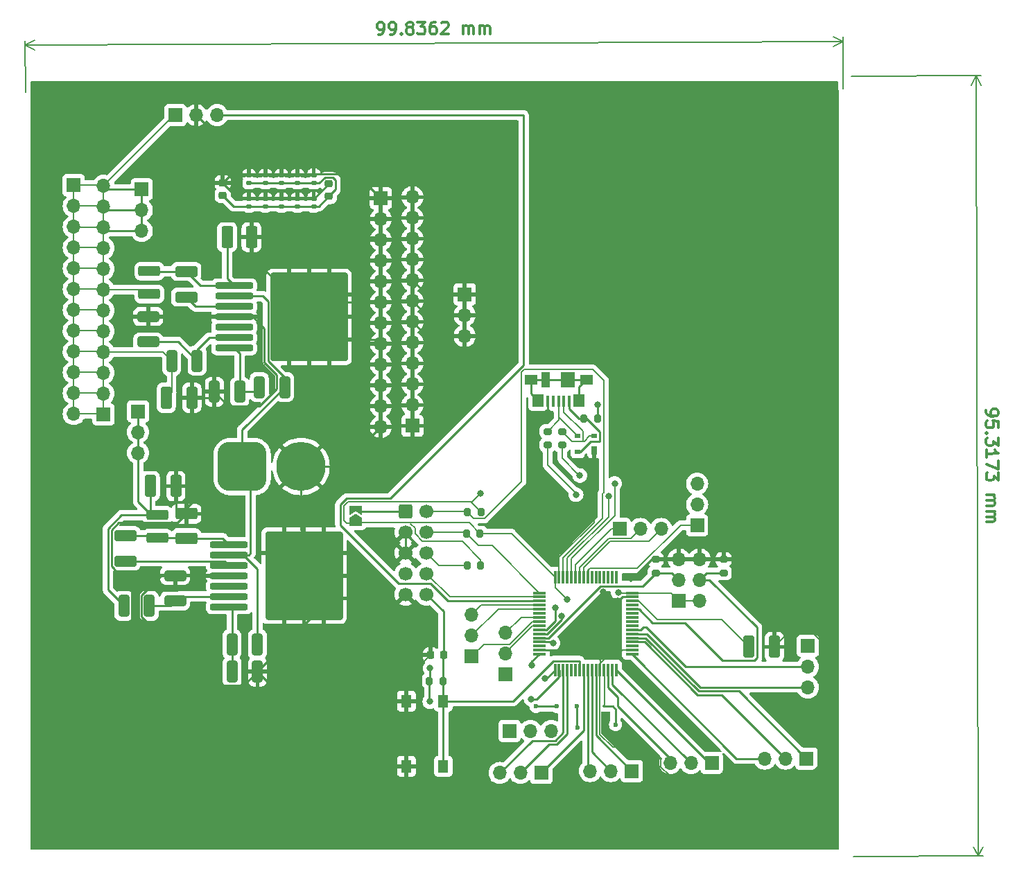
<source format=gbr>
%TF.GenerationSoftware,KiCad,Pcbnew,7.0.10*%
%TF.CreationDate,2024-03-18T15:21:49-05:00*%
%TF.ProjectId,PCB_R1,5043425f-5231-42e6-9b69-6361645f7063,rev?*%
%TF.SameCoordinates,Original*%
%TF.FileFunction,Copper,L1,Top*%
%TF.FilePolarity,Positive*%
%FSLAX46Y46*%
G04 Gerber Fmt 4.6, Leading zero omitted, Abs format (unit mm)*
G04 Created by KiCad (PCBNEW 7.0.10) date 2024-03-18 15:21:49*
%MOMM*%
%LPD*%
G01*
G04 APERTURE LIST*
G04 Aperture macros list*
%AMRoundRect*
0 Rectangle with rounded corners*
0 $1 Rounding radius*
0 $2 $3 $4 $5 $6 $7 $8 $9 X,Y pos of 4 corners*
0 Add a 4 corners polygon primitive as box body*
4,1,4,$2,$3,$4,$5,$6,$7,$8,$9,$2,$3,0*
0 Add four circle primitives for the rounded corners*
1,1,$1+$1,$2,$3*
1,1,$1+$1,$4,$5*
1,1,$1+$1,$6,$7*
1,1,$1+$1,$8,$9*
0 Add four rect primitives between the rounded corners*
20,1,$1+$1,$2,$3,$4,$5,0*
20,1,$1+$1,$4,$5,$6,$7,0*
20,1,$1+$1,$6,$7,$8,$9,0*
20,1,$1+$1,$8,$9,$2,$3,0*%
%AMFreePoly0*
4,1,6,1.000000,0.000000,0.500000,-0.750000,-0.500000,-0.750000,-0.500000,0.750000,0.500000,0.750000,1.000000,0.000000,1.000000,0.000000,$1*%
%AMFreePoly1*
4,1,6,0.500000,-0.750000,-0.650000,-0.750000,-0.150000,0.000000,-0.650000,0.750000,0.500000,0.750000,0.500000,-0.750000,0.500000,-0.750000,$1*%
G04 Aperture macros list end*
%ADD10C,0.300000*%
%TA.AperFunction,NonConductor*%
%ADD11C,0.300000*%
%TD*%
%TA.AperFunction,NonConductor*%
%ADD12C,0.200000*%
%TD*%
%TA.AperFunction,SMDPad,CuDef*%
%ADD13RoundRect,0.250000X1.075000X-0.400000X1.075000X0.400000X-1.075000X0.400000X-1.075000X-0.400000X0*%
%TD*%
%TA.AperFunction,ComponentPad*%
%ADD14R,1.700000X1.700000*%
%TD*%
%TA.AperFunction,ComponentPad*%
%ADD15O,1.700000X1.700000*%
%TD*%
%TA.AperFunction,SMDPad,CuDef*%
%ADD16RoundRect,0.200000X0.275000X-0.200000X0.275000X0.200000X-0.275000X0.200000X-0.275000X-0.200000X0*%
%TD*%
%TA.AperFunction,SMDPad,CuDef*%
%ADD17RoundRect,0.250000X0.400000X1.075000X-0.400000X1.075000X-0.400000X-1.075000X0.400000X-1.075000X0*%
%TD*%
%TA.AperFunction,SMDPad,CuDef*%
%ADD18RoundRect,0.250000X-1.075000X0.375000X-1.075000X-0.375000X1.075000X-0.375000X1.075000X0.375000X0*%
%TD*%
%TA.AperFunction,SMDPad,CuDef*%
%ADD19RoundRect,0.250000X-0.400000X-1.075000X0.400000X-1.075000X0.400000X1.075000X-0.400000X1.075000X0*%
%TD*%
%TA.AperFunction,SMDPad,CuDef*%
%ADD20RoundRect,0.140000X0.170000X-0.140000X0.170000X0.140000X-0.170000X0.140000X-0.170000X-0.140000X0*%
%TD*%
%TA.AperFunction,SMDPad,CuDef*%
%ADD21RoundRect,0.250001X1.074999X-0.462499X1.074999X0.462499X-1.074999X0.462499X-1.074999X-0.462499X0*%
%TD*%
%TA.AperFunction,SMDPad,CuDef*%
%ADD22RoundRect,0.250000X-1.100000X0.412500X-1.100000X-0.412500X1.100000X-0.412500X1.100000X0.412500X0*%
%TD*%
%TA.AperFunction,SMDPad,CuDef*%
%ADD23RoundRect,0.200000X-2.100000X-0.200000X2.100000X-0.200000X2.100000X0.200000X-2.100000X0.200000X0*%
%TD*%
%TA.AperFunction,SMDPad,CuDef*%
%ADD24RoundRect,0.250000X-2.025000X-2.375000X2.025000X-2.375000X2.025000X2.375000X-2.025000X2.375000X0*%
%TD*%
%TA.AperFunction,SMDPad,CuDef*%
%ADD25RoundRect,0.250002X-4.449998X-5.149998X4.449998X-5.149998X4.449998X5.149998X-4.449998X5.149998X0*%
%TD*%
%TA.AperFunction,SMDPad,CuDef*%
%ADD26RoundRect,0.075000X0.075000X-0.700000X0.075000X0.700000X-0.075000X0.700000X-0.075000X-0.700000X0*%
%TD*%
%TA.AperFunction,SMDPad,CuDef*%
%ADD27RoundRect,0.075000X0.700000X-0.075000X0.700000X0.075000X-0.700000X0.075000X-0.700000X-0.075000X0*%
%TD*%
%TA.AperFunction,SMDPad,CuDef*%
%ADD28RoundRect,0.200000X0.200000X0.275000X-0.200000X0.275000X-0.200000X-0.275000X0.200000X-0.275000X0*%
%TD*%
%TA.AperFunction,SMDPad,CuDef*%
%ADD29RoundRect,0.200000X-0.275000X0.200000X-0.275000X-0.200000X0.275000X-0.200000X0.275000X0.200000X0*%
%TD*%
%TA.AperFunction,SMDPad,CuDef*%
%ADD30RoundRect,0.250001X-0.462499X-1.074999X0.462499X-1.074999X0.462499X1.074999X-0.462499X1.074999X0*%
%TD*%
%TA.AperFunction,SMDPad,CuDef*%
%ADD31RoundRect,0.250000X-0.412500X-1.100000X0.412500X-1.100000X0.412500X1.100000X-0.412500X1.100000X0*%
%TD*%
%TA.AperFunction,ComponentPad*%
%ADD32RoundRect,0.250000X-0.600000X-0.600000X0.600000X-0.600000X0.600000X0.600000X-0.600000X0.600000X0*%
%TD*%
%TA.AperFunction,ComponentPad*%
%ADD33C,1.700000*%
%TD*%
%TA.AperFunction,SMDPad,CuDef*%
%ADD34R,1.300000X1.550000*%
%TD*%
%TA.AperFunction,ComponentPad*%
%ADD35RoundRect,1.500000X-1.500000X-1.500000X1.500000X-1.500000X1.500000X1.500000X-1.500000X1.500000X0*%
%TD*%
%TA.AperFunction,ComponentPad*%
%ADD36C,6.000000*%
%TD*%
%TA.AperFunction,SMDPad,CuDef*%
%ADD37R,0.450000X1.380000*%
%TD*%
%TA.AperFunction,SMDPad,CuDef*%
%ADD38R,1.650000X1.300000*%
%TD*%
%TA.AperFunction,SMDPad,CuDef*%
%ADD39R,1.425000X1.550000*%
%TD*%
%TA.AperFunction,SMDPad,CuDef*%
%ADD40R,1.800000X1.900000*%
%TD*%
%TA.AperFunction,SMDPad,CuDef*%
%ADD41R,1.000000X1.900000*%
%TD*%
%TA.AperFunction,SMDPad,CuDef*%
%ADD42RoundRect,0.200000X-0.200000X-0.275000X0.200000X-0.275000X0.200000X0.275000X-0.200000X0.275000X0*%
%TD*%
%TA.AperFunction,SMDPad,CuDef*%
%ADD43R,0.700000X1.000000*%
%TD*%
%TA.AperFunction,SMDPad,CuDef*%
%ADD44R,0.700000X0.600000*%
%TD*%
%TA.AperFunction,SMDPad,CuDef*%
%ADD45RoundRect,0.225000X0.225000X0.250000X-0.225000X0.250000X-0.225000X-0.250000X0.225000X-0.250000X0*%
%TD*%
%TA.AperFunction,SMDPad,CuDef*%
%ADD46RoundRect,0.225000X0.250000X-0.225000X0.250000X0.225000X-0.250000X0.225000X-0.250000X-0.225000X0*%
%TD*%
%TA.AperFunction,SMDPad,CuDef*%
%ADD47RoundRect,0.250000X1.075000X-0.375000X1.075000X0.375000X-1.075000X0.375000X-1.075000X-0.375000X0*%
%TD*%
%TA.AperFunction,SMDPad,CuDef*%
%ADD48FreePoly0,90.000000*%
%TD*%
%TA.AperFunction,SMDPad,CuDef*%
%ADD49FreePoly1,90.000000*%
%TD*%
%TA.AperFunction,ViaPad*%
%ADD50C,0.800000*%
%TD*%
%TA.AperFunction,ViaPad*%
%ADD51C,0.600000*%
%TD*%
%TA.AperFunction,Conductor*%
%ADD52C,0.250000*%
%TD*%
%TA.AperFunction,Conductor*%
%ADD53C,0.200000*%
%TD*%
%TA.AperFunction,Conductor*%
%ADD54C,0.175000*%
%TD*%
G04 APERTURE END LIST*
D10*
D11*
X93261469Y-22910509D02*
X93547180Y-22909135D01*
X93547180Y-22909135D02*
X93689692Y-22837021D01*
X93689692Y-22837021D02*
X93760776Y-22765250D01*
X93760776Y-22765250D02*
X93902601Y-22550280D01*
X93902601Y-22550280D02*
X93972655Y-22264225D01*
X93972655Y-22264225D02*
X93969908Y-21692803D01*
X93969908Y-21692803D02*
X93897793Y-21550291D01*
X93897793Y-21550291D02*
X93826022Y-21479207D01*
X93826022Y-21479207D02*
X93682823Y-21408466D01*
X93682823Y-21408466D02*
X93397112Y-21409840D01*
X93397112Y-21409840D02*
X93254600Y-21481954D01*
X93254600Y-21481954D02*
X93183516Y-21553725D01*
X93183516Y-21553725D02*
X93112775Y-21696924D01*
X93112775Y-21696924D02*
X93114492Y-22054063D01*
X93114492Y-22054063D02*
X93186607Y-22196575D01*
X93186607Y-22196575D02*
X93258378Y-22267659D01*
X93258378Y-22267659D02*
X93401577Y-22338400D01*
X93401577Y-22338400D02*
X93687288Y-22337027D01*
X93687288Y-22337027D02*
X93829800Y-22264912D01*
X93829800Y-22264912D02*
X93900884Y-22193141D01*
X93900884Y-22193141D02*
X93971625Y-22049942D01*
X94690023Y-22903641D02*
X94975734Y-22902267D01*
X94975734Y-22902267D02*
X95118246Y-22830152D01*
X95118246Y-22830152D02*
X95189331Y-22758381D01*
X95189331Y-22758381D02*
X95331156Y-22543411D01*
X95331156Y-22543411D02*
X95401210Y-22257357D01*
X95401210Y-22257357D02*
X95398462Y-21685935D01*
X95398462Y-21685935D02*
X95326348Y-21543423D01*
X95326348Y-21543423D02*
X95254577Y-21472338D01*
X95254577Y-21472338D02*
X95111378Y-21401598D01*
X95111378Y-21401598D02*
X94825667Y-21402971D01*
X94825667Y-21402971D02*
X94683155Y-21475086D01*
X94683155Y-21475086D02*
X94612070Y-21546857D01*
X94612070Y-21546857D02*
X94541330Y-21690056D01*
X94541330Y-21690056D02*
X94543047Y-22047195D01*
X94543047Y-22047195D02*
X94615161Y-22189707D01*
X94615161Y-22189707D02*
X94686932Y-22260791D01*
X94686932Y-22260791D02*
X94830131Y-22331532D01*
X94830131Y-22331532D02*
X95115842Y-22330158D01*
X95115842Y-22330158D02*
X95258354Y-22258044D01*
X95258354Y-22258044D02*
X95329439Y-22186272D01*
X95329439Y-22186272D02*
X95400180Y-22043074D01*
X96046463Y-22754260D02*
X96118234Y-22825345D01*
X96118234Y-22825345D02*
X96047150Y-22897116D01*
X96047150Y-22897116D02*
X95975379Y-22826031D01*
X95975379Y-22826031D02*
X96046463Y-22754260D01*
X96046463Y-22754260D02*
X96047150Y-22897116D01*
X96971590Y-22035518D02*
X96828391Y-21964777D01*
X96828391Y-21964777D02*
X96756620Y-21893693D01*
X96756620Y-21893693D02*
X96684505Y-21751181D01*
X96684505Y-21751181D02*
X96684162Y-21679753D01*
X96684162Y-21679753D02*
X96754903Y-21536554D01*
X96754903Y-21536554D02*
X96825987Y-21464783D01*
X96825987Y-21464783D02*
X96968499Y-21392669D01*
X96968499Y-21392669D02*
X97254210Y-21391295D01*
X97254210Y-21391295D02*
X97397409Y-21462036D01*
X97397409Y-21462036D02*
X97469180Y-21533120D01*
X97469180Y-21533120D02*
X97541295Y-21675632D01*
X97541295Y-21675632D02*
X97541638Y-21747060D01*
X97541638Y-21747060D02*
X97470897Y-21890259D01*
X97470897Y-21890259D02*
X97399813Y-21962030D01*
X97399813Y-21962030D02*
X97257301Y-22034145D01*
X97257301Y-22034145D02*
X96971590Y-22035518D01*
X96971590Y-22035518D02*
X96829078Y-22107633D01*
X96829078Y-22107633D02*
X96757993Y-22179404D01*
X96757993Y-22179404D02*
X96687253Y-22322603D01*
X96687253Y-22322603D02*
X96688626Y-22608314D01*
X96688626Y-22608314D02*
X96760741Y-22750826D01*
X96760741Y-22750826D02*
X96832512Y-22821910D01*
X96832512Y-22821910D02*
X96975711Y-22892651D01*
X96975711Y-22892651D02*
X97261422Y-22891278D01*
X97261422Y-22891278D02*
X97403934Y-22819163D01*
X97403934Y-22819163D02*
X97475018Y-22747392D01*
X97475018Y-22747392D02*
X97545759Y-22604193D01*
X97545759Y-22604193D02*
X97544385Y-22318482D01*
X97544385Y-22318482D02*
X97472271Y-22175970D01*
X97472271Y-22175970D02*
X97400500Y-22104886D01*
X97400500Y-22104886D02*
X97257301Y-22034145D01*
X98039915Y-21387517D02*
X98968476Y-21383053D01*
X98968476Y-21383053D02*
X98471229Y-21956879D01*
X98471229Y-21956879D02*
X98685512Y-21955849D01*
X98685512Y-21955849D02*
X98828711Y-22026589D01*
X98828711Y-22026589D02*
X98900482Y-22097674D01*
X98900482Y-22097674D02*
X98972597Y-22240186D01*
X98972597Y-22240186D02*
X98974314Y-22597325D01*
X98974314Y-22597325D02*
X98903573Y-22740523D01*
X98903573Y-22740523D02*
X98832488Y-22812295D01*
X98832488Y-22812295D02*
X98689976Y-22884409D01*
X98689976Y-22884409D02*
X98261410Y-22886470D01*
X98261410Y-22886470D02*
X98118211Y-22815729D01*
X98118211Y-22815729D02*
X98046440Y-22744644D01*
X100254175Y-21376871D02*
X99968464Y-21378245D01*
X99968464Y-21378245D02*
X99825951Y-21450360D01*
X99825951Y-21450360D02*
X99754867Y-21522131D01*
X99754867Y-21522131D02*
X99613042Y-21737101D01*
X99613042Y-21737101D02*
X99542988Y-22023155D01*
X99542988Y-22023155D02*
X99545735Y-22594577D01*
X99545735Y-22594577D02*
X99617850Y-22737089D01*
X99617850Y-22737089D02*
X99689621Y-22808174D01*
X99689621Y-22808174D02*
X99832820Y-22878914D01*
X99832820Y-22878914D02*
X100118531Y-22877541D01*
X100118531Y-22877541D02*
X100261043Y-22805426D01*
X100261043Y-22805426D02*
X100332127Y-22733655D01*
X100332127Y-22733655D02*
X100402868Y-22590456D01*
X100402868Y-22590456D02*
X100401151Y-22233317D01*
X100401151Y-22233317D02*
X100329036Y-22090805D01*
X100329036Y-22090805D02*
X100257265Y-22019721D01*
X100257265Y-22019721D02*
X100114066Y-21948980D01*
X100114066Y-21948980D02*
X99828355Y-21950354D01*
X99828355Y-21950354D02*
X99685843Y-22022468D01*
X99685843Y-22022468D02*
X99614759Y-22094240D01*
X99614759Y-22094240D02*
X99544018Y-22237438D01*
X100969138Y-21516293D02*
X101040223Y-21444521D01*
X101040223Y-21444521D02*
X101182735Y-21372407D01*
X101182735Y-21372407D02*
X101539874Y-21370690D01*
X101539874Y-21370690D02*
X101683072Y-21441431D01*
X101683072Y-21441431D02*
X101754844Y-21512515D01*
X101754844Y-21512515D02*
X101826958Y-21655027D01*
X101826958Y-21655027D02*
X101827645Y-21797883D01*
X101827645Y-21797883D02*
X101757248Y-22012509D01*
X101757248Y-22012509D02*
X100904236Y-22873763D01*
X100904236Y-22873763D02*
X101832796Y-22869299D01*
X103618489Y-22860713D02*
X103613682Y-21860725D01*
X103614368Y-22003580D02*
X103685453Y-21931809D01*
X103685453Y-21931809D02*
X103827965Y-21859695D01*
X103827965Y-21859695D02*
X104042248Y-21858664D01*
X104042248Y-21858664D02*
X104185447Y-21929405D01*
X104185447Y-21929405D02*
X104257561Y-22071917D01*
X104257561Y-22071917D02*
X104261339Y-22857622D01*
X104257561Y-22071917D02*
X104328302Y-21928718D01*
X104328302Y-21928718D02*
X104470814Y-21856604D01*
X104470814Y-21856604D02*
X104685098Y-21855574D01*
X104685098Y-21855574D02*
X104828297Y-21926314D01*
X104828297Y-21926314D02*
X104900411Y-22068826D01*
X104900411Y-22068826D02*
X104904189Y-22854532D01*
X105618466Y-22851097D02*
X105613658Y-21851109D01*
X105614345Y-21993965D02*
X105685430Y-21922193D01*
X105685430Y-21922193D02*
X105827942Y-21850079D01*
X105827942Y-21850079D02*
X106042225Y-21849049D01*
X106042225Y-21849049D02*
X106185424Y-21919789D01*
X106185424Y-21919789D02*
X106257538Y-22062302D01*
X106257538Y-22062302D02*
X106261316Y-22848007D01*
X106257538Y-22062302D02*
X106328279Y-21919103D01*
X106328279Y-21919103D02*
X106470791Y-21846988D01*
X106470791Y-21846988D02*
X106685075Y-21845958D01*
X106685075Y-21845958D02*
X106828274Y-21916699D01*
X106828274Y-21916699D02*
X106900388Y-22059211D01*
X106900388Y-22059211D02*
X106904166Y-22844916D01*
D12*
X50162596Y-29980006D02*
X50132177Y-23653130D01*
X149997596Y-29500006D02*
X149967177Y-23173130D01*
X50134996Y-24239543D02*
X149969996Y-23759543D01*
X50134996Y-24239543D02*
X149969996Y-23759543D01*
X50134996Y-24239543D02*
X51258667Y-23647713D01*
X50134996Y-24239543D02*
X51264306Y-24820541D01*
X149969996Y-23759543D02*
X148846325Y-24351373D01*
X149969996Y-23759543D02*
X148840686Y-23178545D01*
D10*
D11*
X167480038Y-68828732D02*
X167480784Y-69114445D01*
X167480784Y-69114445D02*
X167552586Y-69257115D01*
X167552586Y-69257115D02*
X167624201Y-69328357D01*
X167624201Y-69328357D02*
X167838859Y-69470654D01*
X167838859Y-69470654D02*
X168124759Y-69541336D01*
X168124759Y-69541336D02*
X168696185Y-69539843D01*
X168696185Y-69539843D02*
X168838855Y-69468042D01*
X168838855Y-69468042D02*
X168910097Y-69396427D01*
X168910097Y-69396427D02*
X168981152Y-69253384D01*
X168981152Y-69253384D02*
X168980406Y-68967670D01*
X168980406Y-68967670D02*
X168908604Y-68825000D01*
X168908604Y-68825000D02*
X168836989Y-68753758D01*
X168836989Y-68753758D02*
X168693946Y-68682703D01*
X168693946Y-68682703D02*
X168336804Y-68683636D01*
X168336804Y-68683636D02*
X168194134Y-68755438D01*
X168194134Y-68755438D02*
X168122893Y-68827053D01*
X168122893Y-68827053D02*
X168051838Y-68970096D01*
X168051838Y-68970096D02*
X168052584Y-69255809D01*
X168052584Y-69255809D02*
X168124385Y-69398479D01*
X168124385Y-69398479D02*
X168196000Y-69469721D01*
X168196000Y-69469721D02*
X168339044Y-69540776D01*
X168985444Y-70896235D02*
X168983578Y-70181951D01*
X168983578Y-70181951D02*
X168269108Y-70112389D01*
X168269108Y-70112389D02*
X168340723Y-70183631D01*
X168340723Y-70183631D02*
X168412524Y-70326301D01*
X168412524Y-70326301D02*
X168413457Y-70683442D01*
X168413457Y-70683442D02*
X168342402Y-70826486D01*
X168342402Y-70826486D02*
X168271161Y-70898101D01*
X168271161Y-70898101D02*
X168128491Y-70969902D01*
X168128491Y-70969902D02*
X167771349Y-70970835D01*
X167771349Y-70970835D02*
X167628306Y-70899780D01*
X167628306Y-70899780D02*
X167556691Y-70828538D01*
X167556691Y-70828538D02*
X167484889Y-70685868D01*
X167484889Y-70685868D02*
X167483956Y-70328727D01*
X167483956Y-70328727D02*
X167555011Y-70185683D01*
X167555011Y-70185683D02*
X167626253Y-70114068D01*
X167630172Y-71614063D02*
X167558930Y-71685678D01*
X167558930Y-71685678D02*
X167487315Y-71614436D01*
X167487315Y-71614436D02*
X167558557Y-71542821D01*
X167558557Y-71542821D02*
X167630172Y-71614063D01*
X167630172Y-71614063D02*
X167487315Y-71614436D01*
X168988803Y-72181944D02*
X168991228Y-73110513D01*
X168991228Y-73110513D02*
X168418496Y-72612007D01*
X168418496Y-72612007D02*
X168419055Y-72826292D01*
X168419055Y-72826292D02*
X168348000Y-72969335D01*
X168348000Y-72969335D02*
X168276758Y-73040950D01*
X168276758Y-73040950D02*
X168134088Y-73112752D01*
X168134088Y-73112752D02*
X167776947Y-73113685D01*
X167776947Y-73113685D02*
X167633903Y-73042630D01*
X167633903Y-73042630D02*
X167562289Y-72971388D01*
X167562289Y-72971388D02*
X167490487Y-72828718D01*
X167490487Y-72828718D02*
X167489367Y-72400148D01*
X167489367Y-72400148D02*
X167560423Y-72257105D01*
X167560423Y-72257105D02*
X167631664Y-72185490D01*
X167494965Y-74542997D02*
X167492726Y-73685857D01*
X167493846Y-74114427D02*
X168993841Y-74110509D01*
X168993841Y-74110509D02*
X168779182Y-73968212D01*
X168779182Y-73968212D02*
X168635953Y-73825729D01*
X168635953Y-73825729D02*
X168564151Y-73683058D01*
X168996266Y-75039077D02*
X168998879Y-76039073D01*
X168998879Y-76039073D02*
X167497204Y-75400137D01*
X168999998Y-76467643D02*
X169002424Y-77396211D01*
X169002424Y-77396211D02*
X168429691Y-76897706D01*
X168429691Y-76897706D02*
X168430251Y-77111991D01*
X168430251Y-77111991D02*
X168359196Y-77255034D01*
X168359196Y-77255034D02*
X168287954Y-77326649D01*
X168287954Y-77326649D02*
X168145284Y-77398450D01*
X168145284Y-77398450D02*
X167788142Y-77399383D01*
X167788142Y-77399383D02*
X167645099Y-77328328D01*
X167645099Y-77328328D02*
X167573484Y-77257086D01*
X167573484Y-77257086D02*
X167501683Y-77114416D01*
X167501683Y-77114416D02*
X167500563Y-76685846D01*
X167500563Y-76685846D02*
X167571618Y-76542803D01*
X167571618Y-76542803D02*
X167642860Y-76471188D01*
X167507094Y-79185837D02*
X168507091Y-79183225D01*
X168364234Y-79183598D02*
X168435849Y-79254840D01*
X168435849Y-79254840D02*
X168507650Y-79397510D01*
X168507650Y-79397510D02*
X168508210Y-79611795D01*
X168508210Y-79611795D02*
X168437155Y-79754838D01*
X168437155Y-79754838D02*
X168294485Y-79826640D01*
X168294485Y-79826640D02*
X167508773Y-79828692D01*
X168294485Y-79826640D02*
X168437528Y-79897695D01*
X168437528Y-79897695D02*
X168509330Y-80040365D01*
X168509330Y-80040365D02*
X168509889Y-80254650D01*
X168509889Y-80254650D02*
X168438834Y-80397693D01*
X168438834Y-80397693D02*
X168296164Y-80469495D01*
X168296164Y-80469495D02*
X167510453Y-80471547D01*
X167512319Y-81185830D02*
X168512315Y-81183218D01*
X168369459Y-81183591D02*
X168441073Y-81254833D01*
X168441073Y-81254833D02*
X168512875Y-81397503D01*
X168512875Y-81397503D02*
X168513435Y-81611788D01*
X168513435Y-81611788D02*
X168442380Y-81754831D01*
X168442380Y-81754831D02*
X168299710Y-81826633D01*
X168299710Y-81826633D02*
X167513998Y-81828685D01*
X168299710Y-81826633D02*
X168442753Y-81897688D01*
X168442753Y-81897688D02*
X168514554Y-82040358D01*
X168514554Y-82040358D02*
X168515114Y-82254643D01*
X168515114Y-82254643D02*
X168444059Y-82397686D01*
X168444059Y-82397686D02*
X168301389Y-82469488D01*
X168301389Y-82469488D02*
X167515677Y-82471540D01*
D12*
X150999998Y-27998694D02*
X166838015Y-27957320D01*
X151248998Y-123315694D02*
X167087015Y-123274320D01*
X166251597Y-27958852D02*
X166500597Y-123275852D01*
X166251597Y-27958852D02*
X166500597Y-123275852D01*
X166251597Y-27958852D02*
X166840959Y-29083820D01*
X166251597Y-27958852D02*
X165668121Y-29086884D01*
X166500597Y-123275852D02*
X165911235Y-122150884D01*
X166500597Y-123275852D02*
X167084073Y-122147820D01*
D13*
%TO.P,R8,1*%
%TO.N,Net-(U3-FB)*%
X68447000Y-92115586D03*
%TO.P,R8,2*%
%TO.N,GND*%
X68447000Y-89015586D03*
%TD*%
D14*
%TO.P,J9,1,Pin_1*%
%TO.N,+5V*%
X68492000Y-32745586D03*
D15*
%TO.P,J9,2,Pin_2*%
%TO.N,GND*%
X71032000Y-32745586D03*
%TO.P,J9,3,Pin_3*%
%TO.N,/bigmotor*%
X73572000Y-32745586D03*
%TD*%
D16*
%TO.P,R10,1*%
%TO.N,BOOT0*%
X127137500Y-88704500D03*
%TO.P,R10,2*%
%TO.N,GND*%
X127137500Y-87054500D03*
%TD*%
D14*
%TO.P,J1,1,Pin_1*%
%TO.N,GND*%
X97412000Y-70725586D03*
D15*
%TO.P,J1,2,Pin_2*%
X97412000Y-68185586D03*
%TO.P,J1,3,Pin_3*%
X97412000Y-65645586D03*
%TO.P,J1,4,Pin_4*%
X97412000Y-63105586D03*
%TO.P,J1,5,Pin_5*%
X97412000Y-60565586D03*
%TO.P,J1,6,Pin_6*%
X97412000Y-58025586D03*
%TO.P,J1,7,Pin_7*%
X97412000Y-55485586D03*
%TO.P,J1,8,Pin_8*%
X97412000Y-52945586D03*
%TO.P,J1,9,Pin_9*%
X97412000Y-50405586D03*
%TO.P,J1,10,Pin_10*%
X97412000Y-47865586D03*
%TO.P,J1,11,Pin_11*%
X97412000Y-45325586D03*
%TO.P,J1,12,Pin_12*%
X97412000Y-42785586D03*
%TD*%
D17*
%TO.P,R1,1*%
%TO.N,+7.5V*%
X81817000Y-65985586D03*
%TO.P,R1,2*%
%TO.N,Net-(U2-EN)*%
X78717000Y-65985586D03*
%TD*%
D14*
%TO.P,J6,1,Pin_1*%
%TO.N,+5V*%
X64365000Y-41825000D03*
D15*
%TO.P,J6,2,Pin_2*%
X64365000Y-44365000D03*
%TO.P,J6,3,Pin_3*%
X64365000Y-46905000D03*
%TD*%
D18*
%TO.P,L1,1,1*%
%TO.N,Net-(D1-K)*%
X65292000Y-51825586D03*
%TO.P,L1,2,2*%
%TO.N,+5V*%
X65292000Y-54625586D03*
%TD*%
D14*
%TO.P,J17,1,Pin_1*%
%TO.N,/H10*%
X108817500Y-101094500D03*
D15*
%TO.P,J17,2,Pin_2*%
%TO.N,/H5*%
X108817500Y-98554500D03*
%TO.P,J17,3,Pin_3*%
%TO.N,/H6*%
X108817500Y-96014500D03*
%TD*%
D19*
%TO.P,R7,1*%
%TO.N,+3.3V*%
X62167000Y-92705586D03*
%TO.P,R7,2*%
%TO.N,Net-(U3-FB)*%
X65267000Y-92705586D03*
%TD*%
D14*
%TO.P,J11,1,Pin_1*%
%TO.N,+5V*%
X59692000Y-69325586D03*
D15*
%TO.P,J11,2,Pin_2*%
X59692000Y-66785586D03*
%TO.P,J11,3,Pin_3*%
X59692000Y-64245586D03*
%TO.P,J11,4,Pin_4*%
X59692000Y-61705586D03*
%TO.P,J11,5,Pin_5*%
X59692000Y-59165586D03*
%TO.P,J11,6,Pin_6*%
X59692000Y-56625586D03*
%TO.P,J11,7,Pin_7*%
X59692000Y-54085586D03*
%TO.P,J11,8,Pin_8*%
X59692000Y-51545586D03*
%TO.P,J11,9,Pin_9*%
X59692000Y-49005586D03*
%TO.P,J11,10,Pin_10*%
X59692000Y-46465586D03*
%TO.P,J11,11,Pin_11*%
X59692000Y-43925586D03*
%TO.P,J11,12,Pin_12*%
X59692000Y-41385586D03*
%TD*%
D20*
%TO.P,C11,1*%
%TO.N,+3V3*%
X79457000Y-41045586D03*
%TO.P,C11,2*%
%TO.N,GND*%
X79457000Y-40085586D03*
%TD*%
D21*
%TO.P,D2,1,K*%
%TO.N,Net-(D2-K)*%
X69820000Y-84450000D03*
%TO.P,D2,2,A*%
%TO.N,GND*%
X69820000Y-81475000D03*
%TD*%
D22*
%TO.P,C8,1*%
%TO.N,Net-(D1-K)*%
X69792000Y-51860586D03*
%TO.P,C8,2*%
%TO.N,Net-(U2-BOOT)*%
X69792000Y-54985586D03*
%TD*%
D16*
%TO.P,R11,1*%
%TO.N,BOOT1*%
X135427500Y-88704500D03*
%TO.P,R11,2*%
%TO.N,GND*%
X135427500Y-87054500D03*
%TD*%
D23*
%TO.P,U2,1,SW*%
%TO.N,Net-(D1-K)*%
X75657000Y-53610586D03*
%TO.P,U2,2,VIN*%
%TO.N,+7.5V*%
X75657000Y-54880586D03*
%TO.P,U2,3,BOOT*%
%TO.N,Net-(U2-BOOT)*%
X75657000Y-56150586D03*
%TO.P,U2,4,GND*%
%TO.N,GND*%
X75657000Y-57420586D03*
%TO.P,U2,5,NC*%
%TO.N,unconnected-(U2-NC-Pad5)*%
X75657000Y-58690586D03*
%TO.P,U2,6,FB*%
%TO.N,Net-(U2-FB)*%
X75657000Y-59960586D03*
%TO.P,U2,7,EN*%
%TO.N,Net-(U2-EN)*%
X75657000Y-61230586D03*
D24*
%TO.P,U2,8,GND*%
%TO.N,GND*%
X82382000Y-54645586D03*
X82382000Y-60195586D03*
D25*
X84807000Y-57420586D03*
D24*
X87232000Y-54645586D03*
X87232000Y-60195586D03*
%TD*%
D26*
%TO.P,U1,1,VBAT*%
%TO.N,+3.3V*%
X114832500Y-100559500D03*
%TO.P,U1,2,PC13*%
%TO.N,/H10*%
X115332500Y-100559500D03*
%TO.P,U1,3,PC14*%
%TO.N,/H11*%
X115832500Y-100559500D03*
%TO.P,U1,4,PC15*%
%TO.N,/H9*%
X116332500Y-100559500D03*
%TO.P,U1,5,PH0*%
%TO.N,unconnected-(U1-PH0-Pad5)*%
X116832500Y-100559500D03*
%TO.P,U1,6,PH1*%
%TO.N,unconnected-(U1-PH1-Pad6)*%
X117332500Y-100559500D03*
%TO.P,U1,7,NRST*%
%TO.N,/NRST*%
X117832500Y-100559500D03*
%TO.P,U1,8,PC0*%
%TO.N,/H0*%
X118332500Y-100559500D03*
%TO.P,U1,9,PC1*%
%TO.N,/H1*%
X118832500Y-100559500D03*
%TO.P,U1,10,PC2*%
%TO.N,/H2*%
X119332500Y-100559500D03*
%TO.P,U1,11,PC3*%
%TO.N,/H3*%
X119832500Y-100559500D03*
%TO.P,U1,12,VSSA*%
%TO.N,GND*%
X120332500Y-100559500D03*
%TO.P,U1,13,VREF+*%
%TO.N,+3.3V*%
X120832500Y-100559500D03*
%TO.P,U1,14,PA0*%
%TO.N,/M0*%
X121332500Y-100559500D03*
%TO.P,U1,15,PA1*%
%TO.N,/M1*%
X121832500Y-100559500D03*
%TO.P,U1,16,PA2*%
%TO.N,/M2*%
X122332500Y-100559500D03*
D27*
%TO.P,U1,17,PA3*%
%TO.N,/M3*%
X124257500Y-98634500D03*
%TO.P,U1,18,VSS*%
%TO.N,GND*%
X124257500Y-98134500D03*
%TO.P,U1,19,VDD*%
%TO.N,unconnected-(U1-VDD-Pad19)*%
X124257500Y-97634500D03*
%TO.P,U1,20,PA4*%
%TO.N,/M4*%
X124257500Y-97134500D03*
%TO.P,U1,21,PA5*%
%TO.N,/M5*%
X124257500Y-96634500D03*
%TO.P,U1,22,PA6*%
%TO.N,/M6*%
X124257500Y-96134500D03*
%TO.P,U1,23,PA7*%
%TO.N,/M7*%
X124257500Y-95634500D03*
%TO.P,U1,24,PC4*%
%TO.N,unconnected-(U1-PC4-Pad24)*%
X124257500Y-95134500D03*
%TO.P,U1,25,PC5*%
%TO.N,unconnected-(U1-PC5-Pad25)*%
X124257500Y-94634500D03*
%TO.P,U1,26,PB0*%
%TO.N,unconnected-(U1-PB0-Pad26)*%
X124257500Y-94134500D03*
%TO.P,U1,27,PB1*%
%TO.N,unconnected-(U1-PB1-Pad27)*%
X124257500Y-93634500D03*
%TO.P,U1,28,PB2*%
%TO.N,BOOT1*%
X124257500Y-93134500D03*
%TO.P,U1,29,PB10*%
%TO.N,unconnected-(U1-PB10-Pad29)*%
X124257500Y-92634500D03*
%TO.P,U1,30,VCAP1*%
%TO.N,/Vcap*%
X124257500Y-92134500D03*
%TO.P,U1,31,VSS*%
%TO.N,GND*%
X124257500Y-91634500D03*
%TO.P,U1,32,VDD*%
%TO.N,+3.3V*%
X124257500Y-91134500D03*
D26*
%TO.P,U1,33,PB12*%
%TO.N,unconnected-(U1-PB12-Pad33)*%
X122332500Y-89209500D03*
%TO.P,U1,34,PB13*%
%TO.N,unconnected-(U1-PB13-Pad34)*%
X121832500Y-89209500D03*
%TO.P,U1,35,PB14*%
%TO.N,unconnected-(U1-PB14-Pad35)*%
X121332500Y-89209500D03*
%TO.P,U1,36,PB15*%
%TO.N,unconnected-(U1-PB15-Pad36)*%
X120832500Y-89209500D03*
%TO.P,U1,37,PC6*%
%TO.N,unconnected-(U1-PC6-Pad37)*%
X120332500Y-89209500D03*
%TO.P,U1,38,PC7*%
%TO.N,unconnected-(U1-PC7-Pad38)*%
X119832500Y-89209500D03*
%TO.P,U1,39,PC8*%
%TO.N,unconnected-(U1-PC8-Pad39)*%
X119332500Y-89209500D03*
%TO.P,U1,40,PC9*%
%TO.N,/M11*%
X118832500Y-89209500D03*
%TO.P,U1,41,PA8*%
%TO.N,/M8*%
X118332500Y-89209500D03*
%TO.P,U1,42,PA9*%
%TO.N,/M9*%
X117832500Y-89209500D03*
%TO.P,U1,43,PA10*%
%TO.N,/M10*%
X117332500Y-89209500D03*
%TO.P,U1,44,PA11*%
%TO.N,/D-*%
X116832500Y-89209500D03*
%TO.P,U1,45,PA12*%
%TO.N,/D+*%
X116332500Y-89209500D03*
%TO.P,U1,46,PA13*%
%TO.N,/JTMS{slash}SWDIO*%
X115832500Y-89209500D03*
%TO.P,U1,47,VSS*%
%TO.N,GND*%
X115332500Y-89209500D03*
%TO.P,U1,48,VDD*%
%TO.N,+3.3V*%
X114832500Y-89209500D03*
D27*
%TO.P,U1,49,PA14*%
%TO.N,/JTCK{slash}SWCLK*%
X112907500Y-91134500D03*
%TO.P,U1,50,PA15*%
%TO.N,/JTDI*%
X112907500Y-91634500D03*
%TO.P,U1,51,PC10*%
%TO.N,/bigmotor*%
X112907500Y-92134500D03*
%TO.P,U1,52,PC11*%
%TO.N,/H7*%
X112907500Y-92634500D03*
%TO.P,U1,53,PC12*%
%TO.N,/H8*%
X112907500Y-93134500D03*
%TO.P,U1,54,PD2*%
%TO.N,unconnected-(U1-PD2-Pad54)*%
X112907500Y-93634500D03*
%TO.P,U1,55,PB3*%
%TO.N,/H6*%
X112907500Y-94134500D03*
%TO.P,U1,56,PB4*%
%TO.N,/H4*%
X112907500Y-94634500D03*
%TO.P,U1,57,PB5*%
%TO.N,/H5*%
X112907500Y-95134500D03*
%TO.P,U1,58,PB6*%
%TO.N,/I2C1_SCL*%
X112907500Y-95634500D03*
%TO.P,U1,59,PB7*%
%TO.N,/I2C1_SDA*%
X112907500Y-96134500D03*
%TO.P,U1,60,BOOT0*%
%TO.N,BOOT0*%
X112907500Y-96634500D03*
%TO.P,U1,61,PB8*%
%TO.N,/Radar_Read*%
X112907500Y-97134500D03*
%TO.P,U1,62,PB9*%
%TO.N,unconnected-(U1-PB9-Pad62)*%
X112907500Y-97634500D03*
%TO.P,U1,63,VSS*%
%TO.N,GND*%
X112907500Y-98134500D03*
%TO.P,U1,64,VDD*%
%TO.N,+3.3V*%
X112907500Y-98634500D03*
%TD*%
D28*
%TO.P,R18,1*%
%TO.N,+3.3V*%
X105807500Y-81284500D03*
%TO.P,R18,2*%
%TO.N,/JTMS{slash}SWDIO*%
X104157500Y-81284500D03*
%TD*%
D20*
%TO.P,C1,1*%
%TO.N,+3V3*%
X77487000Y-43915586D03*
%TO.P,C1,2*%
%TO.N,GND*%
X77487000Y-42955586D03*
%TD*%
%TO.P,C13,1*%
%TO.N,+3V3*%
X83397000Y-41045586D03*
%TO.P,C13,2*%
%TO.N,GND*%
X83397000Y-40085586D03*
%TD*%
D28*
%TO.P,R17,1*%
%TO.N,+3.3V*%
X105667500Y-83894500D03*
%TO.P,R17,2*%
%TO.N,/JTCK{slash}SWCLK*%
X104017500Y-83894500D03*
%TD*%
D20*
%TO.P,C16,1*%
%TO.N,+3V3*%
X85367000Y-41045586D03*
%TO.P,C16,2*%
%TO.N,GND*%
X85367000Y-40085586D03*
%TD*%
D29*
%TO.P,R13,1*%
%TO.N,/EXT_D+*%
X113917500Y-71414500D03*
%TO.P,R13,2*%
%TO.N,/D+*%
X113917500Y-73064500D03*
%TD*%
D28*
%TO.P,R19,1*%
%TO.N,+3.3V*%
X105757500Y-87764500D03*
%TO.P,R19,2*%
%TO.N,/JTDO{slash}TRACESWO*%
X104107500Y-87764500D03*
%TD*%
D13*
%TO.P,R6,1*%
%TO.N,Net-(U2-FB)*%
X65152000Y-60475586D03*
%TO.P,R6,2*%
%TO.N,GND*%
X65152000Y-57375586D03*
%TD*%
D30*
%TO.P,D1,1,K*%
%TO.N,Net-(D1-K)*%
X74794500Y-47665586D03*
%TO.P,D1,2,A*%
%TO.N,GND*%
X77769500Y-47665586D03*
%TD*%
D31*
%TO.P,C14,1*%
%TO.N,+5V*%
X67362000Y-67285586D03*
%TO.P,C14,2*%
%TO.N,GND*%
X70487000Y-67285586D03*
%TD*%
D32*
%TO.P,J20,1,VTref*%
%TO.N,Net-(J20-VTref)*%
X96587500Y-81164500D03*
D33*
%TO.P,J20,2,SWDIO/TMS*%
%TO.N,/JTMS{slash}SWDIO*%
X99127500Y-81164500D03*
%TO.P,J20,3,GND*%
%TO.N,GND*%
X96587500Y-83704500D03*
%TO.P,J20,4,SWDCLK/TCK*%
%TO.N,/JTCK{slash}SWCLK*%
X99127500Y-83704500D03*
%TO.P,J20,5,GND*%
%TO.N,GND*%
X96587500Y-86244500D03*
%TO.P,J20,6,SWO/TDO*%
%TO.N,/JTDO{slash}TRACESWO*%
X99127500Y-86244500D03*
%TO.P,J20,7,KEY*%
%TO.N,unconnected-(J20-KEY-Pad7)*%
X96587500Y-88784500D03*
%TO.P,J20,8,NC/TDI*%
%TO.N,/JTDI*%
X99127500Y-88784500D03*
%TO.P,J20,9,GNDDetect*%
%TO.N,GND*%
X96587500Y-91324500D03*
%TO.P,J20,10,~{RESET}*%
%TO.N,/NRST*%
X99127500Y-91324500D03*
%TD*%
D14*
%TO.P,J18,1,Pin_1*%
%TO.N,/H0*%
X113157000Y-113134500D03*
D15*
%TO.P,J18,2,Pin_2*%
%TO.N,/H9*%
X110617000Y-113134500D03*
%TO.P,J18,3,Pin_3*%
%TO.N,/H11*%
X108077000Y-113134500D03*
%TD*%
D20*
%TO.P,C12,1*%
%TO.N,+3V3*%
X81427000Y-41045586D03*
%TO.P,C12,2*%
%TO.N,GND*%
X81427000Y-40085586D03*
%TD*%
D34*
%TO.P,SW1,1,1*%
%TO.N,GND*%
X96697500Y-112319500D03*
X96697500Y-104369500D03*
%TO.P,SW1,2,2*%
%TO.N,/NRST*%
X101197500Y-112319500D03*
X101197500Y-104369500D03*
%TD*%
D14*
%TO.P,J27,1,Pin_1*%
%TO.N,+5V*%
X56052000Y-41335586D03*
D15*
%TO.P,J27,2,Pin_2*%
X56052000Y-43875586D03*
%TO.P,J27,3,Pin_3*%
X56052000Y-46415586D03*
%TO.P,J27,4,Pin_4*%
X56052000Y-48955586D03*
%TO.P,J27,5,Pin_5*%
X56052000Y-51495586D03*
%TO.P,J27,6,Pin_6*%
X56052000Y-54035586D03*
%TO.P,J27,7,Pin_7*%
X56052000Y-56575586D03*
%TO.P,J27,8,Pin_8*%
X56052000Y-59115586D03*
%TO.P,J27,9,Pin_9*%
X56052000Y-61655586D03*
%TO.P,J27,10,Pin_10*%
X56052000Y-64195586D03*
%TO.P,J27,11,Pin_11*%
X56052000Y-66735586D03*
%TO.P,J27,12,Pin_12*%
X56052000Y-69275586D03*
%TD*%
D35*
%TO.P,J2,1,Pin_1*%
%TO.N,+7.5V*%
X76617000Y-75695586D03*
D36*
%TO.P,J2,2,Pin_2*%
%TO.N,GND*%
X83817000Y-75695586D03*
%TD*%
D17*
%TO.P,R3,1*%
%TO.N,+7.5V*%
X78487000Y-97435586D03*
%TO.P,R3,2*%
%TO.N,Net-(U3-EN)*%
X75387000Y-97435586D03*
%TD*%
%TO.P,R2,1*%
%TO.N,Net-(U2-EN)*%
X76332000Y-66565586D03*
%TO.P,R2,2*%
%TO.N,GND*%
X73232000Y-66565586D03*
%TD*%
D20*
%TO.P,C5,1*%
%TO.N,+3V3*%
X85367000Y-43915586D03*
%TO.P,C5,2*%
%TO.N,GND*%
X85367000Y-42955586D03*
%TD*%
D37*
%TO.P,J21,1,VBUS*%
%TO.N,/V_USB*%
X116567500Y-67724500D03*
%TO.P,J21,2,D-*%
%TO.N,/EXT_D-*%
X115917500Y-67724500D03*
%TO.P,J21,3,D+*%
%TO.N,/EXT_D+*%
X115267500Y-67724500D03*
%TO.P,J21,4,ID*%
%TO.N,unconnected-(J21-ID-Pad4)*%
X114617500Y-67724500D03*
%TO.P,J21,5,GND*%
%TO.N,GND*%
X113967500Y-67724500D03*
D38*
%TO.P,J21,6,Shield*%
%TO.N,unconnected-(J21-Shield-Pad6)*%
X118642500Y-65064500D03*
D39*
X117755000Y-67639500D03*
D40*
X116417500Y-65064500D03*
D41*
X113717500Y-65064500D03*
D39*
X112780000Y-67639500D03*
D38*
X111892500Y-65064500D03*
%TD*%
D42*
%TO.P,R9,1*%
%TO.N,+3.3V*%
X99497500Y-101904500D03*
%TO.P,R9,2*%
%TO.N,/NRST*%
X101147500Y-101904500D03*
%TD*%
D14*
%TO.P,J5,1,Pin_1*%
%TO.N,+3.3V*%
X63922000Y-68950586D03*
D15*
%TO.P,J5,2,Pin_2*%
X63922000Y-71490586D03*
%TO.P,J5,3,Pin_3*%
X63922000Y-74030586D03*
%TD*%
D43*
%TO.P,D3,1,A*%
%TO.N,GND*%
X119607500Y-73694500D03*
D44*
%TO.P,D3,2,K*%
%TO.N,/EXT_D-*%
X119607500Y-71994500D03*
%TO.P,D3,3,K*%
%TO.N,/EXT_D+*%
X117607500Y-71994500D03*
%TO.P,D3,4,K*%
%TO.N,/V_USB*%
X117607500Y-73894500D03*
%TD*%
D19*
%TO.P,R5,1*%
%TO.N,+5V*%
X68012000Y-62775586D03*
%TO.P,R5,2*%
%TO.N,Net-(U2-FB)*%
X71112000Y-62775586D03*
%TD*%
D14*
%TO.P,J12,1,Pin_1*%
%TO.N,/M2*%
X133970000Y-111912000D03*
D15*
%TO.P,J12,2,Pin_2*%
%TO.N,/M1*%
X131430000Y-111912000D03*
%TO.P,J12,3,Pin_3*%
%TO.N,/M0*%
X128890000Y-111912000D03*
%TD*%
D14*
%TO.P,J16,1,Pin_1*%
%TO.N,/H4*%
X104667500Y-98894500D03*
D15*
%TO.P,J16,2,Pin_2*%
%TO.N,/H8*%
X104667500Y-96354500D03*
%TO.P,J16,3,Pin_3*%
%TO.N,/H7*%
X104667500Y-93814500D03*
%TD*%
D29*
%TO.P,R15,1*%
%TO.N,/EXT_D-*%
X115697500Y-71424500D03*
%TO.P,R15,2*%
%TO.N,/D-*%
X115697500Y-73074500D03*
%TD*%
D23*
%TO.P,U3,1,SW*%
%TO.N,Net-(D2-K)*%
X75032000Y-85220586D03*
%TO.P,U3,2,VIN*%
%TO.N,+7.5V*%
X75032000Y-86490586D03*
%TO.P,U3,3,BOOT*%
%TO.N,Net-(U3-BOOT)*%
X75032000Y-87760586D03*
%TO.P,U3,4,GND*%
%TO.N,GND*%
X75032000Y-89030586D03*
%TO.P,U3,5,NC*%
%TO.N,unconnected-(U3-NC-Pad5)*%
X75032000Y-90300586D03*
%TO.P,U3,6,FB*%
%TO.N,Net-(U3-FB)*%
X75032000Y-91570586D03*
%TO.P,U3,7,EN*%
%TO.N,Net-(U3-EN)*%
X75032000Y-92840586D03*
D24*
%TO.P,U3,8,GND*%
%TO.N,GND*%
X81757000Y-86255586D03*
X81757000Y-91805586D03*
D25*
X84182000Y-89030586D03*
D24*
X86607000Y-86255586D03*
X86607000Y-91805586D03*
%TD*%
D31*
%TO.P,C15,1*%
%TO.N,+3.3V*%
X65412000Y-78090586D03*
%TO.P,C15,2*%
%TO.N,GND*%
X68537000Y-78090586D03*
%TD*%
D45*
%TO.P,C18,1*%
%TO.N,/NRST*%
X101217500Y-98734500D03*
%TO.P,C18,2*%
%TO.N,GND*%
X99667500Y-98734500D03*
%TD*%
D20*
%TO.P,C10,1*%
%TO.N,+3V3*%
X77487000Y-41045586D03*
%TO.P,C10,2*%
%TO.N,GND*%
X77487000Y-40085586D03*
%TD*%
D14*
%TO.P,J4,1,Pin_1*%
%TO.N,GND*%
X103807000Y-54660586D03*
D15*
%TO.P,J4,2,Pin_2*%
X103807000Y-57200586D03*
%TO.P,J4,3,Pin_3*%
X103807000Y-59740586D03*
%TD*%
D46*
%TO.P,C7,1*%
%TO.N,+3V3*%
X74247000Y-42570586D03*
%TO.P,C7,2*%
%TO.N,GND*%
X74247000Y-41020586D03*
%TD*%
D19*
%TO.P,R4,1*%
%TO.N,Net-(U3-EN)*%
X75407000Y-100745586D03*
%TO.P,R4,2*%
%TO.N,GND*%
X78507000Y-100745586D03*
%TD*%
D20*
%TO.P,C3,1*%
%TO.N,+3V3*%
X81427000Y-43915586D03*
%TO.P,C3,2*%
%TO.N,GND*%
X81427000Y-42955586D03*
%TD*%
D14*
%TO.P,J28,1,Pin_1*%
%TO.N,GND*%
X93567000Y-42915586D03*
D15*
%TO.P,J28,2,Pin_2*%
X93567000Y-45455586D03*
%TO.P,J28,3,Pin_3*%
X93567000Y-47995586D03*
%TO.P,J28,4,Pin_4*%
X93567000Y-50535586D03*
%TO.P,J28,5,Pin_5*%
X93567000Y-53075586D03*
%TO.P,J28,6,Pin_6*%
X93567000Y-55615586D03*
%TO.P,J28,7,Pin_7*%
X93567000Y-58155586D03*
%TO.P,J28,8,Pin_8*%
X93567000Y-60695586D03*
%TO.P,J28,9,Pin_9*%
X93567000Y-63235586D03*
%TO.P,J28,10,Pin_10*%
X93567000Y-65775586D03*
%TO.P,J28,11,Pin_11*%
X93567000Y-68315586D03*
%TO.P,J28,12,Pin_12*%
X93567000Y-70855586D03*
%TD*%
D14*
%TO.P,J3,1,Pin_1*%
%TO.N,/I2C1_SCL*%
X109287500Y-107994500D03*
D15*
%TO.P,J3,2,Pin_2*%
%TO.N,/I2C1_SDA*%
X111827500Y-107994500D03*
%TO.P,J3,3,Pin_3*%
%TO.N,/Radar_Read*%
X114367500Y-107994500D03*
%TD*%
D28*
%TO.P,R12,1*%
%TO.N,+3.3V*%
X120002500Y-69824500D03*
%TO.P,R12,2*%
%TO.N,/V_USB*%
X118352500Y-69824500D03*
%TD*%
D14*
%TO.P,J15,1,Pin_1*%
%TO.N,/M11*%
X132187500Y-82864500D03*
D15*
%TO.P,J15,2,Pin_2*%
%TO.N,unconnected-(J15-Pin_2-Pad2)*%
X132187500Y-80324500D03*
%TO.P,J15,3,Pin_3*%
%TO.N,unconnected-(J15-Pin_3-Pad3)*%
X132187500Y-77784500D03*
%TD*%
D20*
%TO.P,C2,1*%
%TO.N,+3V3*%
X79457000Y-43915586D03*
%TO.P,C2,2*%
%TO.N,GND*%
X79457000Y-42955586D03*
%TD*%
D22*
%TO.P,C9,1*%
%TO.N,Net-(D2-K)*%
X62347000Y-84130586D03*
%TO.P,C9,2*%
%TO.N,Net-(U3-BOOT)*%
X62347000Y-87255586D03*
%TD*%
D47*
%TO.P,L2,1,1*%
%TO.N,Net-(D2-K)*%
X66270000Y-84410000D03*
%TO.P,L2,2,2*%
%TO.N,+3.3V*%
X66270000Y-81610000D03*
%TD*%
D31*
%TO.P,C17,1*%
%TO.N,/Vcap*%
X138505000Y-97734500D03*
%TO.P,C17,2*%
%TO.N,GND*%
X141630000Y-97734500D03*
%TD*%
D20*
%TO.P,C4,1*%
%TO.N,+3V3*%
X83397000Y-43915586D03*
%TO.P,C4,2*%
%TO.N,GND*%
X83397000Y-42955586D03*
%TD*%
D46*
%TO.P,C6,1*%
%TO.N,+3V3*%
X87207000Y-42685586D03*
%TO.P,C6,2*%
%TO.N,GND*%
X87207000Y-41135586D03*
%TD*%
D14*
%TO.P,J10,1,Pin_1*%
%TO.N,/M10*%
X122707500Y-83324500D03*
D15*
%TO.P,J10,2,Pin_2*%
%TO.N,/M9*%
X125247500Y-83324500D03*
%TO.P,J10,3,Pin_3*%
%TO.N,/M8*%
X127787500Y-83324500D03*
%TD*%
D14*
%TO.P,J14,1,Pin_1*%
%TO.N,unconnected-(J14-Pin_1-Pad1)*%
X145717500Y-97614500D03*
D15*
%TO.P,J14,2,Pin_2*%
%TO.N,/M7*%
X145717500Y-100154500D03*
%TO.P,J14,3,Pin_3*%
%TO.N,/M6*%
X145717500Y-102694500D03*
%TD*%
D14*
%TO.P,J19,1,Pin_1*%
%TO.N,/H3*%
X124206000Y-112903000D03*
D15*
%TO.P,J19,2,Pin_2*%
%TO.N,/H2*%
X121666000Y-112903000D03*
%TO.P,J19,3,Pin_3*%
%TO.N,/H1*%
X119126000Y-112903000D03*
%TD*%
D14*
%TO.P,J7,1,Pin_1*%
%TO.N,+3.3V*%
X129957500Y-92084500D03*
D15*
%TO.P,J7,2,Pin_2*%
X132497500Y-92084500D03*
%TO.P,J7,3,Pin_3*%
%TO.N,BOOT0*%
X129957500Y-89544500D03*
%TO.P,J7,4,Pin_4*%
%TO.N,BOOT1*%
X132497500Y-89544500D03*
%TO.P,J7,5,Pin_5*%
%TO.N,GND*%
X129957500Y-87004500D03*
%TO.P,J7,6,Pin_6*%
X132497500Y-87004500D03*
%TD*%
D48*
%TO.P,JP1,1,A*%
%TO.N,+3.3V*%
X90470000Y-82460000D03*
D49*
%TO.P,JP1,2,B*%
%TO.N,Net-(J20-VTref)*%
X90470000Y-81010000D03*
%TD*%
D14*
%TO.P,J13,1,Pin_1*%
%TO.N,/M5*%
X145542000Y-111379000D03*
D15*
%TO.P,J13,2,Pin_2*%
%TO.N,/M4*%
X143002000Y-111379000D03*
%TO.P,J13,3,Pin_3*%
%TO.N,/M3*%
X140462000Y-111379000D03*
%TD*%
D50*
%TO.N,+3.3V*%
X122552788Y-91061468D03*
D51*
X122224058Y-107224058D03*
X117606140Y-107606140D03*
X117498996Y-105001004D03*
X115051262Y-105001004D03*
X112500000Y-105000000D03*
D50*
%TO.N,GND*%
X122527500Y-92064500D03*
X99557500Y-94494500D03*
X113947500Y-69044500D03*
X119647500Y-74904500D03*
X115797500Y-98074500D03*
X120067500Y-98774500D03*
X120707500Y-91044500D03*
X115227500Y-86024500D03*
X124047500Y-89254500D03*
%TO.N,+3.3V*%
X113592500Y-101624500D03*
X120037500Y-68174500D03*
X116277500Y-91934500D03*
X111967500Y-100014500D03*
X105727500Y-78974500D03*
X99550000Y-104420000D03*
X99577500Y-100354500D03*
%TO.N,/I2C1_SDA*%
X115612500Y-93978056D03*
%TO.N,/I2C1_SCL*%
X114837500Y-92954500D03*
%TO.N,/Radar_Read*%
X114577500Y-97274500D03*
%TO.N,/H10*%
X111927500Y-104134500D03*
%TO.N,/D-*%
X122127500Y-77774500D03*
X117857500Y-76794500D03*
%TO.N,/D+*%
X121377500Y-79304500D03*
X117397500Y-79134500D03*
%TD*%
D52*
%TO.N,+3.3V*%
X121863604Y-105000000D02*
X120745000Y-105000000D01*
X122224058Y-105360454D02*
X121863604Y-105000000D01*
X122224058Y-107224058D02*
X122224058Y-105360454D01*
X117500000Y-107500000D02*
X117606140Y-107606140D01*
X117500000Y-105002008D02*
X117500000Y-107500000D01*
X117498996Y-105001004D02*
X117500000Y-105002008D01*
X112500000Y-105000000D02*
X115050258Y-105000000D01*
X115050258Y-105000000D02*
X115051262Y-105001004D01*
D53*
X120882500Y-100509500D02*
X120882500Y-104837500D01*
X120882500Y-104837500D02*
X120720000Y-105000000D01*
X120832500Y-100559500D02*
X120882500Y-100509500D01*
D52*
%TO.N,/M0*%
X122500000Y-103832500D02*
X121332500Y-102665000D01*
X122500000Y-105000000D02*
X122500000Y-103832500D01*
X128890000Y-111390000D02*
X122500000Y-105000000D01*
X121332500Y-102665000D02*
X121332500Y-100559500D01*
X128890000Y-111912000D02*
X128890000Y-111390000D01*
D54*
%TO.N,GND*%
X143260000Y-96104500D02*
X141630000Y-97734500D01*
X146337500Y-96104500D02*
X143260000Y-96104500D01*
X147447000Y-111794000D02*
X147447000Y-97214000D01*
X145809000Y-113432000D02*
X147447000Y-111794000D01*
X128801332Y-113432000D02*
X145809000Y-113432000D01*
X127752500Y-112383168D02*
X128801332Y-113432000D01*
X127752500Y-111440832D02*
X127752500Y-112383168D01*
X120332500Y-108446136D02*
X121886364Y-110000000D01*
X121886364Y-110000000D02*
X126378000Y-110000000D01*
X126378000Y-110000000D02*
X127785666Y-111407666D01*
X127785666Y-111407666D02*
X127752500Y-111440832D01*
X120332500Y-100559500D02*
X120332500Y-108446136D01*
X147447000Y-97214000D02*
X146337500Y-96104500D01*
D52*
%TO.N,+3.3V*%
X113767500Y-101624500D02*
X113592500Y-101624500D01*
X114832500Y-100559500D02*
X113767500Y-101624500D01*
%TO.N,GND*%
X99127000Y-54660586D02*
X97412000Y-52945586D01*
X83397000Y-42955586D02*
X79457000Y-42955586D01*
X132497500Y-87004500D02*
X135377500Y-87004500D01*
D54*
X115197500Y-86024500D02*
X115087500Y-85914500D01*
D52*
X97952000Y-53405586D02*
X97412000Y-53945586D01*
X97412000Y-42785586D02*
X97412000Y-53945586D01*
X93567000Y-55615586D02*
X88202000Y-55615586D01*
X77769500Y-47665586D02*
X93237000Y-47665586D01*
X97412000Y-50405586D02*
X93697000Y-50405586D01*
X78507000Y-100745586D02*
X86607000Y-92645586D01*
X74247000Y-41020586D02*
X74247000Y-35960586D01*
X83397000Y-42955586D02*
X85367000Y-42955586D01*
X103807000Y-57200586D02*
X103807000Y-54660586D01*
X103807000Y-57200586D02*
X99127000Y-57200586D01*
X103807000Y-57200586D02*
X103807000Y-59740586D01*
X68735000Y-82560000D02*
X69820000Y-81475000D01*
D54*
X120332500Y-99769770D02*
X120332500Y-100559500D01*
D52*
X122732500Y-91859500D02*
X122527500Y-92064500D01*
X60672000Y-83472986D02*
X61569400Y-82575586D01*
D54*
X115332500Y-89209500D02*
X115332500Y-86811162D01*
D52*
X83817000Y-83465586D02*
X86607000Y-86255586D01*
X124047500Y-89254500D02*
X124047500Y-89664500D01*
X68537000Y-78090586D02*
X68537000Y-80950586D01*
X93567000Y-47995586D02*
X97282000Y-47995586D01*
X90562000Y-39910586D02*
X85542000Y-39910586D01*
X93567000Y-68315586D02*
X97282000Y-68315586D01*
D54*
X115332500Y-89209500D02*
X115332500Y-86159500D01*
D52*
X127137500Y-87054500D02*
X126657500Y-87054500D01*
X77769500Y-50033086D02*
X77769500Y-47665586D01*
X77957000Y-57420586D02*
X79332000Y-58795586D01*
D54*
X96697500Y-101704500D02*
X96697500Y-104369500D01*
D52*
X96697500Y-112319500D02*
X96697500Y-104369500D01*
X113947500Y-69064500D02*
X113957500Y-69054500D01*
D54*
X122527500Y-97574770D02*
X122527500Y-92064500D01*
D52*
X129957500Y-87004500D02*
X132497500Y-87004500D01*
X76857000Y-102395586D02*
X70067000Y-102395586D01*
X93697000Y-45325586D02*
X97412000Y-45325586D01*
X70018396Y-102395586D02*
X63142000Y-95519190D01*
X68447000Y-89015586D02*
X66661900Y-89015586D01*
X80842000Y-64512082D02*
X80842000Y-66155686D01*
X122849573Y-91859500D02*
X122732500Y-91859500D01*
D54*
X120355000Y-100537000D02*
X120355000Y-99062000D01*
D52*
X83397000Y-40085586D02*
X85367000Y-40085586D01*
D54*
X99557500Y-94494500D02*
X99667500Y-94404500D01*
X99667500Y-98734500D02*
X96697500Y-101704500D01*
D52*
X70067000Y-99800686D02*
X70067000Y-102395586D01*
X96587500Y-83704500D02*
X96587500Y-86244500D01*
X88727000Y-75695586D02*
X93567000Y-70855586D01*
X83397000Y-42955586D02*
X81427000Y-42955586D01*
X127137500Y-87054500D02*
X129907500Y-87054500D01*
D54*
X115227500Y-86024500D02*
X115197500Y-86024500D01*
D52*
X99127000Y-57200586D02*
X97412000Y-55485586D01*
D54*
X115332500Y-86811162D02*
X119625000Y-82518662D01*
D52*
X80842000Y-66155686D02*
X78722100Y-68275586D01*
X93567000Y-42915586D02*
X97282000Y-42915586D01*
X70067000Y-102395586D02*
X70018396Y-102395586D01*
X62296814Y-82575586D02*
X62312400Y-82560000D01*
D54*
X124257500Y-98134500D02*
X121967770Y-98134500D01*
D52*
X113967500Y-69044500D02*
X113947500Y-69044500D01*
X65152000Y-57375586D02*
X75612000Y-57375586D01*
X62312400Y-82560000D02*
X68735000Y-82560000D01*
X93567000Y-60695586D02*
X97282000Y-60695586D01*
X112907500Y-98134500D02*
X115797500Y-98134500D01*
X64292000Y-94025686D02*
X70067000Y-99800686D01*
X78507000Y-100745586D02*
X90080914Y-112319500D01*
X66661900Y-89015586D02*
X64292000Y-91385486D01*
X93567000Y-53075586D02*
X97282000Y-53075586D01*
X93567000Y-58155586D02*
X97282000Y-58155586D01*
D54*
X115332500Y-86159500D02*
X115227500Y-86054500D01*
D52*
X77487000Y-42955586D02*
X76182000Y-42955586D01*
D54*
X99667500Y-94404500D02*
X96587500Y-91324500D01*
D52*
X78722100Y-68275586D02*
X74942000Y-68275586D01*
X73232000Y-66565586D02*
X72512000Y-67285586D01*
X126657500Y-87054500D02*
X124457500Y-89254500D01*
X97412000Y-63105586D02*
X93697000Y-63105586D01*
D54*
X120332500Y-100559500D02*
X120355000Y-100537000D01*
D52*
X79457000Y-40085586D02*
X81427000Y-40085586D01*
X87232000Y-72280586D02*
X83817000Y-75695586D01*
X93567000Y-55615586D02*
X97282000Y-55615586D01*
X78507000Y-100745586D02*
X76857000Y-102395586D01*
X87187000Y-41135586D02*
X85367000Y-42955586D01*
D54*
X122036135Y-98066135D02*
X120332500Y-99769770D01*
D52*
X64292000Y-91385486D02*
X64292000Y-94025686D01*
D54*
X99667500Y-98734500D02*
X99557500Y-94494500D01*
D52*
X79332000Y-63002082D02*
X80842000Y-64512082D01*
D54*
X122036135Y-98066135D02*
X122527500Y-97574770D01*
D52*
X113967500Y-69044500D02*
X113967500Y-69044500D01*
D54*
X119625000Y-82518662D02*
X119625000Y-74927000D01*
D52*
X115797500Y-98074500D02*
X115857500Y-98074500D01*
X103807000Y-54660586D02*
X99127000Y-54660586D01*
X93567000Y-58155586D02*
X93567000Y-60695586D01*
X76182000Y-42955586D02*
X74247000Y-41020586D01*
X113967500Y-67724500D02*
X113967500Y-68984500D01*
X115797500Y-98134500D02*
X115797500Y-98074500D01*
X63142000Y-90383186D02*
X60672000Y-87913186D01*
D54*
X115227500Y-86054500D02*
X115227500Y-86024500D01*
D52*
X113947500Y-69044500D02*
X113947500Y-69064500D01*
X82382000Y-54645586D02*
X77769500Y-50033086D01*
X103807000Y-59740586D02*
X99127000Y-59740586D01*
X60672000Y-87913186D02*
X60672000Y-83472986D01*
X93567000Y-68315586D02*
X93567000Y-42915586D01*
X87232000Y-60195586D02*
X87232000Y-72280586D01*
X68447000Y-89015586D02*
X75017000Y-89015586D01*
X74247000Y-35960586D02*
X71032000Y-32745586D01*
X90080914Y-112319500D02*
X96697500Y-112319500D01*
X83817000Y-75695586D02*
X88727000Y-75695586D01*
X123074573Y-91634500D02*
X122849573Y-91859500D01*
D54*
X120355000Y-99062000D02*
X120067500Y-98774500D01*
D52*
X124457500Y-89254500D02*
X124047500Y-89254500D01*
X93567000Y-70855586D02*
X93567000Y-68315586D01*
X70487000Y-80080586D02*
X69077000Y-81490586D01*
X61569400Y-82575586D02*
X62296814Y-82575586D01*
X97412000Y-70725586D02*
X93797000Y-70725586D01*
X124257500Y-91634500D02*
X123074573Y-91634500D01*
X93567000Y-45455586D02*
X93567000Y-47995586D01*
X87232000Y-60195586D02*
X93067000Y-60195586D01*
X83817000Y-75695586D02*
X83817000Y-83465586D01*
X122527500Y-92064500D02*
X122322500Y-91859500D01*
X85542000Y-39910586D02*
X85367000Y-40085586D01*
X124047500Y-89664500D02*
X124097500Y-89614500D01*
X83397000Y-40085586D02*
X81427000Y-40085586D01*
X115797500Y-98134500D02*
X115797500Y-98134500D01*
X63142000Y-95519190D02*
X63142000Y-90383186D01*
X72512000Y-67285586D02*
X70487000Y-67285586D01*
X79457000Y-40085586D02*
X77487000Y-40085586D01*
X75182000Y-40085586D02*
X74247000Y-41020586D01*
X93567000Y-65775586D02*
X97282000Y-65775586D01*
X97412000Y-53945586D02*
X97412000Y-70725586D01*
X122322500Y-91859500D02*
X121522500Y-91859500D01*
X77487000Y-40085586D02*
X75182000Y-40085586D01*
X79332000Y-58795586D02*
X79332000Y-63002082D01*
X70487000Y-67285586D02*
X70487000Y-80080586D01*
X99127000Y-59740586D02*
X97412000Y-58025586D01*
X93567000Y-42915586D02*
X90562000Y-39910586D01*
X74942000Y-68275586D02*
X73232000Y-66565586D01*
D54*
X119647500Y-74904500D02*
X119607500Y-74864500D01*
X119625000Y-74927000D02*
X119647500Y-74904500D01*
D52*
X115857500Y-98074500D02*
X115887500Y-98044500D01*
D54*
X121967770Y-98134500D02*
X122036135Y-98066135D01*
D52*
X121522500Y-91859500D02*
X120707500Y-91044500D01*
D54*
X119607500Y-74864500D02*
X119607500Y-73694500D01*
D52*
X77487000Y-42955586D02*
X79457000Y-42955586D01*
%TO.N,Net-(D1-K)*%
X65327000Y-51860586D02*
X69792000Y-51860586D01*
X71542000Y-53610586D02*
X75657000Y-53610586D01*
X74794500Y-47665586D02*
X74794500Y-52748086D01*
X74794500Y-52748086D02*
X75657000Y-53610586D01*
X69792000Y-51860586D02*
X71542000Y-53610586D01*
%TO.N,Net-(U2-BOOT)*%
X69792000Y-54985586D02*
X70957000Y-56150586D01*
X70957000Y-56150586D02*
X75657000Y-56150586D01*
%TO.N,Net-(D2-K)*%
X63090000Y-84115000D02*
X65975000Y-84115000D01*
X74261414Y-84450000D02*
X75032000Y-85220586D01*
X66270000Y-84410000D02*
X69780000Y-84410000D01*
X69820000Y-84450000D02*
X74261414Y-84450000D01*
%TO.N,Net-(U3-BOOT)*%
X74527000Y-87255586D02*
X75032000Y-87760586D01*
X62347000Y-87255586D02*
X74527000Y-87255586D01*
D54*
%TO.N,+3.3V*%
X105757500Y-87764500D02*
X105757500Y-87069170D01*
X89027500Y-82304500D02*
X89027500Y-80537914D01*
D52*
X120032500Y-69794500D02*
X120037500Y-68174500D01*
X65527000Y-81625586D02*
X61883004Y-81625586D01*
D54*
X103530330Y-84842000D02*
X98656332Y-84842000D01*
X104340000Y-82567000D02*
X97315000Y-82567000D01*
X105667500Y-83894500D02*
X104340000Y-82567000D01*
D52*
X99577500Y-100354500D02*
X99577500Y-101824500D01*
D54*
X89538414Y-80027000D02*
X104550000Y-80027000D01*
D52*
X60222000Y-83286590D02*
X60222000Y-90760586D01*
D54*
X124257500Y-91134500D02*
X122625820Y-91134500D01*
X104550000Y-80027000D02*
X104675000Y-80027000D01*
D52*
X63922000Y-80020586D02*
X65527000Y-81625586D01*
D54*
X98072000Y-82567000D02*
X91168000Y-82567000D01*
X129007500Y-91134500D02*
X124257500Y-91134500D01*
D52*
X112907500Y-98634500D02*
X111947500Y-99594500D01*
X120002500Y-69824500D02*
X120032500Y-69794500D01*
X111947500Y-99594500D02*
X111967500Y-100014500D01*
D54*
X105757500Y-87069170D02*
X103530330Y-84842000D01*
X132497500Y-92084500D02*
X129957500Y-92084500D01*
X114832500Y-90459500D02*
X116277500Y-91904500D01*
X114832500Y-89209500D02*
X114832500Y-90459500D01*
X122625820Y-91134500D02*
X122552788Y-91061468D01*
X116307500Y-91934500D02*
X116277500Y-91904500D01*
D52*
X63922000Y-71490586D02*
X63922000Y-74030586D01*
X113687500Y-101684500D02*
X113652500Y-101684500D01*
X99497500Y-104367500D02*
X99550000Y-104420000D01*
D54*
X104675000Y-80027000D02*
X105727500Y-78974500D01*
D52*
X63922000Y-74030586D02*
X63922000Y-80020586D01*
D54*
X116277500Y-91904500D02*
X116277500Y-91934500D01*
X97737500Y-83204500D02*
X97207500Y-82674500D01*
D52*
X63922000Y-68950586D02*
X63922000Y-71490586D01*
X113652500Y-101684500D02*
X113592500Y-101624500D01*
X99577500Y-101824500D02*
X99497500Y-101904500D01*
X111967500Y-100014500D02*
X111947500Y-99964500D01*
D54*
X105807500Y-81284500D02*
X104550000Y-80027000D01*
X109517500Y-83894500D02*
X114832500Y-89209500D01*
X91168000Y-82567000D02*
X91090000Y-82645000D01*
D52*
X61883004Y-81625586D02*
X60222000Y-83286590D01*
D54*
X89027500Y-80537914D02*
X89538414Y-80027000D01*
X97737500Y-83923168D02*
X97737500Y-83204500D01*
X116277500Y-91934500D02*
X116307500Y-91934500D01*
D52*
X99497500Y-101904500D02*
X99497500Y-104367500D01*
X60222000Y-90760586D02*
X62167000Y-92705586D01*
D54*
X89368000Y-82645000D02*
X89027500Y-82304500D01*
X91090000Y-82645000D02*
X89368000Y-82645000D01*
X129957500Y-92084500D02*
X129007500Y-91134500D01*
D52*
X120037500Y-68174500D02*
X120032500Y-68264500D01*
D54*
X105667500Y-83894500D02*
X109517500Y-83894500D01*
X98656332Y-84842000D02*
X97737500Y-83923168D01*
D52*
X65412000Y-78090586D02*
X65412000Y-81510586D01*
D54*
%TO.N,/Vcap*%
X138505000Y-97734500D02*
X135158000Y-94387500D01*
X125047230Y-92134500D02*
X124257500Y-92134500D01*
X135158000Y-94387500D02*
X127300230Y-94387500D01*
X127300230Y-94387500D02*
X125047230Y-92134500D01*
D52*
%TO.N,/NRST*%
X101217500Y-98734500D02*
X101217500Y-93414500D01*
X101147500Y-101904500D02*
X101147500Y-98804500D01*
X117822500Y-99459500D02*
X117832500Y-99469500D01*
X101197500Y-104369500D02*
X109679736Y-104369500D01*
X101197500Y-104369500D02*
X101197500Y-112319500D01*
X101147500Y-101904500D02*
X101147500Y-104319500D01*
X101217500Y-93414500D02*
X99127500Y-91324500D01*
X109679736Y-104369500D02*
X114589736Y-99459500D01*
X117832500Y-99469500D02*
X117832500Y-100559500D01*
X114589736Y-99459500D02*
X117822500Y-99459500D01*
D53*
%TO.N,/EXT_D+*%
X117607500Y-71994500D02*
X115292500Y-69679500D01*
X115292500Y-70039500D02*
X115292500Y-69679500D01*
X113917500Y-71414500D02*
X115292500Y-70039500D01*
X115267500Y-69654500D02*
X115267500Y-67724500D01*
X115292500Y-69679500D02*
X115267500Y-69654500D01*
D52*
%TO.N,+7.5V*%
X76617000Y-75695586D02*
X76617000Y-71185586D01*
X78487000Y-88167582D02*
X76810004Y-86490586D01*
X78487000Y-97435586D02*
X78487000Y-88167582D01*
X79782000Y-62815686D02*
X79782000Y-55510586D01*
X76617000Y-71185586D02*
X81817000Y-65985586D01*
X81817000Y-64850686D02*
X79782000Y-62815686D01*
X77657000Y-76735586D02*
X77657000Y-86285586D01*
X77452000Y-86490586D02*
X75032000Y-86490586D01*
X77657000Y-86285586D02*
X77452000Y-86490586D01*
X79152000Y-54880586D02*
X75657000Y-54880586D01*
X79782000Y-55510586D02*
X79152000Y-54880586D01*
%TO.N,/I2C1_SDA*%
X115612500Y-94408660D02*
X115612500Y-93978056D01*
X113886660Y-96134500D02*
X115612500Y-94408660D01*
X112907500Y-96134500D02*
X113886660Y-96134500D01*
%TO.N,/I2C1_SCL*%
X113750264Y-95634500D02*
X114837500Y-94547264D01*
X114837500Y-94547264D02*
X114837500Y-92954500D01*
X112907500Y-95634500D02*
X113750264Y-95634500D01*
%TO.N,/Radar_Read*%
X114437500Y-97134500D02*
X114577500Y-97274500D01*
X112907500Y-97134500D02*
X114437500Y-97134500D01*
%TO.N,BOOT0*%
X129117500Y-88704500D02*
X129957500Y-89544500D01*
X120377072Y-90309500D02*
X114052072Y-96634500D01*
X114052072Y-96634500D02*
X112907500Y-96634500D01*
X127137500Y-88704500D02*
X129117500Y-88704500D01*
X125532500Y-90309500D02*
X120377072Y-90309500D01*
X127137500Y-88704500D02*
X125532500Y-90309500D01*
%TO.N,BOOT1*%
X125100264Y-93134500D02*
X124257500Y-93134500D01*
X130702792Y-94800000D02*
X126765764Y-94800000D01*
X132497500Y-89544500D02*
X133699581Y-89544500D01*
X133699581Y-89544500D02*
X139492500Y-95337419D01*
X139162600Y-99409500D02*
X135312292Y-99409500D01*
X139492500Y-99079600D02*
X139162600Y-99409500D01*
X135427500Y-88704500D02*
X133337500Y-88704500D01*
X135312292Y-99409500D02*
X130702792Y-94800000D01*
X126765764Y-94800000D02*
X125100264Y-93134500D01*
X139492500Y-95337419D02*
X139492500Y-99079600D01*
X133337500Y-88704500D02*
X132497500Y-89544500D01*
%TO.N,/M1*%
X131430000Y-111912000D02*
X121832500Y-102314500D01*
X121832500Y-102314500D02*
X121832500Y-100559500D01*
%TO.N,/M2*%
X133970000Y-111912000D02*
X133685000Y-111912000D01*
X133685000Y-111912000D02*
X122332500Y-100559500D01*
%TO.N,/M3*%
X140462000Y-111379000D02*
X137002000Y-111379000D01*
X137002000Y-111379000D02*
X124257500Y-98634500D01*
%TO.N,/M4*%
X135217500Y-103594500D02*
X132231708Y-103594500D01*
X132231708Y-103594500D02*
X125771708Y-97134500D01*
X125771708Y-97134500D02*
X124257500Y-97134500D01*
X143002000Y-111379000D02*
X135217500Y-103594500D01*
%TO.N,/M5*%
X132418104Y-103144500D02*
X125908104Y-96634500D01*
X145542000Y-111379000D02*
X137307500Y-103144500D01*
X137307500Y-103144500D02*
X132418104Y-103144500D01*
X125908104Y-96634500D02*
X124257500Y-96634500D01*
%TO.N,/M6*%
X145717500Y-102694500D02*
X132604500Y-102694500D01*
X126044500Y-96134500D02*
X124257500Y-96134500D01*
X132604500Y-102694500D02*
X126044500Y-96134500D01*
%TO.N,/M7*%
X130750896Y-100154500D02*
X125956396Y-95360000D01*
X125956396Y-95360000D02*
X125583604Y-95360000D01*
X125309104Y-95634500D02*
X124257500Y-95634500D01*
X125583604Y-95360000D02*
X125309104Y-95634500D01*
X145717500Y-100154500D02*
X130750896Y-100154500D01*
D54*
X125227500Y-95634500D02*
X124257500Y-95634500D01*
%TO.N,/M8*%
X118332500Y-88039500D02*
X118332500Y-89209500D01*
X121535000Y-84837000D02*
X118332500Y-88039500D01*
X127787500Y-83324500D02*
X126275000Y-84837000D01*
X126275000Y-84837000D02*
X121535000Y-84837000D01*
%TO.N,/M9*%
X117832500Y-88009170D02*
X117832500Y-89209500D01*
X125247500Y-83324500D02*
X124110000Y-84462000D01*
X124110000Y-84462000D02*
X121379670Y-84462000D01*
X121379670Y-84462000D02*
X117832500Y-88009170D01*
%TO.N,/M10*%
X122707500Y-83324500D02*
X121735508Y-83324500D01*
X117332500Y-87727508D02*
X117332500Y-89209500D01*
X121735508Y-83324500D02*
X117332500Y-87727508D01*
D52*
%TO.N,/H11*%
X115832500Y-108195500D02*
X115832500Y-100559500D01*
X108077000Y-113134500D02*
X112042000Y-109169500D01*
X112042000Y-109169500D02*
X114858500Y-109169500D01*
X114858500Y-109169500D02*
X115832500Y-108195500D01*
%TO.N,/H0*%
X113157000Y-113134500D02*
X118332500Y-107959000D01*
X118332500Y-107959000D02*
X118332500Y-100559500D01*
%TO.N,/H1*%
X119126000Y-112903000D02*
X118832500Y-112609500D01*
X118832500Y-112609500D02*
X118832500Y-100559500D01*
%TO.N,/H2*%
X121666000Y-112903000D02*
X119332500Y-110569500D01*
X119332500Y-110569500D02*
X119332500Y-100559500D01*
%TO.N,/H3*%
X124206000Y-112903000D02*
X119832500Y-108529500D01*
X119832500Y-108529500D02*
X119832500Y-100559500D01*
D54*
%TO.N,/H4*%
X112087440Y-94634500D02*
X112907500Y-94634500D01*
X106145000Y-97417000D02*
X109304940Y-97417000D01*
X104667500Y-98894500D02*
X106145000Y-97417000D01*
X109304940Y-97417000D02*
X112087440Y-94634500D01*
%TO.N,/H5*%
X112117770Y-95134500D02*
X112907500Y-95134500D01*
X108817500Y-98434770D02*
X112117770Y-95134500D01*
%TO.N,/H6*%
X108817500Y-96014500D02*
X110697500Y-94134500D01*
X110697500Y-94134500D02*
X112907500Y-94134500D01*
%TO.N,/H7*%
X105847500Y-92634500D02*
X112907500Y-92634500D01*
X104667500Y-93814500D02*
X105847500Y-92634500D01*
%TO.N,/H8*%
X104667500Y-96354500D02*
X107887500Y-93134500D01*
X107887500Y-93134500D02*
X112907500Y-93134500D01*
D52*
%TO.N,/H9*%
X110617000Y-113134500D02*
X114132000Y-109619500D01*
X115044896Y-109619500D02*
X116332500Y-108331896D01*
X114132000Y-109619500D02*
X115044896Y-109619500D01*
X116332500Y-108331896D02*
X116332500Y-100559500D01*
%TO.N,/H10*%
X115332500Y-101402264D02*
X112600264Y-104134500D01*
X115357500Y-100584500D02*
X115357500Y-101344500D01*
X115332500Y-100559500D02*
X115332500Y-101402264D01*
X112600264Y-104134500D02*
X111927500Y-104134500D01*
%TO.N,Net-(U2-EN)*%
X76332000Y-61905586D02*
X75657000Y-61230586D01*
X76332000Y-66565586D02*
X76332000Y-61905586D01*
X78717000Y-65985586D02*
X78137000Y-66565586D01*
X78137000Y-66565586D02*
X76332000Y-66565586D01*
%TO.N,Net-(U3-EN)*%
X75387000Y-97435586D02*
X75387000Y-93195586D01*
X75387000Y-93195586D02*
X75032000Y-92840586D01*
X75387000Y-97435586D02*
X75387000Y-100725586D01*
%TO.N,Net-(U2-FB)*%
X72602000Y-59960586D02*
X75657000Y-59960586D01*
X65152000Y-60475586D02*
X68812000Y-60475586D01*
X71112000Y-62775586D02*
X71112000Y-61450586D01*
X68812000Y-60475586D02*
X71112000Y-62775586D01*
X71112000Y-61450586D02*
X72602000Y-59960586D01*
%TO.N,Net-(U3-FB)*%
X65267000Y-92705586D02*
X67857000Y-92705586D01*
X68447000Y-92115586D02*
X68992000Y-91570586D01*
X67857000Y-92705586D02*
X68447000Y-92115586D01*
X68992000Y-91570586D02*
X75032000Y-91570586D01*
D53*
%TO.N,/D-*%
X117787500Y-76794500D02*
X117857500Y-76794500D01*
X122127500Y-81664500D02*
X122127500Y-77774500D01*
X115697500Y-74704500D02*
X117787500Y-76794500D01*
X116832500Y-86959500D02*
X122127500Y-81664500D01*
X115697500Y-73074500D02*
X115697500Y-74704500D01*
X117857500Y-76864500D02*
X117777500Y-76784500D01*
X117857500Y-76794500D02*
X117857500Y-76864500D01*
X116832500Y-89209500D02*
X116832500Y-86959500D01*
%TO.N,/D+*%
X121377500Y-79304500D02*
X121377500Y-81844500D01*
X116332500Y-86889500D02*
X116332500Y-89209500D01*
X117397500Y-79134500D02*
X117577500Y-79134500D01*
X121377500Y-81844500D02*
X116332500Y-86889500D01*
X113917500Y-73064500D02*
X113917500Y-75474500D01*
X113917500Y-75474500D02*
X117397500Y-78954500D01*
X117577500Y-79134500D02*
X117557500Y-79114500D01*
X117397500Y-78954500D02*
X117397500Y-79134500D01*
D52*
%TO.N,/M11*%
X118832500Y-88366736D02*
X118832500Y-89209500D01*
D54*
X119077500Y-88147000D02*
X118832500Y-88392000D01*
X124875028Y-88147000D02*
X119077500Y-88147000D01*
X130157528Y-82864500D02*
X124875028Y-88147000D01*
X132187500Y-82864500D02*
X130157528Y-82864500D01*
X118832500Y-88392000D02*
X118832500Y-89209500D01*
D52*
%TO.N,/bigmotor*%
X94709136Y-79614500D02*
X110998000Y-63325636D01*
X110977586Y-32745586D02*
X73572000Y-32745586D01*
X88615000Y-82851620D02*
X88615000Y-80367050D01*
X101789201Y-92134500D02*
X99614201Y-89959500D01*
X110998000Y-63325636D02*
X110998000Y-32766000D01*
X112907500Y-92134500D02*
X101789201Y-92134500D01*
X89367551Y-79614500D02*
X94709136Y-79614500D01*
X99614201Y-89959500D02*
X95722880Y-89959500D01*
X110998000Y-32766000D02*
X110977586Y-32745586D01*
X95722880Y-89959500D02*
X88615000Y-82851620D01*
X88615000Y-80367050D02*
X89367551Y-79614500D01*
%TO.N,Net-(J20-VTref)*%
X96557000Y-81195000D02*
X96587500Y-81164500D01*
X91090000Y-81195000D02*
X96557000Y-81195000D01*
D54*
%TO.N,/JTMS{slash}SWDIO*%
X104157500Y-81284500D02*
X104920000Y-82047000D01*
X120640000Y-82033992D02*
X115832500Y-86841492D01*
X111092500Y-63814500D02*
X119442500Y-63814500D01*
X104920000Y-82047000D02*
X106214972Y-82047000D01*
X99127500Y-81164500D02*
X104037500Y-81164500D01*
X119442500Y-63814500D02*
X120777500Y-65149500D01*
X120777500Y-78861517D02*
X120640000Y-78999017D01*
X106214972Y-82047000D02*
X110707500Y-77554472D01*
X120640000Y-78999017D02*
X120640000Y-82033992D01*
X110707500Y-64199500D02*
X111092500Y-63814500D01*
X115832500Y-86841492D02*
X115832500Y-89209500D01*
X110707500Y-77554472D02*
X110707500Y-64199500D01*
X120777500Y-65149500D02*
X120777500Y-78861517D01*
%TO.N,/JTCK{slash}SWCLK*%
X99127500Y-83704500D02*
X103827500Y-83704500D01*
X105485000Y-85362000D02*
X107135000Y-85362000D01*
X104017500Y-83894500D02*
X105485000Y-85362000D01*
X107135000Y-85362000D02*
X112907500Y-91134500D01*
%TO.N,/JTDO{slash}TRACESWO*%
X100647500Y-87764500D02*
X99127500Y-86244500D01*
X104107500Y-87764500D02*
X100647500Y-87764500D01*
%TO.N,/JTDI*%
X99127500Y-88784500D02*
X101977500Y-91634500D01*
X101977500Y-91634500D02*
X112907500Y-91634500D01*
D52*
%TO.N,+3V3*%
X83397000Y-43915586D02*
X85367000Y-43915586D01*
X85977000Y-43915586D02*
X85367000Y-43915586D01*
X74247000Y-42570586D02*
X75592000Y-43915586D01*
X85367000Y-41045586D02*
X86037948Y-41045586D01*
X88040000Y-40710000D02*
X88040000Y-41852586D01*
X87690586Y-40360586D02*
X88040000Y-40710000D01*
X75592000Y-43915586D02*
X77487000Y-43915586D01*
X83397000Y-41045586D02*
X85367000Y-41045586D01*
X79457000Y-41045586D02*
X81427000Y-41045586D01*
X77487000Y-41045586D02*
X79457000Y-41045586D01*
X81427000Y-43915586D02*
X83397000Y-43915586D01*
X86037948Y-41045586D02*
X86722948Y-40360586D01*
X87207000Y-42685586D02*
X85977000Y-43915586D01*
X86722948Y-40360586D02*
X87690586Y-40360586D01*
X77487000Y-43915586D02*
X79457000Y-43915586D01*
X88040000Y-41852586D02*
X87207000Y-42685586D01*
X81427000Y-41045586D02*
X83397000Y-41045586D01*
X79457000Y-43915586D02*
X81427000Y-43915586D01*
D54*
%TO.N,+5V*%
X59642000Y-56575586D02*
X59692000Y-56625586D01*
X59642000Y-54035586D02*
X59692000Y-54085586D01*
D52*
X64365000Y-41825000D02*
X60131414Y-41825000D01*
D54*
X56052000Y-59115586D02*
X59642000Y-59115586D01*
X56052000Y-64195586D02*
X56052000Y-66735586D01*
X59692000Y-41385586D02*
X68332000Y-32745586D01*
X59692000Y-64245586D02*
X59692000Y-61705586D01*
X56052000Y-51495586D02*
X59642000Y-51495586D01*
X56052000Y-61655586D02*
X56052000Y-64195586D01*
X56052000Y-66735586D02*
X59642000Y-66735586D01*
X56052000Y-48955586D02*
X59642000Y-48955586D01*
X56052000Y-69275586D02*
X59642000Y-69275586D01*
X56052000Y-61655586D02*
X59642000Y-61655586D01*
X68332000Y-32745586D02*
X68492000Y-32745586D01*
X59642000Y-69275586D02*
X59692000Y-69325586D01*
D52*
X64365000Y-41825000D02*
X64365000Y-44365000D01*
D54*
X59642000Y-43875586D02*
X59692000Y-43925586D01*
D52*
X64365000Y-44365000D02*
X60131414Y-44365000D01*
D54*
X56102000Y-46465586D02*
X56052000Y-46415586D01*
X59692000Y-66785586D02*
X59692000Y-69325586D01*
X66942000Y-61705586D02*
X68012000Y-62775586D01*
X59642000Y-61655586D02*
X59692000Y-61705586D01*
D52*
X60131414Y-44365000D02*
X59692000Y-43925586D01*
D54*
X59642000Y-41335586D02*
X59692000Y-41385586D01*
X56052000Y-54035586D02*
X59642000Y-54035586D01*
D52*
X60131414Y-46905000D02*
X59692000Y-46465586D01*
D54*
X59692000Y-64245586D02*
X59692000Y-41385586D01*
X56052000Y-41335586D02*
X59642000Y-41335586D01*
X56052000Y-66735586D02*
X56052000Y-69275586D01*
X56052000Y-56575586D02*
X59642000Y-56575586D01*
X59692000Y-54085586D02*
X64752000Y-54085586D01*
D52*
X55320604Y-59210586D02*
X55462000Y-59069190D01*
X55320604Y-61750586D02*
X55462000Y-61609190D01*
X64365000Y-46905000D02*
X60131414Y-46905000D01*
D54*
X68012000Y-62775586D02*
X68012000Y-66635586D01*
D52*
X64365000Y-44365000D02*
X64365000Y-46905000D01*
D54*
X64752000Y-54085586D02*
X65292000Y-54625586D01*
X59692000Y-46465586D02*
X56102000Y-46465586D01*
X59692000Y-66785586D02*
X59692000Y-64245586D01*
X56052000Y-64195586D02*
X59642000Y-64195586D01*
X56052000Y-43875586D02*
X59642000Y-43875586D01*
X59692000Y-61705586D02*
X66942000Y-61705586D01*
X59642000Y-48955586D02*
X59692000Y-49005586D01*
X59642000Y-59115586D02*
X59692000Y-59165586D01*
X59642000Y-51495586D02*
X59692000Y-51545586D01*
X56052000Y-41335586D02*
X56052000Y-69275586D01*
X59642000Y-66735586D02*
X59692000Y-66785586D01*
X59642000Y-64195586D02*
X59692000Y-64245586D01*
D52*
X60131414Y-41825000D02*
X59692000Y-41385586D01*
D54*
X68012000Y-66635586D02*
X67362000Y-67285586D01*
D52*
%TO.N,unconnected-(J21-Shield-Pad6)*%
X117755000Y-65952000D02*
X118642500Y-65064500D01*
X113717500Y-65064500D02*
X111892500Y-65064500D01*
X111892500Y-66752000D02*
X112780000Y-67639500D01*
X118642500Y-65064500D02*
X116417500Y-65064500D01*
X116417500Y-65064500D02*
X113717500Y-65064500D01*
X117755000Y-67639500D02*
X117755000Y-65952000D01*
X111892500Y-65064500D02*
X111892500Y-66752000D01*
D53*
%TO.N,/EXT_D-*%
X119057500Y-71994500D02*
X119607500Y-71994500D01*
X116867500Y-72594500D02*
X118457500Y-72594500D01*
X118257500Y-72594500D02*
X118257500Y-71394500D01*
X116867500Y-72594500D02*
X118257500Y-72594500D01*
X115917500Y-69054500D02*
X115917500Y-67724500D01*
X118457500Y-72594500D02*
X119057500Y-71994500D01*
X115697500Y-71424500D02*
X116867500Y-72594500D01*
X118257500Y-71394500D02*
X115917500Y-69054500D01*
D52*
%TO.N,/V_USB*%
X118352500Y-69824500D02*
X117727500Y-69824500D01*
X117907500Y-73894500D02*
X119182500Y-72619500D01*
X117727500Y-69824500D02*
X116567500Y-68664500D01*
X120282500Y-72619500D02*
X120282500Y-71419500D01*
X118687500Y-69824500D02*
X118352500Y-69824500D01*
X120282500Y-71419500D02*
X118687500Y-69824500D01*
X119182500Y-72619500D02*
X120282500Y-72619500D01*
X116567500Y-68664500D02*
X116567500Y-67724500D01*
X117607500Y-73894500D02*
X117907500Y-73894500D01*
%TD*%
%TA.AperFunction,Conductor*%
%TO.N,GND*%
G36*
X121590367Y-90954685D02*
G01*
X121636122Y-91007489D01*
X121646463Y-91055024D01*
X121646649Y-91055005D01*
X121646826Y-91056695D01*
X121647328Y-91059000D01*
X121647328Y-91061465D01*
X121647328Y-91061468D01*
X121667114Y-91249724D01*
X121667115Y-91249727D01*
X121725606Y-91429745D01*
X121725609Y-91429752D01*
X121820255Y-91593684D01*
X121936242Y-91722500D01*
X121946917Y-91734356D01*
X122100053Y-91845616D01*
X122100058Y-91845619D01*
X122272980Y-91922610D01*
X122272985Y-91922612D01*
X122458142Y-91961968D01*
X122458143Y-91961968D01*
X122647432Y-91961968D01*
X122647434Y-91961968D01*
X122832219Y-91922691D01*
X122901886Y-91928007D01*
X122957620Y-91970144D01*
X122981725Y-92035724D01*
X122982000Y-92043981D01*
X122982000Y-92247227D01*
X122997874Y-92367792D01*
X122994899Y-92368183D01*
X122994899Y-92400816D01*
X122997874Y-92401208D01*
X122982000Y-92521772D01*
X122982000Y-92747227D01*
X122997874Y-92867792D01*
X122994899Y-92868183D01*
X122994899Y-92900816D01*
X122997874Y-92901208D01*
X122982000Y-93021772D01*
X122982000Y-93247227D01*
X122988971Y-93300172D01*
X122996637Y-93358401D01*
X122997874Y-93367792D01*
X122994899Y-93368183D01*
X122994899Y-93400816D01*
X122997874Y-93401208D01*
X122996813Y-93409262D01*
X122996813Y-93409264D01*
X122994269Y-93428591D01*
X122982000Y-93521772D01*
X122982000Y-93747227D01*
X122997874Y-93867792D01*
X122994899Y-93868183D01*
X122994899Y-93900816D01*
X122997874Y-93901208D01*
X122996813Y-93909262D01*
X122996813Y-93909264D01*
X122993638Y-93933381D01*
X122982000Y-94021772D01*
X122982000Y-94247227D01*
X122992606Y-94327779D01*
X122993329Y-94333276D01*
X122997874Y-94367792D01*
X122994899Y-94368183D01*
X122994899Y-94400816D01*
X122997874Y-94401208D01*
X122982000Y-94521772D01*
X122982000Y-94747227D01*
X122988462Y-94796305D01*
X122995925Y-94852993D01*
X122997874Y-94867792D01*
X122994899Y-94868183D01*
X122994899Y-94900816D01*
X122997874Y-94901208D01*
X122996813Y-94909262D01*
X122996813Y-94909264D01*
X122995131Y-94922038D01*
X122982000Y-95021772D01*
X122982000Y-95247227D01*
X122988695Y-95298075D01*
X122993776Y-95336671D01*
X122997874Y-95367792D01*
X122994899Y-95368183D01*
X122994899Y-95400816D01*
X122997874Y-95401208D01*
X122996813Y-95409262D01*
X122996813Y-95409264D01*
X122994634Y-95425816D01*
X122982000Y-95521772D01*
X122982000Y-95747227D01*
X122992508Y-95827039D01*
X122996456Y-95857026D01*
X122997874Y-95867792D01*
X122994899Y-95868183D01*
X122994899Y-95900816D01*
X122997874Y-95901208D01*
X122982000Y-96021772D01*
X122982000Y-96247227D01*
X122997874Y-96367792D01*
X122994899Y-96368183D01*
X122994899Y-96400816D01*
X122997874Y-96401208D01*
X122982000Y-96521772D01*
X122982000Y-96747227D01*
X122997874Y-96867792D01*
X122994899Y-96868183D01*
X122994899Y-96900816D01*
X122997874Y-96901208D01*
X122982000Y-97021772D01*
X122982000Y-97247227D01*
X122997874Y-97367792D01*
X122994899Y-97368183D01*
X122994899Y-97400816D01*
X122997874Y-97401208D01*
X122982000Y-97521772D01*
X122982000Y-97747227D01*
X122997874Y-97867793D01*
X122996093Y-97868027D01*
X122998304Y-97901770D01*
X122987411Y-97984499D01*
X122989301Y-97986654D01*
X123049003Y-98004185D01*
X123080338Y-98033012D01*
X123100009Y-98058648D01*
X123100291Y-98059015D01*
X123125484Y-98124184D01*
X123111445Y-98192629D01*
X123100291Y-98209984D01*
X123080339Y-98235986D01*
X123023913Y-98277189D01*
X122988394Y-98283379D01*
X122987411Y-98284500D01*
X122998304Y-98367229D01*
X122996095Y-98400972D01*
X122997874Y-98401207D01*
X122982000Y-98521772D01*
X122982000Y-98747227D01*
X122996813Y-98859735D01*
X122996813Y-98859736D01*
X123051973Y-98992905D01*
X123054802Y-98999733D01*
X123147049Y-99119951D01*
X123267267Y-99212198D01*
X123407264Y-99270187D01*
X123519780Y-99285000D01*
X123972048Y-99285000D01*
X124039087Y-99304685D01*
X124059729Y-99321319D01*
X135128603Y-110390193D01*
X135162088Y-110451516D01*
X135157104Y-110521208D01*
X135115232Y-110577141D01*
X135049768Y-110601558D01*
X134997590Y-110594056D01*
X134927485Y-110567909D01*
X134927483Y-110567908D01*
X134867883Y-110561501D01*
X134867881Y-110561500D01*
X134867873Y-110561500D01*
X134867865Y-110561500D01*
X133270453Y-110561500D01*
X133203414Y-110541815D01*
X133182772Y-110525181D01*
X123019319Y-100361728D01*
X122985834Y-100300405D01*
X122983000Y-100274047D01*
X122983000Y-99821786D01*
X122982999Y-99821772D01*
X122982250Y-99816086D01*
X122968187Y-99709264D01*
X122910198Y-99569267D01*
X122817951Y-99449049D01*
X122697733Y-99356802D01*
X122697729Y-99356800D01*
X122634301Y-99330527D01*
X122557736Y-99298813D01*
X122540304Y-99296518D01*
X122445227Y-99284000D01*
X122445220Y-99284000D01*
X122219780Y-99284000D01*
X122219772Y-99284000D01*
X122132893Y-99295438D01*
X122107264Y-99298813D01*
X122107262Y-99298813D01*
X122099208Y-99299874D01*
X122098816Y-99296899D01*
X122066184Y-99296899D01*
X122065792Y-99299874D01*
X122057737Y-99298813D01*
X122057736Y-99298813D01*
X122028771Y-99294999D01*
X121945227Y-99284000D01*
X121945220Y-99284000D01*
X121719780Y-99284000D01*
X121719772Y-99284000D01*
X121632893Y-99295438D01*
X121607264Y-99298813D01*
X121607262Y-99298813D01*
X121599208Y-99299874D01*
X121598816Y-99296899D01*
X121566184Y-99296899D01*
X121565792Y-99299874D01*
X121557737Y-99298813D01*
X121557736Y-99298813D01*
X121528771Y-99294999D01*
X121445227Y-99284000D01*
X121445220Y-99284000D01*
X121219780Y-99284000D01*
X121219772Y-99284000D01*
X121132893Y-99295438D01*
X121107264Y-99298813D01*
X121107262Y-99298813D01*
X121099208Y-99299874D01*
X121098816Y-99296899D01*
X121066184Y-99296899D01*
X121065792Y-99299874D01*
X121057737Y-99298813D01*
X121057736Y-99298813D01*
X121028771Y-99294999D01*
X120945227Y-99284000D01*
X120945220Y-99284000D01*
X120719780Y-99284000D01*
X120719772Y-99284000D01*
X120624696Y-99296518D01*
X120607264Y-99298813D01*
X120607263Y-99298813D01*
X120599207Y-99299874D01*
X120598972Y-99298095D01*
X120565229Y-99300304D01*
X120482500Y-99289411D01*
X120480345Y-99291301D01*
X120462815Y-99351002D01*
X120433987Y-99382338D01*
X120407986Y-99402289D01*
X120342819Y-99427484D01*
X120274374Y-99413446D01*
X120257015Y-99402290D01*
X120231012Y-99382338D01*
X120189810Y-99325910D01*
X120183620Y-99290394D01*
X120182499Y-99289411D01*
X120099770Y-99300304D01*
X120066027Y-99298093D01*
X120065793Y-99299874D01*
X120057736Y-99298813D01*
X120037951Y-99296208D01*
X119945227Y-99284000D01*
X119945220Y-99284000D01*
X119719780Y-99284000D01*
X119719772Y-99284000D01*
X119632893Y-99295438D01*
X119607264Y-99298813D01*
X119607262Y-99298813D01*
X119599208Y-99299874D01*
X119598816Y-99296899D01*
X119566184Y-99296899D01*
X119565792Y-99299874D01*
X119557737Y-99298813D01*
X119557736Y-99298813D01*
X119528771Y-99294999D01*
X119445227Y-99284000D01*
X119445220Y-99284000D01*
X119219780Y-99284000D01*
X119219772Y-99284000D01*
X119132893Y-99295438D01*
X119107264Y-99298813D01*
X119107262Y-99298813D01*
X119099208Y-99299874D01*
X119098816Y-99296899D01*
X119066184Y-99296899D01*
X119065792Y-99299874D01*
X119057737Y-99298813D01*
X119057736Y-99298813D01*
X119028771Y-99294999D01*
X118945227Y-99284000D01*
X118945220Y-99284000D01*
X118719780Y-99284000D01*
X118719772Y-99284000D01*
X118632893Y-99295438D01*
X118607264Y-99298813D01*
X118607262Y-99298813D01*
X118599208Y-99299874D01*
X118598816Y-99296899D01*
X118566184Y-99296899D01*
X118565792Y-99299874D01*
X118557737Y-99298813D01*
X118557736Y-99298813D01*
X118508531Y-99292335D01*
X118444634Y-99264068D01*
X118415891Y-99225347D01*
X118415088Y-99225823D01*
X118400918Y-99201863D01*
X118392360Y-99184394D01*
X118384986Y-99165768D01*
X118384983Y-99165764D01*
X118384983Y-99165763D01*
X118359316Y-99130435D01*
X118352903Y-99120672D01*
X118330672Y-99083083D01*
X118330670Y-99083079D01*
X118330666Y-99083075D01*
X118330663Y-99083071D01*
X118323303Y-99075711D01*
X118313480Y-99063450D01*
X118313259Y-99063634D01*
X118303313Y-99051611D01*
X118303387Y-99051549D01*
X118295502Y-99042604D01*
X118292092Y-99037910D01*
X118258446Y-99010076D01*
X118249806Y-99002214D01*
X118236977Y-98989385D01*
X118236971Y-98989380D01*
X118233786Y-98986909D01*
X118224934Y-98979348D01*
X118193082Y-98949438D01*
X118193080Y-98949436D01*
X118193077Y-98949435D01*
X118175529Y-98939788D01*
X118159263Y-98929104D01*
X118157245Y-98927539D01*
X118143436Y-98916827D01*
X118143435Y-98916826D01*
X118143432Y-98916824D01*
X118103349Y-98899478D01*
X118092863Y-98894341D01*
X118054594Y-98873303D01*
X118054592Y-98873302D01*
X118035193Y-98868322D01*
X118016781Y-98862018D01*
X117998398Y-98854062D01*
X117998392Y-98854060D01*
X117955260Y-98847229D01*
X117943822Y-98844861D01*
X117901520Y-98834000D01*
X117901519Y-98834000D01*
X117881484Y-98834000D01*
X117862086Y-98832473D01*
X117845979Y-98829922D01*
X117842305Y-98829340D01*
X117842304Y-98829340D01*
X117798825Y-98833450D01*
X117787156Y-98834000D01*
X114672479Y-98834000D01*
X114656858Y-98832275D01*
X114656831Y-98832561D01*
X114649069Y-98831826D01*
X114581849Y-98833939D01*
X114577955Y-98834000D01*
X114550386Y-98834000D01*
X114546409Y-98834502D01*
X114534778Y-98835417D01*
X114491110Y-98836789D01*
X114491104Y-98836790D01*
X114471862Y-98842380D01*
X114452823Y-98846323D01*
X114432953Y-98848834D01*
X114432939Y-98848837D01*
X114392334Y-98864913D01*
X114381288Y-98868695D01*
X114340802Y-98880458D01*
X114270932Y-98880259D01*
X114212262Y-98842318D01*
X114183418Y-98778680D01*
X114183297Y-98751308D01*
X114182734Y-98751272D01*
X114183000Y-98747213D01*
X114183000Y-98521786D01*
X114183000Y-98521780D01*
X114168187Y-98409264D01*
X114168186Y-98409263D01*
X114167126Y-98401205D01*
X114168906Y-98400970D01*
X114166696Y-98367230D01*
X114182412Y-98247856D01*
X114210678Y-98183959D01*
X114269003Y-98145488D01*
X114331132Y-98142751D01*
X114410296Y-98159577D01*
X114482854Y-98175000D01*
X114482855Y-98175000D01*
X114672144Y-98175000D01*
X114672146Y-98175000D01*
X114857303Y-98135644D01*
X115030230Y-98058651D01*
X115183371Y-97947388D01*
X115310033Y-97806716D01*
X115404679Y-97642784D01*
X115463174Y-97462756D01*
X115482960Y-97274500D01*
X115463174Y-97086244D01*
X115404679Y-96906216D01*
X115310033Y-96742284D01*
X115183371Y-96601612D01*
X115183370Y-96601611D01*
X115176981Y-96596969D01*
X115134317Y-96541638D01*
X115128339Y-96472025D01*
X115160947Y-96410231D01*
X115162117Y-96409043D01*
X120599843Y-90971319D01*
X120661166Y-90937834D01*
X120687524Y-90935000D01*
X121523328Y-90935000D01*
X121590367Y-90954685D01*
G37*
%TD.AperFunction*%
%TA.AperFunction,Conductor*%
G36*
X126279151Y-87676947D02*
G01*
X126323498Y-87705448D01*
X126409515Y-87791465D01*
X126443000Y-87852788D01*
X126438016Y-87922480D01*
X126409515Y-87966827D01*
X126307031Y-88069310D01*
X126307030Y-88069311D01*
X126219022Y-88214893D01*
X126168413Y-88377307D01*
X126162000Y-88447886D01*
X126162000Y-88744047D01*
X126142315Y-88811086D01*
X126125681Y-88831728D01*
X125309728Y-89647681D01*
X125248405Y-89681166D01*
X125222047Y-89684000D01*
X123107000Y-89684000D01*
X123039961Y-89664315D01*
X122994206Y-89611511D01*
X122983000Y-89560000D01*
X122983000Y-88859000D01*
X123002685Y-88791961D01*
X123055489Y-88746206D01*
X123107000Y-88735000D01*
X124828361Y-88735000D01*
X124844547Y-88736061D01*
X124875027Y-88740074D01*
X124875028Y-88740074D01*
X124875029Y-88740074D01*
X124891025Y-88737967D01*
X125028527Y-88719865D01*
X125171565Y-88660617D01*
X125208112Y-88632574D01*
X125294395Y-88566367D01*
X125313114Y-88541970D01*
X125323802Y-88529782D01*
X126148138Y-87705446D01*
X126209459Y-87671963D01*
X126279151Y-87676947D01*
G37*
%TD.AperFunction*%
%TA.AperFunction,Conductor*%
G36*
X95242554Y-83174685D02*
G01*
X95288309Y-83227489D01*
X95298253Y-83296647D01*
X95295290Y-83311093D01*
X95252932Y-83469174D01*
X95252930Y-83469184D01*
X95232343Y-83704498D01*
X95232343Y-83704501D01*
X95252930Y-83939815D01*
X95252932Y-83939826D01*
X95314066Y-84167983D01*
X95314070Y-84167992D01*
X95413900Y-84382079D01*
X95413902Y-84382083D01*
X95472572Y-84465873D01*
X95472573Y-84465873D01*
X96104422Y-83834023D01*
X96128007Y-83914344D01*
X96205739Y-84035298D01*
X96314400Y-84129452D01*
X96445185Y-84189180D01*
X96454966Y-84190586D01*
X95826125Y-84819425D01*
X95902531Y-84872925D01*
X95946155Y-84927502D01*
X95953348Y-84997001D01*
X95921826Y-85059355D01*
X95902529Y-85076076D01*
X95826125Y-85129572D01*
X96454966Y-85758413D01*
X96445185Y-85759820D01*
X96314400Y-85819548D01*
X96205739Y-85913702D01*
X96128007Y-86034656D01*
X96104423Y-86114975D01*
X95472573Y-85483125D01*
X95472572Y-85483125D01*
X95413901Y-85566919D01*
X95314070Y-85781007D01*
X95314066Y-85781016D01*
X95252932Y-86009173D01*
X95252930Y-86009184D01*
X95232343Y-86244498D01*
X95232343Y-86244501D01*
X95252930Y-86479815D01*
X95252932Y-86479826D01*
X95314066Y-86707983D01*
X95314070Y-86707992D01*
X95413900Y-86922079D01*
X95413902Y-86922083D01*
X95472572Y-87005873D01*
X95472573Y-87005873D01*
X96104423Y-86374023D01*
X96128007Y-86454344D01*
X96205739Y-86575298D01*
X96314400Y-86669452D01*
X96445185Y-86729180D01*
X96454966Y-86730586D01*
X95826125Y-87359425D01*
X95902094Y-87412619D01*
X95945719Y-87467196D01*
X95952913Y-87536694D01*
X95921390Y-87599049D01*
X95902095Y-87615769D01*
X95716094Y-87746008D01*
X95549005Y-87913097D01*
X95413465Y-88106669D01*
X95413464Y-88106671D01*
X95313598Y-88320835D01*
X95313594Y-88320844D01*
X95296322Y-88385307D01*
X95259957Y-88444968D01*
X95197110Y-88475497D01*
X95127734Y-88467202D01*
X95088866Y-88440895D01*
X90325299Y-83677328D01*
X90291814Y-83616005D01*
X90296798Y-83546313D01*
X90338670Y-83490380D01*
X90404134Y-83465963D01*
X90412980Y-83465647D01*
X91220000Y-83465647D01*
X91291961Y-83460500D01*
X91291963Y-83460499D01*
X91291965Y-83460499D01*
X91430050Y-83419954D01*
X91430050Y-83419953D01*
X91430053Y-83419953D01*
X91551128Y-83342143D01*
X91645377Y-83233373D01*
X91648011Y-83227606D01*
X91648066Y-83227486D01*
X91693822Y-83174683D01*
X91760859Y-83155000D01*
X95175515Y-83155000D01*
X95242554Y-83174685D01*
G37*
%TD.AperFunction*%
%TA.AperFunction,Conductor*%
G36*
X97702425Y-87005873D02*
G01*
X97755619Y-86929905D01*
X97810196Y-86886281D01*
X97879695Y-86879088D01*
X97942049Y-86910610D01*
X97958769Y-86929905D01*
X98089005Y-87115901D01*
X98089006Y-87115902D01*
X98256097Y-87282993D01*
X98256103Y-87282998D01*
X98441658Y-87412925D01*
X98485283Y-87467502D01*
X98492477Y-87537000D01*
X98460954Y-87599355D01*
X98441658Y-87616075D01*
X98256097Y-87746005D01*
X98089005Y-87913097D01*
X97959075Y-88098658D01*
X97904498Y-88142283D01*
X97835000Y-88149477D01*
X97772645Y-88117954D01*
X97755925Y-88098658D01*
X97625994Y-87913097D01*
X97458902Y-87746006D01*
X97458901Y-87746005D01*
X97272905Y-87615769D01*
X97229281Y-87561192D01*
X97222088Y-87491693D01*
X97253610Y-87429339D01*
X97272905Y-87412619D01*
X97348873Y-87359425D01*
X96720033Y-86730586D01*
X96729815Y-86729180D01*
X96860600Y-86669452D01*
X96969261Y-86575298D01*
X97046993Y-86454344D01*
X97070576Y-86374024D01*
X97702425Y-87005873D01*
G37*
%TD.AperFunction*%
%TA.AperFunction,Conductor*%
G36*
X111500703Y-67245239D02*
G01*
X111507181Y-67251271D01*
X111530681Y-67274771D01*
X111564166Y-67336094D01*
X111567000Y-67362452D01*
X111567000Y-68462370D01*
X111567001Y-68462376D01*
X111573408Y-68521983D01*
X111623702Y-68656828D01*
X111623706Y-68656835D01*
X111709952Y-68772044D01*
X111709955Y-68772047D01*
X111825164Y-68858293D01*
X111825171Y-68858297D01*
X111960017Y-68908591D01*
X111960016Y-68908591D01*
X111966944Y-68909335D01*
X112019627Y-68915000D01*
X113540372Y-68914999D01*
X113599983Y-68908591D01*
X113599983Y-68908590D01*
X113606596Y-68907880D01*
X113633107Y-68907881D01*
X113694657Y-68914499D01*
X113694672Y-68914500D01*
X113742500Y-68914500D01*
X113742551Y-68914448D01*
X113762185Y-68847584D01*
X113792186Y-68815359D01*
X113850046Y-68772046D01*
X113850048Y-68772042D01*
X113854819Y-68767273D01*
X113916142Y-68733788D01*
X113985834Y-68738772D01*
X114030181Y-68767273D01*
X114034951Y-68772043D01*
X114034952Y-68772044D01*
X114034954Y-68772046D01*
X114142812Y-68852788D01*
X114178611Y-68900611D01*
X114192500Y-68914500D01*
X114240319Y-68914500D01*
X114240333Y-68914499D01*
X114276895Y-68910568D01*
X114303405Y-68910568D01*
X114344627Y-68915000D01*
X114543000Y-68914999D01*
X114610039Y-68934683D01*
X114655794Y-68987487D01*
X114667000Y-69038999D01*
X114667000Y-69607012D01*
X114665938Y-69623197D01*
X114661818Y-69654500D01*
X114667000Y-69693861D01*
X114671725Y-69729758D01*
X114673200Y-69740959D01*
X114662432Y-69809994D01*
X114637941Y-69844822D01*
X114005084Y-70477681D01*
X113943761Y-70511166D01*
X113917403Y-70514000D01*
X113585884Y-70514000D01*
X113566715Y-70515742D01*
X113515307Y-70520413D01*
X113352893Y-70571022D01*
X113207311Y-70659030D01*
X113087030Y-70779311D01*
X112999022Y-70924893D01*
X112948413Y-71087307D01*
X112942000Y-71157886D01*
X112942000Y-71671113D01*
X112948413Y-71741692D01*
X112948413Y-71741694D01*
X112948414Y-71741696D01*
X112999022Y-71904106D01*
X113068439Y-72018936D01*
X113087030Y-72049688D01*
X113189161Y-72151819D01*
X113222646Y-72213142D01*
X113217662Y-72282834D01*
X113189161Y-72327181D01*
X113087031Y-72429310D01*
X113087030Y-72429311D01*
X112999022Y-72574893D01*
X112948413Y-72737307D01*
X112943282Y-72793775D01*
X112942028Y-72807583D01*
X112942000Y-72807886D01*
X112942000Y-73321113D01*
X112948413Y-73391692D01*
X112948413Y-73391694D01*
X112948414Y-73391696D01*
X112999022Y-73554106D01*
X113087030Y-73699688D01*
X113207311Y-73819969D01*
X113207313Y-73819970D01*
X113207315Y-73819972D01*
X113257150Y-73850098D01*
X113304338Y-73901626D01*
X113317000Y-73956215D01*
X113317000Y-75427012D01*
X113315939Y-75443197D01*
X113311818Y-75474498D01*
X113311818Y-75474500D01*
X113317000Y-75513860D01*
X113317000Y-75513861D01*
X113332455Y-75631260D01*
X113332456Y-75631262D01*
X113359099Y-75695585D01*
X113392964Y-75777341D01*
X113486060Y-75898666D01*
X113489219Y-75902783D01*
X113514269Y-75922004D01*
X113526464Y-75932699D01*
X116472684Y-78878919D01*
X116506169Y-78940242D01*
X116508324Y-78979561D01*
X116493950Y-79116329D01*
X116492040Y-79134500D01*
X116511826Y-79322756D01*
X116511827Y-79322759D01*
X116570318Y-79502777D01*
X116570321Y-79502784D01*
X116664967Y-79666716D01*
X116769938Y-79783298D01*
X116791629Y-79807388D01*
X116944765Y-79918648D01*
X116944770Y-79918651D01*
X117117692Y-79995642D01*
X117117697Y-79995644D01*
X117302854Y-80035000D01*
X117302855Y-80035000D01*
X117492144Y-80035000D01*
X117492146Y-80035000D01*
X117677303Y-79995644D01*
X117850230Y-79918651D01*
X118003371Y-79807388D01*
X118130033Y-79666716D01*
X118224679Y-79502784D01*
X118283174Y-79322756D01*
X118302960Y-79134500D01*
X118283174Y-78946244D01*
X118224679Y-78766216D01*
X118130033Y-78602284D01*
X118003371Y-78461612D01*
X117989164Y-78451290D01*
X117850234Y-78350351D01*
X117850229Y-78350348D01*
X117677307Y-78273357D01*
X117677303Y-78273356D01*
X117571362Y-78250837D01*
X117509881Y-78217644D01*
X117509463Y-78217228D01*
X114554319Y-75262084D01*
X114520834Y-75200761D01*
X114518000Y-75174403D01*
X114518000Y-73956215D01*
X114537685Y-73889176D01*
X114577849Y-73850098D01*
X114627685Y-73819972D01*
X114714819Y-73732837D01*
X114776140Y-73699353D01*
X114845831Y-73704337D01*
X114890180Y-73732838D01*
X114987311Y-73829969D01*
X114987313Y-73829970D01*
X114987315Y-73829972D01*
X115037150Y-73860098D01*
X115084338Y-73911626D01*
X115097000Y-73966215D01*
X115097000Y-74657012D01*
X115095939Y-74673197D01*
X115091818Y-74704498D01*
X115091818Y-74704500D01*
X115097000Y-74743860D01*
X115097000Y-74743861D01*
X115112455Y-74861260D01*
X115112456Y-74861262D01*
X115172964Y-75007341D01*
X115188413Y-75027474D01*
X115269219Y-75132783D01*
X115294269Y-75152004D01*
X115306464Y-75162699D01*
X116922607Y-76778842D01*
X116956092Y-76840165D01*
X116958247Y-76853561D01*
X116971826Y-76982757D01*
X116971827Y-76982760D01*
X117030318Y-77162777D01*
X117030321Y-77162784D01*
X117124967Y-77326716D01*
X117196555Y-77406222D01*
X117251629Y-77467388D01*
X117404765Y-77578648D01*
X117404770Y-77578651D01*
X117577692Y-77655642D01*
X117577697Y-77655644D01*
X117762854Y-77695000D01*
X117762855Y-77695000D01*
X117952144Y-77695000D01*
X117952146Y-77695000D01*
X118137303Y-77655644D01*
X118310230Y-77578651D01*
X118463371Y-77467388D01*
X118590033Y-77326716D01*
X118684679Y-77162784D01*
X118743174Y-76982756D01*
X118762960Y-76794500D01*
X118743174Y-76606244D01*
X118684679Y-76426216D01*
X118590033Y-76262284D01*
X118463371Y-76121612D01*
X118463370Y-76121611D01*
X118310234Y-76010351D01*
X118310229Y-76010348D01*
X118137307Y-75933357D01*
X118137302Y-75933355D01*
X117974098Y-75898666D01*
X117952146Y-75894000D01*
X117787597Y-75894000D01*
X117720558Y-75874315D01*
X117699916Y-75857681D01*
X116334319Y-74492084D01*
X116300834Y-74430761D01*
X116298000Y-74404403D01*
X116298000Y-73966215D01*
X116317685Y-73899176D01*
X116357849Y-73860098D01*
X116407685Y-73829972D01*
X116527972Y-73709685D01*
X116527974Y-73709680D01*
X116532594Y-73703785D01*
X116534049Y-73704925D01*
X116578395Y-73664304D01*
X116647253Y-73652456D01*
X116711585Y-73679716D01*
X116750968Y-73737429D01*
X116757000Y-73775634D01*
X116757000Y-74242370D01*
X116757001Y-74242376D01*
X116763408Y-74301983D01*
X116813702Y-74436828D01*
X116813706Y-74436835D01*
X116899952Y-74552044D01*
X116899955Y-74552047D01*
X117015164Y-74638293D01*
X117015171Y-74638297D01*
X117150017Y-74688591D01*
X117150016Y-74688591D01*
X117156944Y-74689335D01*
X117209627Y-74695000D01*
X118005372Y-74694999D01*
X118064983Y-74688591D01*
X118199831Y-74638296D01*
X118315046Y-74552046D01*
X118401296Y-74436831D01*
X118451591Y-74301983D01*
X118454984Y-74270419D01*
X118481721Y-74205872D01*
X118490583Y-74196005D01*
X118545820Y-74140768D01*
X118607143Y-74107285D01*
X118676835Y-74112270D01*
X118732768Y-74154141D01*
X118757184Y-74219606D01*
X118757500Y-74228451D01*
X118757500Y-74242344D01*
X118763901Y-74301872D01*
X118763903Y-74301879D01*
X118814145Y-74436586D01*
X118814149Y-74436593D01*
X118900309Y-74551687D01*
X118900312Y-74551690D01*
X119015406Y-74637850D01*
X119015413Y-74637854D01*
X119150120Y-74688096D01*
X119150127Y-74688098D01*
X119209655Y-74694499D01*
X119209672Y-74694500D01*
X119357500Y-74694500D01*
X119357500Y-73568500D01*
X119377185Y-73501461D01*
X119429989Y-73455706D01*
X119481500Y-73444500D01*
X119733500Y-73444500D01*
X119800539Y-73464185D01*
X119846294Y-73516989D01*
X119857500Y-73568500D01*
X119857500Y-74694500D01*
X120005328Y-74694500D01*
X120005341Y-74694499D01*
X120052243Y-74689456D01*
X120121003Y-74701860D01*
X120172141Y-74749470D01*
X120189500Y-74812745D01*
X120189500Y-78578132D01*
X120169815Y-78645171D01*
X120163883Y-78653608D01*
X120162124Y-78655902D01*
X120126381Y-78702482D01*
X120067136Y-78845514D01*
X120067135Y-78845518D01*
X120046926Y-78999017D01*
X120050939Y-79029497D01*
X120052000Y-79045683D01*
X120052000Y-81739071D01*
X120032315Y-81806110D01*
X120015681Y-81826752D01*
X115449722Y-86392710D01*
X115437532Y-86403401D01*
X115413132Y-86422125D01*
X115371721Y-86476095D01*
X115371720Y-86476096D01*
X115318882Y-86544955D01*
X115259636Y-86687989D01*
X115259635Y-86687993D01*
X115239426Y-86841492D01*
X115243439Y-86871972D01*
X115244500Y-86888158D01*
X115244500Y-87822504D01*
X115224815Y-87889543D01*
X115172011Y-87935298D01*
X115136688Y-87945443D01*
X115099772Y-87950304D01*
X115066027Y-87948093D01*
X115065793Y-87949874D01*
X115057736Y-87948813D01*
X115037951Y-87946208D01*
X114945227Y-87934000D01*
X114945220Y-87934000D01*
X114719780Y-87934000D01*
X114719772Y-87934000D01*
X114607264Y-87948813D01*
X114607260Y-87948814D01*
X114539636Y-87976825D01*
X114470167Y-87984294D01*
X114407688Y-87953019D01*
X114404503Y-87949945D01*
X109966279Y-83511721D01*
X109955586Y-83499529D01*
X109936867Y-83475133D01*
X109864956Y-83419954D01*
X109814036Y-83380882D01*
X109814037Y-83380882D01*
X109671002Y-83321636D01*
X109671000Y-83321635D01*
X109670999Y-83321635D01*
X109556040Y-83306500D01*
X109547981Y-83305439D01*
X109517501Y-83301426D01*
X109517499Y-83301426D01*
X109487019Y-83305439D01*
X109470833Y-83306500D01*
X106566772Y-83306500D01*
X106499733Y-83286815D01*
X106460656Y-83246651D01*
X106422971Y-83184314D01*
X106422968Y-83184310D01*
X106302688Y-83064030D01*
X106286920Y-83054498D01*
X106157106Y-82976022D01*
X105994696Y-82925414D01*
X105994694Y-82925413D01*
X105994692Y-82925413D01*
X105945278Y-82920923D01*
X105924116Y-82919000D01*
X105924113Y-82919000D01*
X105574920Y-82919000D01*
X105507881Y-82899315D01*
X105487239Y-82882681D01*
X105451239Y-82846681D01*
X105417754Y-82785358D01*
X105422738Y-82715666D01*
X105464610Y-82659733D01*
X105530074Y-82635316D01*
X105538920Y-82635000D01*
X106168305Y-82635000D01*
X106184491Y-82636061D01*
X106214971Y-82640074D01*
X106214972Y-82640074D01*
X106214973Y-82640074D01*
X106230969Y-82637967D01*
X106368471Y-82619865D01*
X106511509Y-82560617D01*
X106591692Y-82499091D01*
X106634339Y-82466367D01*
X106653058Y-82441970D01*
X106663746Y-82429782D01*
X111090282Y-78003246D01*
X111102473Y-77992556D01*
X111107455Y-77988734D01*
X111126867Y-77973839D01*
X111221117Y-77851009D01*
X111280365Y-77707971D01*
X111295500Y-77593012D01*
X111295500Y-77593011D01*
X111300574Y-77554472D01*
X111296561Y-77523989D01*
X111295500Y-77507804D01*
X111295500Y-67338952D01*
X111315185Y-67271913D01*
X111367989Y-67226158D01*
X111437147Y-67216214D01*
X111500703Y-67245239D01*
G37*
%TD.AperFunction*%
%TA.AperFunction,Conductor*%
G36*
X132038007Y-86794656D02*
G01*
X131997500Y-86932611D01*
X131997500Y-87076389D01*
X132038007Y-87214344D01*
X132063814Y-87254500D01*
X130391186Y-87254500D01*
X130416993Y-87214344D01*
X130457500Y-87076389D01*
X130457500Y-86932611D01*
X130416993Y-86794656D01*
X130391186Y-86754500D01*
X132063814Y-86754500D01*
X132038007Y-86794656D01*
G37*
%TD.AperFunction*%
%TA.AperFunction,Conductor*%
G36*
X97112343Y-83875790D02*
G01*
X97145828Y-83937113D01*
X97147602Y-83947292D01*
X97148968Y-83957677D01*
X97148970Y-83957683D01*
X97149500Y-83961707D01*
X97149500Y-83961708D01*
X97164026Y-84072044D01*
X97164635Y-84076665D01*
X97164636Y-84076670D01*
X97223882Y-84219704D01*
X97223883Y-84219705D01*
X97318133Y-84342535D01*
X97342529Y-84361254D01*
X97354721Y-84371947D01*
X98134757Y-85151983D01*
X98168242Y-85213306D01*
X98163258Y-85282998D01*
X98134758Y-85327344D01*
X98089006Y-85373096D01*
X97958769Y-85559095D01*
X97904192Y-85602720D01*
X97834694Y-85609914D01*
X97772339Y-85578391D01*
X97755619Y-85559095D01*
X97702425Y-85483126D01*
X97702425Y-85483125D01*
X97070576Y-86114975D01*
X97046993Y-86034656D01*
X96969261Y-85913702D01*
X96860600Y-85819548D01*
X96729815Y-85759820D01*
X96720033Y-85758413D01*
X97348873Y-85129573D01*
X97272469Y-85076076D01*
X97228844Y-85021499D01*
X97221650Y-84952001D01*
X97253172Y-84889646D01*
X97272468Y-84872925D01*
X97348873Y-84819425D01*
X96720033Y-84190586D01*
X96729815Y-84189180D01*
X96860600Y-84129452D01*
X96969261Y-84035298D01*
X97046993Y-83914344D01*
X97070576Y-83834023D01*
X97112343Y-83875790D01*
G37*
%TD.AperFunction*%
%TA.AperFunction,Conductor*%
G36*
X93817000Y-70420084D02*
G01*
X93709315Y-70370906D01*
X93602763Y-70355586D01*
X93531237Y-70355586D01*
X93424685Y-70370906D01*
X93317000Y-70420084D01*
X93317000Y-68751087D01*
X93424685Y-68800266D01*
X93531237Y-68815586D01*
X93602763Y-68815586D01*
X93709315Y-68800266D01*
X93817000Y-68751087D01*
X93817000Y-70420084D01*
G37*
%TD.AperFunction*%
%TA.AperFunction,Conductor*%
G36*
X93817000Y-67880084D02*
G01*
X93709315Y-67830906D01*
X93602763Y-67815586D01*
X93531237Y-67815586D01*
X93424685Y-67830906D01*
X93317000Y-67880084D01*
X93317000Y-66211087D01*
X93424685Y-66260266D01*
X93531237Y-66275586D01*
X93602763Y-66275586D01*
X93709315Y-66260266D01*
X93817000Y-66211087D01*
X93817000Y-67880084D01*
G37*
%TD.AperFunction*%
%TA.AperFunction,Conductor*%
G36*
X93817000Y-65340084D02*
G01*
X93709315Y-65290906D01*
X93602763Y-65275586D01*
X93531237Y-65275586D01*
X93424685Y-65290906D01*
X93317000Y-65340084D01*
X93317000Y-63671087D01*
X93424685Y-63720266D01*
X93531237Y-63735586D01*
X93602763Y-63735586D01*
X93709315Y-63720266D01*
X93817000Y-63671087D01*
X93817000Y-65340084D01*
G37*
%TD.AperFunction*%
%TA.AperFunction,Conductor*%
G36*
X93817000Y-62800084D02*
G01*
X93709315Y-62750906D01*
X93602763Y-62735586D01*
X93531237Y-62735586D01*
X93424685Y-62750906D01*
X93317000Y-62800084D01*
X93317000Y-61131087D01*
X93424685Y-61180266D01*
X93531237Y-61195586D01*
X93602763Y-61195586D01*
X93709315Y-61180266D01*
X93817000Y-61131087D01*
X93817000Y-62800084D01*
G37*
%TD.AperFunction*%
%TA.AperFunction,Conductor*%
G36*
X93817000Y-60260084D02*
G01*
X93709315Y-60210906D01*
X93602763Y-60195586D01*
X93531237Y-60195586D01*
X93424685Y-60210906D01*
X93317000Y-60260084D01*
X93317000Y-58591087D01*
X93424685Y-58640266D01*
X93531237Y-58655586D01*
X93602763Y-58655586D01*
X93709315Y-58640266D01*
X93817000Y-58591087D01*
X93817000Y-60260084D01*
G37*
%TD.AperFunction*%
%TA.AperFunction,Conductor*%
G36*
X93817000Y-57720084D02*
G01*
X93709315Y-57670906D01*
X93602763Y-57655586D01*
X93531237Y-57655586D01*
X93424685Y-57670906D01*
X93317000Y-57720084D01*
X93317000Y-56051087D01*
X93424685Y-56100266D01*
X93531237Y-56115586D01*
X93602763Y-56115586D01*
X93709315Y-56100266D01*
X93817000Y-56051087D01*
X93817000Y-57720084D01*
G37*
%TD.AperFunction*%
%TA.AperFunction,Conductor*%
G36*
X93817000Y-55180084D02*
G01*
X93709315Y-55130906D01*
X93602763Y-55115586D01*
X93531237Y-55115586D01*
X93424685Y-55130906D01*
X93317000Y-55180084D01*
X93317000Y-53511087D01*
X93424685Y-53560266D01*
X93531237Y-53575586D01*
X93602763Y-53575586D01*
X93709315Y-53560266D01*
X93817000Y-53511087D01*
X93817000Y-55180084D01*
G37*
%TD.AperFunction*%
%TA.AperFunction,Conductor*%
G36*
X93817000Y-52640084D02*
G01*
X93709315Y-52590906D01*
X93602763Y-52575586D01*
X93531237Y-52575586D01*
X93424685Y-52590906D01*
X93317000Y-52640084D01*
X93317000Y-50971087D01*
X93424685Y-51020266D01*
X93531237Y-51035586D01*
X93602763Y-51035586D01*
X93709315Y-51020266D01*
X93817000Y-50971087D01*
X93817000Y-52640084D01*
G37*
%TD.AperFunction*%
%TA.AperFunction,Conductor*%
G36*
X93817000Y-50100084D02*
G01*
X93709315Y-50050906D01*
X93602763Y-50035586D01*
X93531237Y-50035586D01*
X93424685Y-50050906D01*
X93317000Y-50100084D01*
X93317000Y-48431087D01*
X93424685Y-48480266D01*
X93531237Y-48495586D01*
X93602763Y-48495586D01*
X93709315Y-48480266D01*
X93817000Y-48431087D01*
X93817000Y-50100084D01*
G37*
%TD.AperFunction*%
%TA.AperFunction,Conductor*%
G36*
X93817000Y-47560084D02*
G01*
X93709315Y-47510906D01*
X93602763Y-47495586D01*
X93531237Y-47495586D01*
X93424685Y-47510906D01*
X93317000Y-47560084D01*
X93317000Y-45891087D01*
X93424685Y-45940266D01*
X93531237Y-45955586D01*
X93602763Y-45955586D01*
X93709315Y-45940266D01*
X93817000Y-45891087D01*
X93817000Y-47560084D01*
G37*
%TD.AperFunction*%
%TA.AperFunction,Conductor*%
G36*
X93817000Y-45020084D02*
G01*
X93709315Y-44970906D01*
X93602763Y-44955586D01*
X93531237Y-44955586D01*
X93424685Y-44970906D01*
X93317000Y-45020084D01*
X93317000Y-43351087D01*
X93424685Y-43400266D01*
X93531237Y-43415586D01*
X93602763Y-43415586D01*
X93709315Y-43400266D01*
X93817000Y-43351087D01*
X93817000Y-45020084D01*
G37*
%TD.AperFunction*%
%TA.AperFunction,Conductor*%
G36*
X97662000Y-70290084D02*
G01*
X97554315Y-70240906D01*
X97447763Y-70225586D01*
X97376237Y-70225586D01*
X97269685Y-70240906D01*
X97162000Y-70290084D01*
X97162000Y-68621087D01*
X97269685Y-68670266D01*
X97376237Y-68685586D01*
X97447763Y-68685586D01*
X97554315Y-68670266D01*
X97662000Y-68621087D01*
X97662000Y-70290084D01*
G37*
%TD.AperFunction*%
%TA.AperFunction,Conductor*%
G36*
X97662000Y-67750084D02*
G01*
X97554315Y-67700906D01*
X97447763Y-67685586D01*
X97376237Y-67685586D01*
X97269685Y-67700906D01*
X97162000Y-67750084D01*
X97162000Y-66081087D01*
X97269685Y-66130266D01*
X97376237Y-66145586D01*
X97447763Y-66145586D01*
X97554315Y-66130266D01*
X97662000Y-66081087D01*
X97662000Y-67750084D01*
G37*
%TD.AperFunction*%
%TA.AperFunction,Conductor*%
G36*
X97662000Y-65210084D02*
G01*
X97554315Y-65160906D01*
X97447763Y-65145586D01*
X97376237Y-65145586D01*
X97269685Y-65160906D01*
X97162000Y-65210084D01*
X97162000Y-63541087D01*
X97269685Y-63590266D01*
X97376237Y-63605586D01*
X97447763Y-63605586D01*
X97554315Y-63590266D01*
X97662000Y-63541087D01*
X97662000Y-65210084D01*
G37*
%TD.AperFunction*%
%TA.AperFunction,Conductor*%
G36*
X97662000Y-62670084D02*
G01*
X97554315Y-62620906D01*
X97447763Y-62605586D01*
X97376237Y-62605586D01*
X97269685Y-62620906D01*
X97162000Y-62670084D01*
X97162000Y-61001087D01*
X97269685Y-61050266D01*
X97376237Y-61065586D01*
X97447763Y-61065586D01*
X97554315Y-61050266D01*
X97662000Y-61001087D01*
X97662000Y-62670084D01*
G37*
%TD.AperFunction*%
%TA.AperFunction,Conductor*%
G36*
X97662000Y-60130084D02*
G01*
X97554315Y-60080906D01*
X97447763Y-60065586D01*
X97376237Y-60065586D01*
X97269685Y-60080906D01*
X97162000Y-60130084D01*
X97162000Y-58461087D01*
X97269685Y-58510266D01*
X97376237Y-58525586D01*
X97447763Y-58525586D01*
X97554315Y-58510266D01*
X97662000Y-58461087D01*
X97662000Y-60130084D01*
G37*
%TD.AperFunction*%
%TA.AperFunction,Conductor*%
G36*
X97662000Y-57590084D02*
G01*
X97554315Y-57540906D01*
X97447763Y-57525586D01*
X97376237Y-57525586D01*
X97269685Y-57540906D01*
X97162000Y-57590084D01*
X97162000Y-55921087D01*
X97269685Y-55970266D01*
X97376237Y-55985586D01*
X97447763Y-55985586D01*
X97554315Y-55970266D01*
X97662000Y-55921087D01*
X97662000Y-57590084D01*
G37*
%TD.AperFunction*%
%TA.AperFunction,Conductor*%
G36*
X97662000Y-55050084D02*
G01*
X97554315Y-55000906D01*
X97447763Y-54985586D01*
X97376237Y-54985586D01*
X97269685Y-55000906D01*
X97162000Y-55050084D01*
X97162000Y-53381087D01*
X97269685Y-53430266D01*
X97376237Y-53445586D01*
X97447763Y-53445586D01*
X97554315Y-53430266D01*
X97662000Y-53381087D01*
X97662000Y-55050084D01*
G37*
%TD.AperFunction*%
%TA.AperFunction,Conductor*%
G36*
X97662000Y-52510084D02*
G01*
X97554315Y-52460906D01*
X97447763Y-52445586D01*
X97376237Y-52445586D01*
X97269685Y-52460906D01*
X97162000Y-52510084D01*
X97162000Y-50841087D01*
X97269685Y-50890266D01*
X97376237Y-50905586D01*
X97447763Y-50905586D01*
X97554315Y-50890266D01*
X97662000Y-50841087D01*
X97662000Y-52510084D01*
G37*
%TD.AperFunction*%
%TA.AperFunction,Conductor*%
G36*
X97662000Y-49970084D02*
G01*
X97554315Y-49920906D01*
X97447763Y-49905586D01*
X97376237Y-49905586D01*
X97269685Y-49920906D01*
X97162000Y-49970084D01*
X97162000Y-48301087D01*
X97269685Y-48350266D01*
X97376237Y-48365586D01*
X97447763Y-48365586D01*
X97554315Y-48350266D01*
X97662000Y-48301087D01*
X97662000Y-49970084D01*
G37*
%TD.AperFunction*%
%TA.AperFunction,Conductor*%
G36*
X97662000Y-47430084D02*
G01*
X97554315Y-47380906D01*
X97447763Y-47365586D01*
X97376237Y-47365586D01*
X97269685Y-47380906D01*
X97162000Y-47430084D01*
X97162000Y-45761087D01*
X97269685Y-45810266D01*
X97376237Y-45825586D01*
X97447763Y-45825586D01*
X97554315Y-45810266D01*
X97662000Y-45761087D01*
X97662000Y-47430084D01*
G37*
%TD.AperFunction*%
%TA.AperFunction,Conductor*%
G36*
X97662000Y-44890084D02*
G01*
X97554315Y-44840906D01*
X97447763Y-44825586D01*
X97376237Y-44825586D01*
X97269685Y-44840906D01*
X97162000Y-44890084D01*
X97162000Y-43221087D01*
X97269685Y-43270266D01*
X97376237Y-43285586D01*
X97447763Y-43285586D01*
X97554315Y-43270266D01*
X97662000Y-43221087D01*
X97662000Y-44890084D01*
G37*
%TD.AperFunction*%
%TA.AperFunction,Conductor*%
G36*
X104057000Y-59305084D02*
G01*
X103949315Y-59255906D01*
X103842763Y-59240586D01*
X103771237Y-59240586D01*
X103664685Y-59255906D01*
X103557000Y-59305084D01*
X103557000Y-57636087D01*
X103664685Y-57685266D01*
X103771237Y-57700586D01*
X103842763Y-57700586D01*
X103949315Y-57685266D01*
X104057000Y-57636087D01*
X104057000Y-59305084D01*
G37*
%TD.AperFunction*%
%TA.AperFunction,Conductor*%
G36*
X104057000Y-56765084D02*
G01*
X103949315Y-56715906D01*
X103842763Y-56700586D01*
X103771237Y-56700586D01*
X103664685Y-56715906D01*
X103557000Y-56765084D01*
X103557000Y-55096087D01*
X103664685Y-55145266D01*
X103771237Y-55160586D01*
X103842763Y-55160586D01*
X103949315Y-55145266D01*
X104057000Y-55096087D01*
X104057000Y-56765084D01*
G37*
%TD.AperFunction*%
%TA.AperFunction,Conductor*%
G36*
X149336392Y-28619185D02*
G01*
X149382147Y-28671989D01*
X149393352Y-28722904D01*
X149397292Y-29542256D01*
X149413312Y-29659582D01*
X149474521Y-29805364D01*
X149478618Y-29812381D01*
X149477117Y-29813256D01*
X149499019Y-29869107D01*
X149499500Y-29880019D01*
X149499500Y-122375500D01*
X149479815Y-122442539D01*
X149427011Y-122488294D01*
X149375500Y-122499500D01*
X50916500Y-122499500D01*
X50849461Y-122479815D01*
X50803706Y-122427011D01*
X50792500Y-122375500D01*
X50792500Y-112569500D01*
X95547500Y-112569500D01*
X95547500Y-113142344D01*
X95553901Y-113201872D01*
X95553903Y-113201879D01*
X95604145Y-113336586D01*
X95604149Y-113336593D01*
X95690309Y-113451687D01*
X95690312Y-113451690D01*
X95805406Y-113537850D01*
X95805413Y-113537854D01*
X95940120Y-113588096D01*
X95940127Y-113588098D01*
X95999655Y-113594499D01*
X95999672Y-113594500D01*
X96447500Y-113594500D01*
X96447500Y-112569500D01*
X96947500Y-112569500D01*
X96947500Y-113594500D01*
X97395328Y-113594500D01*
X97395344Y-113594499D01*
X97454872Y-113588098D01*
X97454879Y-113588096D01*
X97589586Y-113537854D01*
X97589593Y-113537850D01*
X97704687Y-113451690D01*
X97704690Y-113451687D01*
X97790850Y-113336593D01*
X97790854Y-113336586D01*
X97841096Y-113201879D01*
X97841098Y-113201872D01*
X97847499Y-113142344D01*
X97847500Y-113142327D01*
X97847500Y-112569500D01*
X96947500Y-112569500D01*
X96447500Y-112569500D01*
X95547500Y-112569500D01*
X50792500Y-112569500D01*
X50792500Y-112069500D01*
X95547500Y-112069500D01*
X96447500Y-112069500D01*
X96447500Y-111044500D01*
X96947500Y-111044500D01*
X96947500Y-112069500D01*
X97847500Y-112069500D01*
X97847500Y-111496672D01*
X97847499Y-111496655D01*
X97841098Y-111437127D01*
X97841096Y-111437120D01*
X97790854Y-111302413D01*
X97790850Y-111302406D01*
X97704690Y-111187312D01*
X97704687Y-111187309D01*
X97589593Y-111101149D01*
X97589586Y-111101145D01*
X97454879Y-111050903D01*
X97454872Y-111050901D01*
X97395344Y-111044500D01*
X96947500Y-111044500D01*
X96447500Y-111044500D01*
X95999655Y-111044500D01*
X95940127Y-111050901D01*
X95940120Y-111050903D01*
X95805413Y-111101145D01*
X95805406Y-111101149D01*
X95690312Y-111187309D01*
X95690309Y-111187312D01*
X95604149Y-111302406D01*
X95604145Y-111302413D01*
X95553903Y-111437120D01*
X95553901Y-111437127D01*
X95547500Y-111496655D01*
X95547500Y-112069500D01*
X50792500Y-112069500D01*
X50792500Y-104619500D01*
X95547500Y-104619500D01*
X95547500Y-105192344D01*
X95553901Y-105251872D01*
X95553903Y-105251879D01*
X95604145Y-105386586D01*
X95604149Y-105386593D01*
X95690309Y-105501687D01*
X95690312Y-105501690D01*
X95805406Y-105587850D01*
X95805413Y-105587854D01*
X95940120Y-105638096D01*
X95940127Y-105638098D01*
X95999655Y-105644499D01*
X95999672Y-105644500D01*
X96447500Y-105644500D01*
X96447500Y-104619500D01*
X96947500Y-104619500D01*
X96947500Y-105644500D01*
X97395328Y-105644500D01*
X97395344Y-105644499D01*
X97454872Y-105638098D01*
X97454879Y-105638096D01*
X97589586Y-105587854D01*
X97589593Y-105587850D01*
X97704687Y-105501690D01*
X97704690Y-105501687D01*
X97790850Y-105386593D01*
X97790854Y-105386586D01*
X97841096Y-105251879D01*
X97841098Y-105251872D01*
X97847499Y-105192344D01*
X97847500Y-105192327D01*
X97847500Y-104619500D01*
X96947500Y-104619500D01*
X96447500Y-104619500D01*
X95547500Y-104619500D01*
X50792500Y-104619500D01*
X50792500Y-104119500D01*
X95547500Y-104119500D01*
X96447500Y-104119500D01*
X96447500Y-103094500D01*
X96947500Y-103094500D01*
X96947500Y-104119500D01*
X97847500Y-104119500D01*
X97847500Y-103546672D01*
X97847499Y-103546655D01*
X97841098Y-103487127D01*
X97841096Y-103487120D01*
X97790854Y-103352413D01*
X97790850Y-103352406D01*
X97704690Y-103237312D01*
X97704687Y-103237309D01*
X97589593Y-103151149D01*
X97589586Y-103151145D01*
X97454879Y-103100903D01*
X97454872Y-103100901D01*
X97395344Y-103094500D01*
X96947500Y-103094500D01*
X96447500Y-103094500D01*
X95999655Y-103094500D01*
X95940127Y-103100901D01*
X95940120Y-103100903D01*
X95805413Y-103151145D01*
X95805406Y-103151149D01*
X95690312Y-103237309D01*
X95690309Y-103237312D01*
X95604149Y-103352406D01*
X95604145Y-103352413D01*
X95553903Y-103487120D01*
X95553901Y-103487127D01*
X95547500Y-103546655D01*
X95547500Y-104119500D01*
X50792500Y-104119500D01*
X50792500Y-61730782D01*
X54690444Y-61730782D01*
X54705317Y-61888119D01*
X54705318Y-61888121D01*
X54705318Y-61888122D01*
X54745980Y-62001070D01*
X54749085Y-62010978D01*
X54778095Y-62119243D01*
X54778097Y-62119249D01*
X54841439Y-62255086D01*
X54877965Y-62333416D01*
X54877967Y-62333420D01*
X54944199Y-62428008D01*
X55001384Y-62509677D01*
X55013501Y-62526981D01*
X55013506Y-62526988D01*
X55180597Y-62694079D01*
X55180603Y-62694084D01*
X55366158Y-62824011D01*
X55409783Y-62878588D01*
X55416977Y-62948086D01*
X55385454Y-63010441D01*
X55366158Y-63027161D01*
X55180597Y-63157091D01*
X55013505Y-63324183D01*
X54877965Y-63517755D01*
X54877964Y-63517757D01*
X54778098Y-63731921D01*
X54778094Y-63731930D01*
X54716938Y-63960172D01*
X54716936Y-63960182D01*
X54696341Y-64195585D01*
X54696341Y-64195586D01*
X54716936Y-64430989D01*
X54716938Y-64430999D01*
X54778094Y-64659241D01*
X54778096Y-64659245D01*
X54778097Y-64659249D01*
X54838443Y-64788660D01*
X54877965Y-64873416D01*
X54877967Y-64873420D01*
X55013501Y-65066981D01*
X55013506Y-65066988D01*
X55180597Y-65234079D01*
X55180603Y-65234084D01*
X55366158Y-65364011D01*
X55409783Y-65418588D01*
X55416977Y-65488086D01*
X55385454Y-65550441D01*
X55366158Y-65567161D01*
X55180597Y-65697091D01*
X55013505Y-65864183D01*
X54877965Y-66057755D01*
X54877964Y-66057757D01*
X54778098Y-66271921D01*
X54778094Y-66271930D01*
X54716938Y-66500172D01*
X54716936Y-66500182D01*
X54696341Y-66735585D01*
X54696341Y-66735586D01*
X54716936Y-66970989D01*
X54716938Y-66970999D01*
X54778094Y-67199241D01*
X54778096Y-67199245D01*
X54778097Y-67199249D01*
X54867208Y-67390348D01*
X54877965Y-67413416D01*
X54877967Y-67413420D01*
X54959067Y-67529242D01*
X55013160Y-67606495D01*
X55013501Y-67606981D01*
X55013506Y-67606988D01*
X55180597Y-67774079D01*
X55180603Y-67774084D01*
X55366158Y-67904011D01*
X55409783Y-67958588D01*
X55416977Y-68028086D01*
X55385454Y-68090441D01*
X55366158Y-68107161D01*
X55180597Y-68237091D01*
X55013505Y-68404183D01*
X54877965Y-68597755D01*
X54877964Y-68597757D01*
X54778098Y-68811921D01*
X54778094Y-68811930D01*
X54716938Y-69040172D01*
X54716936Y-69040182D01*
X54696341Y-69275585D01*
X54696341Y-69275586D01*
X54716936Y-69510989D01*
X54716938Y-69510999D01*
X54778094Y-69739241D01*
X54778096Y-69739245D01*
X54778097Y-69739249D01*
X54845010Y-69882743D01*
X54877965Y-69953416D01*
X54877967Y-69953420D01*
X54940632Y-70042914D01*
X55013505Y-70146987D01*
X55180599Y-70314081D01*
X55277384Y-70381851D01*
X55374165Y-70449618D01*
X55374167Y-70449619D01*
X55374170Y-70449621D01*
X55588337Y-70549489D01*
X55816592Y-70610649D01*
X56004918Y-70627125D01*
X56051999Y-70631245D01*
X56052000Y-70631245D01*
X56052001Y-70631245D01*
X56091234Y-70627812D01*
X56287408Y-70610649D01*
X56515663Y-70549489D01*
X56729830Y-70449621D01*
X56923401Y-70314081D01*
X57090495Y-70146987D01*
X57226035Y-69953416D01*
X57234538Y-69935180D01*
X57280709Y-69882743D01*
X57346920Y-69863586D01*
X58217501Y-69863586D01*
X58284540Y-69883271D01*
X58330295Y-69936075D01*
X58341501Y-69987586D01*
X58341501Y-70223462D01*
X58347908Y-70283069D01*
X58398202Y-70417914D01*
X58398206Y-70417921D01*
X58484452Y-70533130D01*
X58484455Y-70533133D01*
X58599664Y-70619379D01*
X58599671Y-70619383D01*
X58734517Y-70669677D01*
X58734516Y-70669677D01*
X58741444Y-70670421D01*
X58794127Y-70676086D01*
X60589872Y-70676085D01*
X60649483Y-70669677D01*
X60784331Y-70619382D01*
X60899546Y-70533132D01*
X60985796Y-70417917D01*
X61036091Y-70283069D01*
X61042500Y-70223459D01*
X61042499Y-68427714D01*
X61036091Y-68368103D01*
X60994829Y-68257475D01*
X60985797Y-68233257D01*
X60985793Y-68233250D01*
X60899547Y-68118041D01*
X60899544Y-68118038D01*
X60784335Y-68031792D01*
X60784328Y-68031788D01*
X60652917Y-67982775D01*
X60596983Y-67940904D01*
X60572566Y-67875439D01*
X60587418Y-67807166D01*
X60608563Y-67778918D01*
X60730495Y-67656987D01*
X60866035Y-67463416D01*
X60965903Y-67249249D01*
X61027063Y-67020994D01*
X61047659Y-66785586D01*
X61045159Y-66757017D01*
X61034535Y-66635584D01*
X61027063Y-66550178D01*
X60965903Y-66321923D01*
X60866035Y-66107757D01*
X60834257Y-66062372D01*
X60730494Y-65914183D01*
X60563402Y-65747092D01*
X60563396Y-65747087D01*
X60377842Y-65617161D01*
X60334217Y-65562584D01*
X60327023Y-65493086D01*
X60358546Y-65430731D01*
X60377842Y-65414011D01*
X60400026Y-65398477D01*
X60563401Y-65284081D01*
X60730495Y-65116987D01*
X60866035Y-64923416D01*
X60965903Y-64709249D01*
X61027063Y-64480994D01*
X61047659Y-64245586D01*
X61045925Y-64225772D01*
X61040179Y-64160087D01*
X61027063Y-64010178D01*
X60965903Y-63781923D01*
X60866035Y-63567757D01*
X60831024Y-63517755D01*
X60730494Y-63374183D01*
X60563402Y-63207092D01*
X60563396Y-63207087D01*
X60377842Y-63077161D01*
X60334217Y-63022584D01*
X60327023Y-62953086D01*
X60358546Y-62890731D01*
X60377842Y-62874011D01*
X60400026Y-62858477D01*
X60563401Y-62744081D01*
X60730495Y-62576987D01*
X60866035Y-62383416D01*
X60874538Y-62365180D01*
X60920709Y-62312743D01*
X60986920Y-62293586D01*
X66647080Y-62293586D01*
X66714119Y-62313271D01*
X66734761Y-62329905D01*
X66825181Y-62420325D01*
X66858666Y-62481648D01*
X66861500Y-62508006D01*
X66861500Y-63900587D01*
X66861501Y-63900604D01*
X66872000Y-64003382D01*
X66872001Y-64003385D01*
X66923927Y-64160086D01*
X66927186Y-64169920D01*
X67019288Y-64319242D01*
X67143344Y-64443298D01*
X67280810Y-64528087D01*
X67292668Y-64535401D01*
X67308923Y-64540787D01*
X67339002Y-64550754D01*
X67396447Y-64590524D01*
X67423272Y-64655039D01*
X67424000Y-64668460D01*
X67424000Y-65311086D01*
X67404315Y-65378125D01*
X67351511Y-65423880D01*
X67300000Y-65435086D01*
X66899498Y-65435086D01*
X66899480Y-65435087D01*
X66796703Y-65445586D01*
X66796700Y-65445587D01*
X66630168Y-65500771D01*
X66630163Y-65500773D01*
X66480842Y-65592875D01*
X66356789Y-65716928D01*
X66264687Y-65866249D01*
X66264685Y-65866254D01*
X66240220Y-65940086D01*
X66209501Y-66032789D01*
X66209501Y-66032790D01*
X66209500Y-66032790D01*
X66199000Y-66135569D01*
X66199000Y-66135582D01*
X66199001Y-68435586D01*
X66199001Y-68435604D01*
X66209500Y-68538382D01*
X66209501Y-68538385D01*
X66264685Y-68704917D01*
X66264687Y-68704922D01*
X66265794Y-68706716D01*
X66356788Y-68854242D01*
X66480844Y-68978298D01*
X66630166Y-69070400D01*
X66796703Y-69125585D01*
X66899491Y-69136086D01*
X67824508Y-69136085D01*
X67824516Y-69136084D01*
X67824519Y-69136084D01*
X67887542Y-69129646D01*
X67927297Y-69125585D01*
X68093834Y-69070400D01*
X68243156Y-68978298D01*
X68367212Y-68854242D01*
X68459314Y-68704920D01*
X68514499Y-68538383D01*
X68525000Y-68435595D01*
X68524999Y-67535586D01*
X69324501Y-67535586D01*
X69324501Y-68435572D01*
X69334994Y-68538283D01*
X69390141Y-68704705D01*
X69390143Y-68704710D01*
X69482184Y-68853931D01*
X69606154Y-68977901D01*
X69755375Y-69069942D01*
X69755380Y-69069944D01*
X69921802Y-69125091D01*
X69921809Y-69125092D01*
X70024519Y-69135585D01*
X70236999Y-69135585D01*
X70237000Y-69135584D01*
X70237000Y-67535586D01*
X70737000Y-67535586D01*
X70737000Y-69135585D01*
X70949472Y-69135585D01*
X70949486Y-69135584D01*
X71052197Y-69125091D01*
X71218619Y-69069944D01*
X71218624Y-69069942D01*
X71367845Y-68977901D01*
X71491815Y-68853931D01*
X71583856Y-68704710D01*
X71583858Y-68704705D01*
X71639005Y-68538283D01*
X71639006Y-68538276D01*
X71649499Y-68435572D01*
X71649500Y-68435559D01*
X71649500Y-67535586D01*
X70737000Y-67535586D01*
X70237000Y-67535586D01*
X69324501Y-67535586D01*
X68524999Y-67535586D01*
X68524999Y-67035586D01*
X69324500Y-67035586D01*
X70237000Y-67035586D01*
X70237000Y-65435586D01*
X70737000Y-65435586D01*
X70737000Y-67035586D01*
X71649499Y-67035586D01*
X71649499Y-66815586D01*
X72082001Y-66815586D01*
X72082001Y-67690572D01*
X72092494Y-67793283D01*
X72147641Y-67959705D01*
X72147643Y-67959710D01*
X72239684Y-68108931D01*
X72363654Y-68232901D01*
X72512875Y-68324942D01*
X72512880Y-68324944D01*
X72679302Y-68380091D01*
X72679309Y-68380092D01*
X72782019Y-68390585D01*
X72981999Y-68390585D01*
X72982000Y-68390584D01*
X72982000Y-66815586D01*
X73482000Y-66815586D01*
X73482000Y-68390585D01*
X73681972Y-68390585D01*
X73681986Y-68390584D01*
X73784697Y-68380091D01*
X73951119Y-68324944D01*
X73951124Y-68324942D01*
X74100345Y-68232901D01*
X74224315Y-68108931D01*
X74316356Y-67959710D01*
X74316358Y-67959705D01*
X74371505Y-67793283D01*
X74371506Y-67793276D01*
X74381999Y-67690572D01*
X74382000Y-67690559D01*
X74382000Y-66815586D01*
X73482000Y-66815586D01*
X72982000Y-66815586D01*
X72082001Y-66815586D01*
X71649499Y-66815586D01*
X71649499Y-66315586D01*
X72082000Y-66315586D01*
X72982000Y-66315586D01*
X72982000Y-64740586D01*
X73482000Y-64740586D01*
X73482000Y-66315586D01*
X74381999Y-66315586D01*
X74381999Y-65440614D01*
X74381998Y-65440599D01*
X74371505Y-65337888D01*
X74316358Y-65171466D01*
X74316356Y-65171461D01*
X74224315Y-65022240D01*
X74100345Y-64898270D01*
X73951124Y-64806229D01*
X73951119Y-64806227D01*
X73784697Y-64751080D01*
X73784690Y-64751079D01*
X73681986Y-64740586D01*
X73482000Y-64740586D01*
X72982000Y-64740586D01*
X72782029Y-64740586D01*
X72782012Y-64740587D01*
X72679302Y-64751080D01*
X72512880Y-64806227D01*
X72512875Y-64806229D01*
X72363654Y-64898270D01*
X72239684Y-65022240D01*
X72147643Y-65171461D01*
X72147641Y-65171466D01*
X72092494Y-65337888D01*
X72092493Y-65337895D01*
X72082000Y-65440599D01*
X72082000Y-66315586D01*
X71649499Y-66315586D01*
X71649499Y-66135614D01*
X71649498Y-66135599D01*
X71639005Y-66032888D01*
X71583858Y-65866466D01*
X71583856Y-65866461D01*
X71491815Y-65717240D01*
X71367845Y-65593270D01*
X71218624Y-65501229D01*
X71218619Y-65501227D01*
X71052197Y-65446080D01*
X71052190Y-65446079D01*
X70949486Y-65435586D01*
X70737000Y-65435586D01*
X70237000Y-65435586D01*
X70024529Y-65435586D01*
X70024512Y-65435587D01*
X69921802Y-65446080D01*
X69755380Y-65501227D01*
X69755375Y-65501229D01*
X69606154Y-65593270D01*
X69482184Y-65717240D01*
X69390143Y-65866461D01*
X69390141Y-65866466D01*
X69334994Y-66032888D01*
X69334993Y-66032895D01*
X69324500Y-66135599D01*
X69324500Y-67035586D01*
X68524999Y-67035586D01*
X68524999Y-66958279D01*
X68534438Y-66910827D01*
X68559374Y-66850627D01*
X68559374Y-66850626D01*
X68569806Y-66825443D01*
X68584866Y-66789085D01*
X68605075Y-66635586D01*
X68601061Y-66605096D01*
X68600000Y-66588911D01*
X68600000Y-64668460D01*
X68619685Y-64601421D01*
X68672489Y-64555666D01*
X68684988Y-64550756D01*
X68731334Y-64535400D01*
X68880656Y-64443298D01*
X69004712Y-64319242D01*
X69096814Y-64169920D01*
X69151999Y-64003383D01*
X69162500Y-63900595D01*
X69162499Y-62010036D01*
X69182184Y-61942998D01*
X69234987Y-61897243D01*
X69304146Y-61887299D01*
X69367702Y-61916324D01*
X69374176Y-61922352D01*
X69925182Y-62473359D01*
X69958666Y-62534680D01*
X69961500Y-62561038D01*
X69961500Y-63900587D01*
X69961501Y-63900604D01*
X69972000Y-64003382D01*
X69972001Y-64003385D01*
X70023927Y-64160086D01*
X70027186Y-64169920D01*
X70119288Y-64319242D01*
X70243344Y-64443298D01*
X70392666Y-64535400D01*
X70559203Y-64590585D01*
X70661991Y-64601086D01*
X71562008Y-64601085D01*
X71562016Y-64601084D01*
X71562019Y-64601084D01*
X71618302Y-64595334D01*
X71664797Y-64590585D01*
X71831334Y-64535400D01*
X71980656Y-64443298D01*
X72104712Y-64319242D01*
X72196814Y-64169920D01*
X72251999Y-64003383D01*
X72262500Y-63900595D01*
X72262499Y-61650578D01*
X72257709Y-61603691D01*
X72251999Y-61547789D01*
X72251998Y-61547786D01*
X72209714Y-61420182D01*
X72196814Y-61381252D01*
X72196810Y-61381245D01*
X72193760Y-61374704D01*
X72195636Y-61373829D01*
X72179911Y-61316341D01*
X72200839Y-61249679D01*
X72216203Y-61230972D01*
X72653111Y-60794064D01*
X72714431Y-60760582D01*
X72784123Y-60765566D01*
X72840056Y-60807438D01*
X72864473Y-60872902D01*
X72862980Y-60896808D01*
X72863508Y-60896856D01*
X72862914Y-60903389D01*
X72862914Y-60903390D01*
X72857716Y-60960587D01*
X72856500Y-60973972D01*
X72856500Y-61487199D01*
X72862913Y-61557778D01*
X72862913Y-61557780D01*
X72862914Y-61557782D01*
X72891830Y-61650578D01*
X72913522Y-61720192D01*
X73001530Y-61865774D01*
X73121811Y-61986055D01*
X73121813Y-61986056D01*
X73121815Y-61986058D01*
X73267394Y-62074064D01*
X73429804Y-62124672D01*
X73500384Y-62131086D01*
X75582500Y-62131086D01*
X75649539Y-62150771D01*
X75695294Y-62203575D01*
X75706500Y-62255086D01*
X75706500Y-64685137D01*
X75686815Y-64752176D01*
X75634011Y-64797931D01*
X75621507Y-64802842D01*
X75612667Y-64805771D01*
X75463342Y-64897875D01*
X75339289Y-65021928D01*
X75247187Y-65171249D01*
X75247185Y-65171254D01*
X75241623Y-65188039D01*
X75192001Y-65337789D01*
X75192001Y-65337790D01*
X75192000Y-65337790D01*
X75181500Y-65440569D01*
X75181500Y-67690587D01*
X75181501Y-67690604D01*
X75192000Y-67793382D01*
X75192001Y-67793385D01*
X75247185Y-67959917D01*
X75247187Y-67959922D01*
X75263423Y-67986244D01*
X75339288Y-68109242D01*
X75463344Y-68233298D01*
X75612666Y-68325400D01*
X75779203Y-68380585D01*
X75881991Y-68391086D01*
X76782008Y-68391085D01*
X76782016Y-68391084D01*
X76782019Y-68391084D01*
X76838302Y-68385334D01*
X76884797Y-68380585D01*
X77051334Y-68325400D01*
X77200656Y-68233298D01*
X77324712Y-68109242D01*
X77416814Y-67959920D01*
X77471999Y-67793383D01*
X77482500Y-67690595D01*
X77482500Y-67574479D01*
X77502185Y-67507440D01*
X77554989Y-67461685D01*
X77624147Y-67451741D01*
X77687703Y-67480766D01*
X77712038Y-67509382D01*
X77724288Y-67529242D01*
X77848344Y-67653298D01*
X77997666Y-67745400D01*
X78164203Y-67800585D01*
X78266991Y-67811086D01*
X78807548Y-67811085D01*
X78874586Y-67830769D01*
X78920341Y-67883573D01*
X78930285Y-67952732D01*
X78901260Y-68016288D01*
X78895228Y-68022766D01*
X76233208Y-70684785D01*
X76220951Y-70694606D01*
X76221134Y-70694827D01*
X76215122Y-70699800D01*
X76169098Y-70748809D01*
X76166391Y-70751602D01*
X76146889Y-70771103D01*
X76146875Y-70771120D01*
X76144407Y-70774301D01*
X76136843Y-70783156D01*
X76106937Y-70815004D01*
X76106936Y-70815006D01*
X76097284Y-70832562D01*
X76086610Y-70848812D01*
X76074329Y-70864647D01*
X76074324Y-70864654D01*
X76056975Y-70904744D01*
X76051838Y-70915230D01*
X76030803Y-70953492D01*
X76025822Y-70972893D01*
X76019521Y-70991296D01*
X76011562Y-71009688D01*
X76011561Y-71009691D01*
X76004728Y-71052829D01*
X76002360Y-71064260D01*
X75991501Y-71106557D01*
X75991500Y-71106568D01*
X75991500Y-71126602D01*
X75989973Y-71146001D01*
X75986840Y-71165780D01*
X75986840Y-71165781D01*
X75990950Y-71209260D01*
X75991500Y-71220929D01*
X75991500Y-72071086D01*
X75971815Y-72138125D01*
X75919011Y-72183880D01*
X75867500Y-72195086D01*
X75045549Y-72195086D01*
X74831566Y-72210390D01*
X74551962Y-72271214D01*
X74283833Y-72371221D01*
X74032690Y-72508356D01*
X74032682Y-72508361D01*
X73803612Y-72679840D01*
X73803594Y-72679856D01*
X73601270Y-72882180D01*
X73601254Y-72882198D01*
X73429775Y-73111268D01*
X73429770Y-73111276D01*
X73292635Y-73362419D01*
X73192628Y-73630548D01*
X73131804Y-73910152D01*
X73116500Y-74124135D01*
X73116500Y-77267036D01*
X73131804Y-77481019D01*
X73192628Y-77760623D01*
X73192630Y-77760629D01*
X73192631Y-77760632D01*
X73280980Y-77997503D01*
X73292635Y-78028752D01*
X73429770Y-78279895D01*
X73429775Y-78279903D01*
X73601254Y-78508973D01*
X73601270Y-78508991D01*
X73803594Y-78711315D01*
X73803612Y-78711331D01*
X74032682Y-78882810D01*
X74032690Y-78882815D01*
X74283833Y-79019950D01*
X74283832Y-79019950D01*
X74283836Y-79019951D01*
X74283839Y-79019953D01*
X74551954Y-79119955D01*
X74551960Y-79119956D01*
X74551962Y-79119957D01*
X74831566Y-79180781D01*
X74831568Y-79180781D01*
X74831572Y-79180782D01*
X75045552Y-79196086D01*
X76907500Y-79196086D01*
X76974539Y-79215771D01*
X77020294Y-79268575D01*
X77031500Y-79320086D01*
X77031500Y-84196086D01*
X77011815Y-84263125D01*
X76959011Y-84308880D01*
X76907500Y-84320086D01*
X75067453Y-84320086D01*
X75000414Y-84300401D01*
X74979772Y-84283767D01*
X74762217Y-84066212D01*
X74752394Y-84053950D01*
X74752173Y-84054134D01*
X74747200Y-84048122D01*
X74698190Y-84002099D01*
X74695391Y-83999386D01*
X74675891Y-83979885D01*
X74675885Y-83979880D01*
X74672700Y-83977409D01*
X74663848Y-83969848D01*
X74631996Y-83939938D01*
X74631994Y-83939936D01*
X74631991Y-83939935D01*
X74614443Y-83930288D01*
X74598177Y-83919604D01*
X74582346Y-83907324D01*
X74542263Y-83889978D01*
X74531777Y-83884841D01*
X74493508Y-83863803D01*
X74493506Y-83863802D01*
X74474107Y-83858822D01*
X74455695Y-83852518D01*
X74437312Y-83844562D01*
X74437306Y-83844560D01*
X74394174Y-83837729D01*
X74382736Y-83835361D01*
X74340434Y-83824500D01*
X74340433Y-83824500D01*
X74320398Y-83824500D01*
X74301000Y-83822973D01*
X74293576Y-83821797D01*
X74281219Y-83819840D01*
X74281218Y-83819840D01*
X74237739Y-83823950D01*
X74226070Y-83824500D01*
X71721159Y-83824500D01*
X71654120Y-83804815D01*
X71608365Y-83752011D01*
X71603453Y-83739504D01*
X71600571Y-83730807D01*
X71579814Y-83668166D01*
X71579810Y-83668160D01*
X71579809Y-83668157D01*
X71487713Y-83518848D01*
X71487710Y-83518844D01*
X71363655Y-83394789D01*
X71363651Y-83394786D01*
X71214337Y-83302687D01*
X71214335Y-83302686D01*
X71082812Y-83259104D01*
X71047797Y-83247501D01*
X71047795Y-83247500D01*
X70945015Y-83237000D01*
X70945008Y-83237000D01*
X68694992Y-83237000D01*
X68694984Y-83237000D01*
X68592204Y-83247500D01*
X68592203Y-83247501D01*
X68425664Y-83302686D01*
X68425662Y-83302687D01*
X68276348Y-83394786D01*
X68276344Y-83394789D01*
X68152289Y-83518844D01*
X68152286Y-83518848D01*
X68134634Y-83547466D01*
X68082685Y-83594190D01*
X68013722Y-83605410D01*
X67949641Y-83577565D01*
X67941416Y-83570048D01*
X67813657Y-83442289D01*
X67813656Y-83442288D01*
X67664334Y-83350186D01*
X67497797Y-83295001D01*
X67497795Y-83295000D01*
X67395010Y-83284500D01*
X65144998Y-83284500D01*
X65144981Y-83284501D01*
X65042203Y-83295000D01*
X65042200Y-83295001D01*
X64875668Y-83350185D01*
X64875663Y-83350187D01*
X64726342Y-83442289D01*
X64715451Y-83453181D01*
X64654128Y-83486666D01*
X64627770Y-83489500D01*
X64251426Y-83489500D01*
X64184387Y-83469815D01*
X64138632Y-83417011D01*
X64133721Y-83404508D01*
X64131814Y-83398752D01*
X64039712Y-83249430D01*
X63915656Y-83125374D01*
X63766334Y-83033272D01*
X63599797Y-82978087D01*
X63599795Y-82978086D01*
X63497016Y-82967586D01*
X63497009Y-82967586D01*
X61724956Y-82967586D01*
X61657917Y-82947901D01*
X61612162Y-82895097D01*
X61602218Y-82825939D01*
X61631243Y-82762383D01*
X61637275Y-82755905D01*
X62105776Y-82287405D01*
X62167099Y-82253920D01*
X62193457Y-82251086D01*
X64408135Y-82251086D01*
X64475174Y-82270771D01*
X64513674Y-82309989D01*
X64602288Y-82453656D01*
X64726344Y-82577712D01*
X64875666Y-82669814D01*
X65042203Y-82724999D01*
X65144991Y-82735500D01*
X67395008Y-82735499D01*
X67497797Y-82724999D01*
X67664334Y-82669814D01*
X67813656Y-82577712D01*
X67937712Y-82453656D01*
X67948895Y-82435526D01*
X67955634Y-82424600D01*
X68007581Y-82377874D01*
X68076543Y-82366651D01*
X68140626Y-82394494D01*
X68148854Y-82402014D01*
X68276655Y-82529815D01*
X68425876Y-82621856D01*
X68425881Y-82621858D01*
X68592303Y-82677005D01*
X68592310Y-82677006D01*
X68695014Y-82687499D01*
X68695027Y-82687500D01*
X69570000Y-82687500D01*
X69570000Y-81725000D01*
X70070000Y-81725000D01*
X70070000Y-82687500D01*
X70944973Y-82687500D01*
X70944985Y-82687499D01*
X71047689Y-82677006D01*
X71047696Y-82677005D01*
X71214118Y-82621858D01*
X71214123Y-82621856D01*
X71363344Y-82529815D01*
X71487315Y-82405844D01*
X71579356Y-82256623D01*
X71579358Y-82256618D01*
X71634505Y-82090196D01*
X71634506Y-82090189D01*
X71644999Y-81987485D01*
X71645000Y-81987472D01*
X71645000Y-81725000D01*
X70070000Y-81725000D01*
X69570000Y-81725000D01*
X69570000Y-80262500D01*
X70070000Y-80262500D01*
X70070000Y-81225000D01*
X71645000Y-81225000D01*
X71645000Y-80962527D01*
X71644999Y-80962514D01*
X71634506Y-80859810D01*
X71634505Y-80859803D01*
X71579358Y-80693381D01*
X71579356Y-80693376D01*
X71487315Y-80544155D01*
X71363344Y-80420184D01*
X71214123Y-80328143D01*
X71214118Y-80328141D01*
X71047696Y-80272994D01*
X71047689Y-80272993D01*
X70944985Y-80262500D01*
X70070000Y-80262500D01*
X69570000Y-80262500D01*
X68695014Y-80262500D01*
X68592310Y-80272993D01*
X68592303Y-80272994D01*
X68425881Y-80328141D01*
X68425876Y-80328143D01*
X68276655Y-80420184D01*
X68152683Y-80544156D01*
X68152680Y-80544160D01*
X68068236Y-80681065D01*
X68016288Y-80727790D01*
X67947326Y-80739011D01*
X67883244Y-80711168D01*
X67875017Y-80703649D01*
X67813657Y-80642289D01*
X67813656Y-80642288D01*
X67703452Y-80574314D01*
X67664336Y-80550187D01*
X67664331Y-80550185D01*
X67646149Y-80544160D01*
X67497797Y-80495001D01*
X67497795Y-80495000D01*
X67395016Y-80484500D01*
X67395009Y-80484500D01*
X66161500Y-80484500D01*
X66094461Y-80464815D01*
X66048706Y-80412011D01*
X66037500Y-80360500D01*
X66037500Y-80000176D01*
X66057185Y-79933137D01*
X66109989Y-79887382D01*
X66122485Y-79882473D01*
X66143834Y-79875400D01*
X66293156Y-79783298D01*
X66417212Y-79659242D01*
X66509314Y-79509920D01*
X66564499Y-79343383D01*
X66575000Y-79240595D01*
X66574999Y-78340586D01*
X67374501Y-78340586D01*
X67374501Y-79240572D01*
X67384994Y-79343283D01*
X67440141Y-79509705D01*
X67440143Y-79509710D01*
X67532184Y-79658931D01*
X67656154Y-79782901D01*
X67805375Y-79874942D01*
X67805380Y-79874944D01*
X67971802Y-79930091D01*
X67971809Y-79930092D01*
X68074519Y-79940585D01*
X68286999Y-79940585D01*
X68287000Y-79940584D01*
X68287000Y-78340586D01*
X68787000Y-78340586D01*
X68787000Y-79940585D01*
X68999472Y-79940585D01*
X68999486Y-79940584D01*
X69102197Y-79930091D01*
X69268619Y-79874944D01*
X69268624Y-79874942D01*
X69417845Y-79782901D01*
X69541815Y-79658931D01*
X69633856Y-79509710D01*
X69633858Y-79509705D01*
X69689005Y-79343283D01*
X69689006Y-79343276D01*
X69699499Y-79240572D01*
X69699500Y-79240559D01*
X69699500Y-78340586D01*
X68787000Y-78340586D01*
X68287000Y-78340586D01*
X67374501Y-78340586D01*
X66574999Y-78340586D01*
X66574999Y-77840586D01*
X67374500Y-77840586D01*
X68287000Y-77840586D01*
X68287000Y-76240586D01*
X68787000Y-76240586D01*
X68787000Y-77840586D01*
X69699499Y-77840586D01*
X69699499Y-76940614D01*
X69699498Y-76940599D01*
X69689005Y-76837888D01*
X69633858Y-76671466D01*
X69633856Y-76671461D01*
X69541815Y-76522240D01*
X69417845Y-76398270D01*
X69268624Y-76306229D01*
X69268619Y-76306227D01*
X69102197Y-76251080D01*
X69102190Y-76251079D01*
X68999486Y-76240586D01*
X68787000Y-76240586D01*
X68287000Y-76240586D01*
X68074529Y-76240586D01*
X68074512Y-76240587D01*
X67971802Y-76251080D01*
X67805380Y-76306227D01*
X67805375Y-76306229D01*
X67656154Y-76398270D01*
X67532184Y-76522240D01*
X67440143Y-76671461D01*
X67440141Y-76671466D01*
X67384994Y-76837888D01*
X67384993Y-76837895D01*
X67374500Y-76940599D01*
X67374500Y-77840586D01*
X66574999Y-77840586D01*
X66574999Y-76940578D01*
X66564499Y-76837789D01*
X66509314Y-76671252D01*
X66417212Y-76521930D01*
X66293156Y-76397874D01*
X66143834Y-76305772D01*
X65977297Y-76250587D01*
X65977295Y-76250586D01*
X65874510Y-76240086D01*
X64949498Y-76240086D01*
X64949480Y-76240087D01*
X64846703Y-76250586D01*
X64846700Y-76250587D01*
X64710504Y-76295719D01*
X64640676Y-76298121D01*
X64580634Y-76262389D01*
X64549441Y-76199869D01*
X64547500Y-76178013D01*
X64547500Y-75305812D01*
X64567185Y-75238773D01*
X64600374Y-75204240D01*
X64793401Y-75069081D01*
X64960495Y-74901987D01*
X65096035Y-74708416D01*
X65195903Y-74494249D01*
X65257063Y-74265994D01*
X65277659Y-74030586D01*
X65257063Y-73795178D01*
X65195903Y-73566923D01*
X65096035Y-73352757D01*
X65095624Y-73352169D01*
X64960494Y-73159183D01*
X64793402Y-72992092D01*
X64793401Y-72992091D01*
X64607839Y-72862159D01*
X64564216Y-72807583D01*
X64557023Y-72738084D01*
X64588545Y-72675730D01*
X64607831Y-72659018D01*
X64793401Y-72529081D01*
X64960495Y-72361987D01*
X65096035Y-72168416D01*
X65195903Y-71954249D01*
X65257063Y-71725994D01*
X65277659Y-71490586D01*
X65257063Y-71255178D01*
X65195903Y-71026923D01*
X65096035Y-70812757D01*
X65087102Y-70800000D01*
X64960496Y-70619186D01*
X64912332Y-70571022D01*
X64838567Y-70497257D01*
X64805084Y-70435937D01*
X64810068Y-70366245D01*
X64851939Y-70310311D01*
X64882915Y-70293396D01*
X65014331Y-70244382D01*
X65129546Y-70158132D01*
X65215796Y-70042917D01*
X65266091Y-69908069D01*
X65272500Y-69848459D01*
X65272499Y-68052714D01*
X65266091Y-67993103D01*
X65259371Y-67975087D01*
X65215797Y-67858257D01*
X65215793Y-67858250D01*
X65129547Y-67743041D01*
X65129544Y-67743038D01*
X65014335Y-67656792D01*
X65014328Y-67656788D01*
X64879482Y-67606494D01*
X64879483Y-67606494D01*
X64819883Y-67600087D01*
X64819881Y-67600086D01*
X64819873Y-67600086D01*
X64819864Y-67600086D01*
X63024129Y-67600086D01*
X63024123Y-67600087D01*
X62964516Y-67606494D01*
X62829671Y-67656788D01*
X62829664Y-67656792D01*
X62714455Y-67743038D01*
X62714452Y-67743041D01*
X62628206Y-67858250D01*
X62628202Y-67858257D01*
X62577908Y-67993103D01*
X62573749Y-68031792D01*
X62571501Y-68052709D01*
X62571500Y-68052721D01*
X62571500Y-69848456D01*
X62571501Y-69848462D01*
X62577908Y-69908069D01*
X62628202Y-70042914D01*
X62628206Y-70042921D01*
X62714452Y-70158130D01*
X62714455Y-70158133D01*
X62829664Y-70244379D01*
X62829671Y-70244383D01*
X62961081Y-70293396D01*
X63017015Y-70335267D01*
X63041432Y-70400731D01*
X63026580Y-70469004D01*
X63005430Y-70497259D01*
X62883503Y-70619186D01*
X62747965Y-70812755D01*
X62747964Y-70812757D01*
X62648098Y-71026921D01*
X62648094Y-71026930D01*
X62586938Y-71255172D01*
X62586936Y-71255182D01*
X62566341Y-71490585D01*
X62566341Y-71490586D01*
X62586936Y-71725989D01*
X62586938Y-71725999D01*
X62648094Y-71954241D01*
X62648096Y-71954245D01*
X62648097Y-71954249D01*
X62701692Y-72069184D01*
X62747965Y-72168416D01*
X62747967Y-72168420D01*
X62883501Y-72361981D01*
X62883506Y-72361988D01*
X63050597Y-72529079D01*
X63050603Y-72529084D01*
X63236158Y-72659011D01*
X63279783Y-72713588D01*
X63286977Y-72783086D01*
X63255454Y-72845441D01*
X63236158Y-72862161D01*
X63050597Y-72992091D01*
X62883505Y-73159183D01*
X62747965Y-73352755D01*
X62747964Y-73352757D01*
X62648098Y-73566921D01*
X62648094Y-73566930D01*
X62586938Y-73795172D01*
X62586936Y-73795182D01*
X62566341Y-74030585D01*
X62566341Y-74030586D01*
X62586936Y-74265989D01*
X62586938Y-74265999D01*
X62648094Y-74494241D01*
X62648096Y-74494245D01*
X62648097Y-74494249D01*
X62715268Y-74638297D01*
X62747965Y-74708416D01*
X62747967Y-74708420D01*
X62776711Y-74749470D01*
X62883505Y-74901987D01*
X63050599Y-75069081D01*
X63243624Y-75204239D01*
X63287248Y-75258814D01*
X63296500Y-75305812D01*
X63296500Y-79937841D01*
X63294775Y-79953458D01*
X63295061Y-79953485D01*
X63294326Y-79961251D01*
X63296439Y-80028458D01*
X63296500Y-80032353D01*
X63296500Y-80059943D01*
X63297003Y-80063921D01*
X63297918Y-80075553D01*
X63299290Y-80119210D01*
X63299291Y-80119213D01*
X63304880Y-80138453D01*
X63308824Y-80157497D01*
X63309623Y-80163814D01*
X63311336Y-80177378D01*
X63327414Y-80217989D01*
X63331197Y-80229038D01*
X63343382Y-80270976D01*
X63344575Y-80272994D01*
X63353580Y-80288220D01*
X63362136Y-80305686D01*
X63366943Y-80317824D01*
X63369514Y-80324318D01*
X63395181Y-80359646D01*
X63401593Y-80369407D01*
X63423828Y-80407003D01*
X63423833Y-80407010D01*
X63437990Y-80421166D01*
X63450628Y-80435962D01*
X63462405Y-80452172D01*
X63462406Y-80452173D01*
X63496057Y-80480011D01*
X63504698Y-80487874D01*
X63805229Y-80788405D01*
X63838714Y-80849728D01*
X63833730Y-80919420D01*
X63791858Y-80975353D01*
X63726394Y-80999770D01*
X63717548Y-81000086D01*
X61965741Y-81000086D01*
X61950124Y-80998362D01*
X61950097Y-80998648D01*
X61942335Y-80997913D01*
X61875148Y-81000025D01*
X61871254Y-81000086D01*
X61843654Y-81000086D01*
X61839966Y-81000551D01*
X61839653Y-81000591D01*
X61828035Y-81001504D01*
X61784376Y-81002876D01*
X61784373Y-81002877D01*
X61765130Y-81008467D01*
X61746087Y-81012411D01*
X61726208Y-81014922D01*
X61726207Y-81014923D01*
X61685597Y-81031001D01*
X61674552Y-81034783D01*
X61632612Y-81046969D01*
X61632608Y-81046971D01*
X61615369Y-81057166D01*
X61597902Y-81065723D01*
X61579273Y-81073098D01*
X61579271Y-81073100D01*
X61543930Y-81098775D01*
X61534172Y-81105185D01*
X61496584Y-81127414D01*
X61482412Y-81141586D01*
X61467627Y-81154214D01*
X61451416Y-81165993D01*
X61423575Y-81199645D01*
X61415715Y-81208282D01*
X59838208Y-82785789D01*
X59825951Y-82795610D01*
X59826134Y-82795831D01*
X59820122Y-82800804D01*
X59774098Y-82849813D01*
X59771391Y-82852606D01*
X59751889Y-82872107D01*
X59751875Y-82872124D01*
X59749407Y-82875305D01*
X59741843Y-82884160D01*
X59711937Y-82916008D01*
X59711936Y-82916010D01*
X59702284Y-82933566D01*
X59691610Y-82949816D01*
X59679329Y-82965651D01*
X59679324Y-82965658D01*
X59661975Y-83005748D01*
X59656838Y-83016234D01*
X59635803Y-83054496D01*
X59630822Y-83073897D01*
X59624521Y-83092300D01*
X59616562Y-83110692D01*
X59616561Y-83110695D01*
X59609728Y-83153833D01*
X59607360Y-83165264D01*
X59596501Y-83207561D01*
X59596500Y-83207572D01*
X59596500Y-83227606D01*
X59594973Y-83247005D01*
X59591840Y-83266784D01*
X59591840Y-83266785D01*
X59595950Y-83310264D01*
X59596500Y-83321933D01*
X59596500Y-90677841D01*
X59594775Y-90693458D01*
X59595061Y-90693485D01*
X59594326Y-90701251D01*
X59596439Y-90768458D01*
X59596500Y-90772353D01*
X59596500Y-90799943D01*
X59597003Y-90803921D01*
X59597918Y-90815553D01*
X59599290Y-90859210D01*
X59599291Y-90859213D01*
X59604880Y-90878453D01*
X59608824Y-90897497D01*
X59610187Y-90908279D01*
X59611336Y-90917378D01*
X59627414Y-90957989D01*
X59631197Y-90969038D01*
X59642368Y-91007489D01*
X59643382Y-91010976D01*
X59649766Y-91021772D01*
X59653580Y-91028220D01*
X59662136Y-91045686D01*
X59665834Y-91055024D01*
X59669514Y-91064318D01*
X59695181Y-91099646D01*
X59701593Y-91109407D01*
X59723828Y-91147003D01*
X59723833Y-91147010D01*
X59737990Y-91161166D01*
X59750627Y-91175961D01*
X59762406Y-91192173D01*
X59787701Y-91213099D01*
X59796057Y-91220011D01*
X59804698Y-91227874D01*
X60980181Y-92403358D01*
X61013666Y-92464681D01*
X61016500Y-92491039D01*
X61016500Y-93830587D01*
X61016501Y-93830604D01*
X61027000Y-93933382D01*
X61027001Y-93933385D01*
X61065615Y-94049913D01*
X61082186Y-94099920D01*
X61174288Y-94249242D01*
X61298344Y-94373298D01*
X61447666Y-94465400D01*
X61614203Y-94520585D01*
X61716991Y-94531086D01*
X62617008Y-94531085D01*
X62617016Y-94531084D01*
X62617019Y-94531084D01*
X62673302Y-94525334D01*
X62719797Y-94520585D01*
X62886334Y-94465400D01*
X63035656Y-94373298D01*
X63159712Y-94249242D01*
X63251814Y-94099920D01*
X63306999Y-93933383D01*
X63317500Y-93830595D01*
X63317499Y-91580578D01*
X63306999Y-91477789D01*
X63251814Y-91311252D01*
X63159712Y-91161930D01*
X63035656Y-91037874D01*
X62934672Y-90975587D01*
X62886336Y-90945773D01*
X62886331Y-90945771D01*
X62864947Y-90938685D01*
X62719797Y-90890587D01*
X62719795Y-90890586D01*
X62617010Y-90880086D01*
X61716998Y-90880086D01*
X61716980Y-90880087D01*
X61614203Y-90890586D01*
X61614200Y-90890587D01*
X61447660Y-90945774D01*
X61447659Y-90945774D01*
X61434691Y-90953773D01*
X61367298Y-90972211D01*
X61300636Y-90951286D01*
X61281918Y-90935913D01*
X60883819Y-90537814D01*
X60850334Y-90476491D01*
X60847500Y-90450133D01*
X60847500Y-89265586D01*
X66622001Y-89265586D01*
X66622001Y-89465572D01*
X66632494Y-89568283D01*
X66687641Y-89734705D01*
X66687643Y-89734710D01*
X66779684Y-89883931D01*
X66903654Y-90007901D01*
X67052875Y-90099942D01*
X67052880Y-90099944D01*
X67219302Y-90155091D01*
X67219309Y-90155092D01*
X67322019Y-90165585D01*
X68196999Y-90165585D01*
X68197000Y-90165584D01*
X68197000Y-89265586D01*
X68697000Y-89265586D01*
X68697000Y-90165585D01*
X69571972Y-90165585D01*
X69571986Y-90165584D01*
X69674697Y-90155091D01*
X69841119Y-90099944D01*
X69841124Y-90099942D01*
X69990345Y-90007901D01*
X70114315Y-89883931D01*
X70206356Y-89734710D01*
X70206358Y-89734705D01*
X70261505Y-89568283D01*
X70261506Y-89568276D01*
X70271999Y-89465572D01*
X70272000Y-89465559D01*
X70272000Y-89265586D01*
X68697000Y-89265586D01*
X68197000Y-89265586D01*
X66622001Y-89265586D01*
X60847500Y-89265586D01*
X60847500Y-88498055D01*
X60867185Y-88431016D01*
X60919989Y-88385261D01*
X60989147Y-88375317D01*
X61010492Y-88380346D01*
X61094203Y-88408085D01*
X61196991Y-88418586D01*
X63497008Y-88418585D01*
X63599797Y-88408085D01*
X63766334Y-88352900D01*
X63915656Y-88260798D01*
X64039712Y-88136742D01*
X64131814Y-87987420D01*
X64138638Y-87966827D01*
X64138886Y-87966080D01*
X64178659Y-87908636D01*
X64243175Y-87881814D01*
X64256591Y-87881086D01*
X66746477Y-87881086D01*
X66813516Y-87900771D01*
X66859271Y-87953575D01*
X66869215Y-88022733D01*
X66840190Y-88086289D01*
X66834158Y-88092767D01*
X66779684Y-88147240D01*
X66687643Y-88296461D01*
X66687641Y-88296466D01*
X66632494Y-88462888D01*
X66632493Y-88462895D01*
X66622000Y-88565599D01*
X66622000Y-88765586D01*
X70271999Y-88765586D01*
X70271999Y-88565614D01*
X70271998Y-88565599D01*
X70261505Y-88462888D01*
X70206358Y-88296466D01*
X70206356Y-88296461D01*
X70114315Y-88147240D01*
X70059842Y-88092767D01*
X70026357Y-88031444D01*
X70031341Y-87961752D01*
X70073213Y-87905819D01*
X70138677Y-87881402D01*
X70147523Y-87881086D01*
X72107500Y-87881086D01*
X72174539Y-87900771D01*
X72220294Y-87953575D01*
X72231500Y-88005086D01*
X72231500Y-88017199D01*
X72237913Y-88087778D01*
X72237913Y-88087780D01*
X72237914Y-88087782D01*
X72277523Y-88214893D01*
X72288522Y-88250192D01*
X72337928Y-88331919D01*
X72355764Y-88399474D01*
X72337929Y-88460218D01*
X72288980Y-88541190D01*
X72238409Y-88703479D01*
X72232000Y-88774013D01*
X72232000Y-88780586D01*
X75158000Y-88780586D01*
X75225039Y-88800271D01*
X75270794Y-88853075D01*
X75282000Y-88904586D01*
X75282000Y-89156586D01*
X75262315Y-89223625D01*
X75209511Y-89269380D01*
X75158000Y-89280586D01*
X72232001Y-89280586D01*
X72232001Y-89287168D01*
X72238408Y-89357688D01*
X72238409Y-89357693D01*
X72288980Y-89519981D01*
X72288982Y-89519987D01*
X72337928Y-89600953D01*
X72355764Y-89668507D01*
X72337928Y-89729251D01*
X72288523Y-89810977D01*
X72237913Y-89973393D01*
X72234754Y-90008163D01*
X72231500Y-90043970D01*
X72231500Y-90557202D01*
X72237914Y-90627782D01*
X72273408Y-90741689D01*
X72286654Y-90784197D01*
X72287804Y-90854057D01*
X72251003Y-90913449D01*
X72187934Y-90943517D01*
X72168268Y-90945086D01*
X69074737Y-90945086D01*
X69059120Y-90943362D01*
X69059093Y-90943648D01*
X69051331Y-90942913D01*
X68984144Y-90945025D01*
X68980250Y-90945086D01*
X68952650Y-90945086D01*
X68948962Y-90945551D01*
X68948649Y-90945591D01*
X68937031Y-90946504D01*
X68893372Y-90947876D01*
X68893371Y-90947876D01*
X68874128Y-90953467D01*
X68855080Y-90957411D01*
X68835209Y-90959921D01*
X68830268Y-90961190D01*
X68799430Y-90965086D01*
X67321998Y-90965086D01*
X67321981Y-90965087D01*
X67219203Y-90975586D01*
X67219200Y-90975587D01*
X67052668Y-91030771D01*
X67052663Y-91030773D01*
X66903342Y-91122875D01*
X66779289Y-91246928D01*
X66687187Y-91396249D01*
X66687186Y-91396252D01*
X66648853Y-91511933D01*
X66609080Y-91569377D01*
X66544564Y-91596200D01*
X66475788Y-91583885D01*
X66424588Y-91536341D01*
X66407789Y-91485528D01*
X66406999Y-91477789D01*
X66351814Y-91311252D01*
X66259712Y-91161930D01*
X66135656Y-91037874D01*
X66034672Y-90975587D01*
X65986336Y-90945773D01*
X65986331Y-90945771D01*
X65964947Y-90938685D01*
X65819797Y-90890587D01*
X65819795Y-90890586D01*
X65717010Y-90880086D01*
X64816998Y-90880086D01*
X64816980Y-90880087D01*
X64714203Y-90890586D01*
X64714200Y-90890587D01*
X64547668Y-90945771D01*
X64547663Y-90945773D01*
X64398342Y-91037875D01*
X64274289Y-91161928D01*
X64182187Y-91311249D01*
X64182185Y-91311254D01*
X64166120Y-91359736D01*
X64127001Y-91477789D01*
X64127001Y-91477790D01*
X64127000Y-91477790D01*
X64116500Y-91580569D01*
X64116500Y-93830587D01*
X64116501Y-93830604D01*
X64127000Y-93933382D01*
X64127001Y-93933385D01*
X64165615Y-94049913D01*
X64182186Y-94099920D01*
X64274288Y-94249242D01*
X64398344Y-94373298D01*
X64547666Y-94465400D01*
X64714203Y-94520585D01*
X64816991Y-94531086D01*
X65717008Y-94531085D01*
X65717016Y-94531084D01*
X65717019Y-94531084D01*
X65773302Y-94525334D01*
X65819797Y-94520585D01*
X65986334Y-94465400D01*
X66135656Y-94373298D01*
X66259712Y-94249242D01*
X66351814Y-94099920D01*
X66406999Y-93933383D01*
X66417500Y-93830595D01*
X66417500Y-93455086D01*
X66437185Y-93388047D01*
X66489989Y-93342292D01*
X66541500Y-93331086D01*
X67774257Y-93331086D01*
X67789877Y-93332810D01*
X67789904Y-93332525D01*
X67797660Y-93333257D01*
X67797667Y-93333259D01*
X67864873Y-93331147D01*
X67868768Y-93331086D01*
X67896346Y-93331086D01*
X67896350Y-93331086D01*
X67900324Y-93330583D01*
X67911963Y-93329666D01*
X67955627Y-93328295D01*
X67974869Y-93322703D01*
X67993912Y-93318760D01*
X68013792Y-93316250D01*
X68054401Y-93300171D01*
X68065444Y-93296389D01*
X68107390Y-93284204D01*
X68108826Y-93283355D01*
X68110257Y-93282963D01*
X68114552Y-93281105D01*
X68114816Y-93281716D01*
X68171950Y-93266085D01*
X69572002Y-93266085D01*
X69572008Y-93266085D01*
X69674797Y-93255585D01*
X69841334Y-93200400D01*
X69990656Y-93108298D01*
X70114712Y-92984242D01*
X70206814Y-92834920D01*
X70261999Y-92668383D01*
X70272500Y-92565595D01*
X70272500Y-92320086D01*
X70292185Y-92253047D01*
X70344989Y-92207292D01*
X70396500Y-92196086D01*
X72168268Y-92196086D01*
X72235307Y-92215771D01*
X72281062Y-92268575D01*
X72291006Y-92337733D01*
X72286654Y-92356974D01*
X72237914Y-92513390D01*
X72231500Y-92583970D01*
X72231500Y-93097202D01*
X72232508Y-93108296D01*
X72237913Y-93167778D01*
X72237913Y-93167780D01*
X72237914Y-93167782D01*
X72288522Y-93330192D01*
X72375356Y-93473833D01*
X72376530Y-93475774D01*
X72496811Y-93596055D01*
X72496813Y-93596056D01*
X72496815Y-93596058D01*
X72642394Y-93684064D01*
X72804804Y-93734672D01*
X72875384Y-93741086D01*
X74637500Y-93741086D01*
X74704539Y-93760771D01*
X74750294Y-93813575D01*
X74761500Y-93865086D01*
X74761500Y-95555137D01*
X74741815Y-95622176D01*
X74689011Y-95667931D01*
X74676507Y-95672842D01*
X74667667Y-95675771D01*
X74518342Y-95767875D01*
X74394289Y-95891928D01*
X74302187Y-96041249D01*
X74302186Y-96041252D01*
X74247001Y-96207789D01*
X74247001Y-96207790D01*
X74247000Y-96207790D01*
X74236500Y-96310569D01*
X74236500Y-98560587D01*
X74236501Y-98560604D01*
X74247000Y-98663382D01*
X74247001Y-98663385D01*
X74302185Y-98829917D01*
X74302187Y-98829922D01*
X74320577Y-98859737D01*
X74394287Y-98979241D01*
X74394289Y-98979243D01*
X74427951Y-99012905D01*
X74461436Y-99074228D01*
X74456452Y-99143920D01*
X74427951Y-99188267D01*
X74414289Y-99201928D01*
X74322187Y-99351249D01*
X74322185Y-99351254D01*
X74296925Y-99427484D01*
X74267001Y-99517789D01*
X74267001Y-99517790D01*
X74267000Y-99517790D01*
X74256500Y-99620569D01*
X74256500Y-101870587D01*
X74256501Y-101870604D01*
X74267000Y-101973382D01*
X74267001Y-101973385D01*
X74298685Y-102069000D01*
X74322186Y-102139920D01*
X74414288Y-102289242D01*
X74538344Y-102413298D01*
X74687666Y-102505400D01*
X74854203Y-102560585D01*
X74956991Y-102571086D01*
X75857008Y-102571085D01*
X75857016Y-102571084D01*
X75857019Y-102571084D01*
X75913302Y-102565334D01*
X75959797Y-102560585D01*
X76126334Y-102505400D01*
X76275656Y-102413298D01*
X76399712Y-102289242D01*
X76491814Y-102139920D01*
X76546999Y-101973383D01*
X76557500Y-101870595D01*
X76557500Y-100995586D01*
X77357001Y-100995586D01*
X77357001Y-101870572D01*
X77367494Y-101973283D01*
X77422641Y-102139705D01*
X77422643Y-102139710D01*
X77514684Y-102288931D01*
X77638654Y-102412901D01*
X77787875Y-102504942D01*
X77787880Y-102504944D01*
X77954302Y-102560091D01*
X77954309Y-102560092D01*
X78057019Y-102570585D01*
X78256999Y-102570585D01*
X78257000Y-102570584D01*
X78257000Y-100995586D01*
X78757000Y-100995586D01*
X78757000Y-102570585D01*
X78956972Y-102570585D01*
X78956986Y-102570584D01*
X79059697Y-102560091D01*
X79226119Y-102504944D01*
X79226124Y-102504942D01*
X79375345Y-102412901D01*
X79499315Y-102288931D01*
X79591356Y-102139710D01*
X79591358Y-102139705D01*
X79646505Y-101973283D01*
X79646506Y-101973276D01*
X79656999Y-101870572D01*
X79657000Y-101870559D01*
X79657000Y-100995586D01*
X78757000Y-100995586D01*
X78257000Y-100995586D01*
X77357001Y-100995586D01*
X76557500Y-100995586D01*
X76557499Y-99620578D01*
X76552953Y-99576080D01*
X76546999Y-99517789D01*
X76546998Y-99517786D01*
X76533192Y-99476123D01*
X76491814Y-99351252D01*
X76399712Y-99201930D01*
X76366049Y-99168267D01*
X76332564Y-99106944D01*
X76337548Y-99037252D01*
X76366049Y-98992905D01*
X76372038Y-98986916D01*
X76379712Y-98979242D01*
X76471814Y-98829920D01*
X76526999Y-98663383D01*
X76537500Y-98560595D01*
X76537499Y-96310578D01*
X76531301Y-96249908D01*
X76526999Y-96207789D01*
X76526998Y-96207786D01*
X76471814Y-96041252D01*
X76379712Y-95891930D01*
X76255656Y-95767874D01*
X76106334Y-95675772D01*
X76106333Y-95675771D01*
X76106332Y-95675771D01*
X76097493Y-95672842D01*
X76040049Y-95633068D01*
X76013228Y-95568551D01*
X76012500Y-95555137D01*
X76012500Y-93865086D01*
X76032185Y-93798047D01*
X76084989Y-93752292D01*
X76136500Y-93741086D01*
X77188613Y-93741086D01*
X77188616Y-93741086D01*
X77259196Y-93734672D01*
X77421606Y-93684064D01*
X77567185Y-93596058D01*
X77589863Y-93573380D01*
X77649819Y-93513425D01*
X77711142Y-93479940D01*
X77780834Y-93484924D01*
X77836767Y-93526796D01*
X77861184Y-93592260D01*
X77861500Y-93601106D01*
X77861500Y-95555137D01*
X77841815Y-95622176D01*
X77789011Y-95667931D01*
X77776507Y-95672842D01*
X77767667Y-95675771D01*
X77618342Y-95767875D01*
X77494289Y-95891928D01*
X77402187Y-96041249D01*
X77402186Y-96041252D01*
X77347001Y-96207789D01*
X77347001Y-96207790D01*
X77347000Y-96207790D01*
X77336500Y-96310569D01*
X77336500Y-98560587D01*
X77336501Y-98560604D01*
X77347000Y-98663382D01*
X77347001Y-98663385D01*
X77402185Y-98829917D01*
X77402187Y-98829922D01*
X77420577Y-98859737D01*
X77494287Y-98979241D01*
X77494289Y-98979243D01*
X77528304Y-99013258D01*
X77561789Y-99074581D01*
X77556805Y-99144273D01*
X77528307Y-99188618D01*
X77514683Y-99202242D01*
X77422643Y-99351461D01*
X77422641Y-99351466D01*
X77367494Y-99517888D01*
X77367493Y-99517895D01*
X77357000Y-99620599D01*
X77357000Y-100495586D01*
X79656999Y-100495586D01*
X79656999Y-99620614D01*
X79656998Y-99620599D01*
X79646505Y-99517888D01*
X79591358Y-99351466D01*
X79591356Y-99351461D01*
X79499315Y-99202240D01*
X79465695Y-99168620D01*
X79432210Y-99107297D01*
X79437194Y-99037605D01*
X79465695Y-98993258D01*
X79479712Y-98979242D01*
X79571814Y-98829920D01*
X79626999Y-98663383D01*
X79637500Y-98560595D01*
X79637500Y-98484500D01*
X98717500Y-98484500D01*
X99417500Y-98484500D01*
X99417500Y-97759499D01*
X99394193Y-97759500D01*
X99394174Y-97759501D01*
X99294892Y-97769644D01*
X99134018Y-97822952D01*
X99134007Y-97822957D01*
X98989771Y-97911924D01*
X98989767Y-97911927D01*
X98869927Y-98031767D01*
X98869924Y-98031771D01*
X98780957Y-98176007D01*
X98780952Y-98176018D01*
X98727644Y-98336893D01*
X98717500Y-98436177D01*
X98717500Y-98484500D01*
X79637500Y-98484500D01*
X79637499Y-96310578D01*
X79631301Y-96249908D01*
X79626999Y-96207789D01*
X79626998Y-96207786D01*
X79571814Y-96041252D01*
X79479712Y-95891930D01*
X79355656Y-95767874D01*
X79206334Y-95675772D01*
X79206333Y-95675771D01*
X79206332Y-95675771D01*
X79197493Y-95672842D01*
X79140049Y-95633068D01*
X79113228Y-95568551D01*
X79112500Y-95555137D01*
X79112500Y-94901843D01*
X79132185Y-94834804D01*
X79184989Y-94789049D01*
X79254147Y-94779105D01*
X79301597Y-94796305D01*
X79412869Y-94864939D01*
X79412880Y-94864944D01*
X79579302Y-94920091D01*
X79579310Y-94920092D01*
X79663954Y-94928740D01*
X79671263Y-94930585D01*
X79675695Y-94930585D01*
X79688310Y-94931228D01*
X79695462Y-94931959D01*
X79703420Y-94930585D01*
X81506999Y-94930585D01*
X81507000Y-94930584D01*
X81507000Y-92055586D01*
X82007000Y-92055586D01*
X82007000Y-94930585D01*
X83932000Y-94930585D01*
X83932000Y-92055586D01*
X84432000Y-92055586D01*
X84432000Y-94930585D01*
X86356999Y-94930585D01*
X86357000Y-94930584D01*
X86357000Y-92055586D01*
X86857000Y-92055586D01*
X86857000Y-94930585D01*
X88681972Y-94930585D01*
X88681986Y-94930584D01*
X88784697Y-94920091D01*
X88951119Y-94864944D01*
X88951124Y-94864942D01*
X89100345Y-94772901D01*
X89224315Y-94648931D01*
X89316356Y-94499710D01*
X89316358Y-94499705D01*
X89371505Y-94333283D01*
X89371506Y-94333276D01*
X89381999Y-94230572D01*
X89382000Y-94230559D01*
X89382000Y-92055586D01*
X86857000Y-92055586D01*
X86357000Y-92055586D01*
X84432000Y-92055586D01*
X83932000Y-92055586D01*
X82007000Y-92055586D01*
X81507000Y-92055586D01*
X81507000Y-86505586D01*
X82007000Y-86505586D01*
X82007000Y-91555586D01*
X83932000Y-91555586D01*
X83932000Y-89280586D01*
X84432000Y-89280586D01*
X84432000Y-91555586D01*
X86357000Y-91555586D01*
X86357000Y-89280586D01*
X86857000Y-89280586D01*
X86857000Y-91555586D01*
X89381999Y-91555586D01*
X89381999Y-89280586D01*
X86857000Y-89280586D01*
X86357000Y-89280586D01*
X84432000Y-89280586D01*
X83932000Y-89280586D01*
X83932000Y-86505586D01*
X84432000Y-86505586D01*
X84432000Y-88780586D01*
X86357000Y-88780586D01*
X86357000Y-86505586D01*
X86857000Y-86505586D01*
X86857000Y-88780586D01*
X89381999Y-88780586D01*
X89381999Y-88686699D01*
X89382000Y-88686678D01*
X89382000Y-86505586D01*
X86857000Y-86505586D01*
X86357000Y-86505586D01*
X84432000Y-86505586D01*
X83932000Y-86505586D01*
X82007000Y-86505586D01*
X81507000Y-86505586D01*
X78982000Y-86505586D01*
X78982000Y-87478629D01*
X78962315Y-87545668D01*
X78909511Y-87591423D01*
X78840353Y-87601367D01*
X78776797Y-87572342D01*
X78770319Y-87566310D01*
X78103409Y-86899400D01*
X78069924Y-86838077D01*
X78074908Y-86768385D01*
X78100690Y-86726844D01*
X78104965Y-86722291D01*
X78107582Y-86719592D01*
X78127120Y-86700056D01*
X78129584Y-86696878D01*
X78137154Y-86688015D01*
X78167062Y-86656168D01*
X78176713Y-86638610D01*
X78187396Y-86622347D01*
X78199673Y-86606522D01*
X78217018Y-86566435D01*
X78222152Y-86555957D01*
X78243197Y-86517678D01*
X78248178Y-86498273D01*
X78254482Y-86479865D01*
X78256113Y-86476096D01*
X78262438Y-86461481D01*
X78269270Y-86418334D01*
X78271639Y-86406902D01*
X78279977Y-86374430D01*
X78282500Y-86364605D01*
X78282500Y-86344569D01*
X78284027Y-86325168D01*
X78284920Y-86319531D01*
X78287160Y-86305390D01*
X78283050Y-86261910D01*
X78282500Y-86250241D01*
X78282500Y-86005586D01*
X78982000Y-86005586D01*
X81507000Y-86005586D01*
X81507000Y-83130586D01*
X82007000Y-83130586D01*
X82007000Y-86005586D01*
X83932000Y-86005586D01*
X83932000Y-83130586D01*
X84432000Y-83130586D01*
X84432000Y-86005586D01*
X86357000Y-86005586D01*
X86357000Y-83130586D01*
X84432000Y-83130586D01*
X83932000Y-83130586D01*
X82007000Y-83130586D01*
X81507000Y-83130586D01*
X79682028Y-83130586D01*
X79682012Y-83130587D01*
X79579302Y-83141080D01*
X79412880Y-83196227D01*
X79412875Y-83196229D01*
X79263654Y-83288270D01*
X79139684Y-83412240D01*
X79047643Y-83561461D01*
X79047641Y-83561466D01*
X78992494Y-83727887D01*
X78992023Y-83730807D01*
X78991852Y-83734175D01*
X78982000Y-83830601D01*
X78982000Y-86005586D01*
X78282500Y-86005586D01*
X78282500Y-79304807D01*
X78302185Y-79237768D01*
X78354989Y-79192013D01*
X78397658Y-79181123D01*
X78402428Y-79180782D01*
X78682046Y-79119955D01*
X78950161Y-79019953D01*
X79201315Y-78882812D01*
X79430395Y-78711325D01*
X79632739Y-78508981D01*
X79804226Y-78279901D01*
X79941367Y-78028747D01*
X80041369Y-77760632D01*
X80041371Y-77760623D01*
X80102195Y-77481019D01*
X80102195Y-77481018D01*
X80102196Y-77481014D01*
X80117500Y-77267034D01*
X80117500Y-76287015D01*
X80137185Y-76219976D01*
X80189989Y-76174221D01*
X80259147Y-76164277D01*
X80322703Y-76193302D01*
X80360477Y-76252080D01*
X80363973Y-76267617D01*
X80388784Y-76424270D01*
X80388784Y-76424272D01*
X80483736Y-76778637D01*
X80615204Y-77121121D01*
X80781754Y-77447992D01*
X80981553Y-77755656D01*
X81170297Y-77988734D01*
X82057856Y-77101174D01*
X82094937Y-77151500D01*
X82304356Y-77368038D01*
X82412611Y-77453526D01*
X81523850Y-78342287D01*
X81756929Y-78531032D01*
X82064593Y-78730831D01*
X82391464Y-78897381D01*
X82733948Y-79028849D01*
X83088314Y-79123801D01*
X83450646Y-79181188D01*
X83816999Y-79200389D01*
X83817001Y-79200389D01*
X84183353Y-79181188D01*
X84545684Y-79123801D01*
X84545686Y-79123801D01*
X84900051Y-79028849D01*
X85242535Y-78897381D01*
X85569406Y-78730831D01*
X85877064Y-78531036D01*
X86110148Y-78342287D01*
X85224345Y-77456484D01*
X85437973Y-77263270D01*
X85575531Y-77100564D01*
X86463701Y-77988734D01*
X86652450Y-77755650D01*
X86852245Y-77447992D01*
X87018795Y-77121121D01*
X87150263Y-76778637D01*
X87245215Y-76424272D01*
X87245215Y-76424270D01*
X87302602Y-76061939D01*
X87321803Y-75695586D01*
X87321803Y-75695585D01*
X87302602Y-75329232D01*
X87245215Y-74966901D01*
X87245215Y-74966899D01*
X87150263Y-74612534D01*
X87018795Y-74270050D01*
X86852245Y-73943180D01*
X86652446Y-73635515D01*
X86463701Y-73402436D01*
X85576141Y-74289995D01*
X85539063Y-74239672D01*
X85329644Y-74023134D01*
X85221387Y-73937645D01*
X86110149Y-73048883D01*
X85877070Y-72860139D01*
X85569406Y-72660340D01*
X85242535Y-72493790D01*
X84900051Y-72362322D01*
X84545685Y-72267370D01*
X84183353Y-72209983D01*
X83817001Y-72190783D01*
X83816999Y-72190783D01*
X83450646Y-72209983D01*
X83088315Y-72267370D01*
X83088313Y-72267370D01*
X82733948Y-72362322D01*
X82391464Y-72493790D01*
X82064594Y-72660340D01*
X81756924Y-72860143D01*
X81523849Y-73048882D01*
X81523849Y-73048883D01*
X82409654Y-73934687D01*
X82196027Y-74127902D01*
X82058468Y-74290606D01*
X81170297Y-73402435D01*
X81170296Y-73402435D01*
X80981557Y-73635510D01*
X80781754Y-73943180D01*
X80615204Y-74270050D01*
X80483736Y-74612534D01*
X80388784Y-74966899D01*
X80388784Y-74966901D01*
X80363973Y-75123554D01*
X80334044Y-75186689D01*
X80274732Y-75223620D01*
X80204870Y-75222622D01*
X80146637Y-75184012D01*
X80118523Y-75120049D01*
X80117500Y-75104156D01*
X80117500Y-74124138D01*
X80102196Y-73910158D01*
X80097001Y-73886279D01*
X80041371Y-73630548D01*
X80041370Y-73630546D01*
X80041369Y-73630540D01*
X79941367Y-73362425D01*
X79918810Y-73321116D01*
X79804229Y-73111276D01*
X79804224Y-73111268D01*
X79632745Y-72882198D01*
X79632729Y-72882180D01*
X79430405Y-72679856D01*
X79430387Y-72679840D01*
X79201317Y-72508361D01*
X79201309Y-72508356D01*
X78950166Y-72371221D01*
X78950167Y-72371221D01*
X78713192Y-72282834D01*
X78682046Y-72271217D01*
X78682043Y-72271216D01*
X78682037Y-72271214D01*
X78402433Y-72210390D01*
X78188450Y-72195086D01*
X78188448Y-72195086D01*
X77366500Y-72195086D01*
X77299461Y-72175401D01*
X77253706Y-72122597D01*
X77242500Y-72071086D01*
X77242500Y-71496037D01*
X77262185Y-71428998D01*
X77278814Y-71408361D01*
X80931919Y-67755255D01*
X80993240Y-67721772D01*
X81062932Y-67726756D01*
X81084694Y-67737399D01*
X81097659Y-67745396D01*
X81097660Y-67745396D01*
X81097666Y-67745400D01*
X81264203Y-67800585D01*
X81366991Y-67811086D01*
X82267008Y-67811085D01*
X82267016Y-67811084D01*
X82267019Y-67811084D01*
X82323302Y-67805334D01*
X82369797Y-67800585D01*
X82536334Y-67745400D01*
X82685656Y-67653298D01*
X82809712Y-67529242D01*
X82901814Y-67379920D01*
X82956999Y-67213383D01*
X82967500Y-67110595D01*
X82967499Y-64860578D01*
X82956999Y-64757789D01*
X82901814Y-64591252D01*
X82809712Y-64441930D01*
X82685656Y-64317874D01*
X82536334Y-64225772D01*
X82369797Y-64170587D01*
X82369795Y-64170586D01*
X82267016Y-64160086D01*
X82267009Y-64160086D01*
X82062352Y-64160086D01*
X81995313Y-64140401D01*
X81974671Y-64123767D01*
X81383171Y-63532266D01*
X81349686Y-63470943D01*
X81354670Y-63401251D01*
X81396542Y-63345318D01*
X81462006Y-63320901D01*
X81470852Y-63320585D01*
X82132000Y-63320585D01*
X82132000Y-60445586D01*
X82632000Y-60445586D01*
X82632000Y-63320585D01*
X84557000Y-63320585D01*
X84557000Y-60445586D01*
X85057000Y-60445586D01*
X85057000Y-63320585D01*
X86981999Y-63320585D01*
X86982000Y-63320584D01*
X86982000Y-60445586D01*
X87482000Y-60445586D01*
X87482000Y-63320585D01*
X89306972Y-63320585D01*
X89306986Y-63320584D01*
X89409697Y-63310091D01*
X89576119Y-63254944D01*
X89576124Y-63254942D01*
X89725345Y-63162901D01*
X89849315Y-63038931D01*
X89941356Y-62889710D01*
X89941358Y-62889705D01*
X89996505Y-62723283D01*
X89996506Y-62723276D01*
X90006999Y-62620572D01*
X90007000Y-62620559D01*
X90007000Y-60445586D01*
X87482000Y-60445586D01*
X86982000Y-60445586D01*
X85057000Y-60445586D01*
X84557000Y-60445586D01*
X82632000Y-60445586D01*
X82132000Y-60445586D01*
X82132000Y-54895586D01*
X82632000Y-54895586D01*
X82632000Y-59945586D01*
X84557000Y-59945586D01*
X84557000Y-57670586D01*
X85057000Y-57670586D01*
X85057000Y-59945586D01*
X86982000Y-59945586D01*
X86982000Y-57670586D01*
X87482000Y-57670586D01*
X87482000Y-59945586D01*
X90006999Y-59945586D01*
X90006999Y-57670586D01*
X87482000Y-57670586D01*
X86982000Y-57670586D01*
X85057000Y-57670586D01*
X84557000Y-57670586D01*
X84557000Y-54895586D01*
X85057000Y-54895586D01*
X85057000Y-57170586D01*
X86982000Y-57170586D01*
X86982000Y-54895586D01*
X87482000Y-54895586D01*
X87482000Y-57170586D01*
X90006999Y-57170586D01*
X90006999Y-57076699D01*
X90007000Y-57076678D01*
X90007000Y-54895586D01*
X87482000Y-54895586D01*
X86982000Y-54895586D01*
X85057000Y-54895586D01*
X84557000Y-54895586D01*
X82632000Y-54895586D01*
X82132000Y-54895586D01*
X82132000Y-51520586D01*
X82632000Y-51520586D01*
X82632000Y-54395586D01*
X84557000Y-54395586D01*
X84557000Y-51520586D01*
X85057000Y-51520586D01*
X85057000Y-54395586D01*
X86982000Y-54395586D01*
X86982000Y-51520586D01*
X87482000Y-51520586D01*
X87482000Y-54395586D01*
X90006999Y-54395586D01*
X90006999Y-52220614D01*
X90006998Y-52220599D01*
X89996505Y-52117888D01*
X89941358Y-51951466D01*
X89941356Y-51951461D01*
X89849315Y-51802240D01*
X89725345Y-51678270D01*
X89576124Y-51586229D01*
X89576119Y-51586227D01*
X89409697Y-51531080D01*
X89409690Y-51531079D01*
X89306986Y-51520586D01*
X87482000Y-51520586D01*
X86982000Y-51520586D01*
X85057000Y-51520586D01*
X84557000Y-51520586D01*
X82632000Y-51520586D01*
X82132000Y-51520586D01*
X80307028Y-51520586D01*
X80307012Y-51520587D01*
X80204302Y-51531080D01*
X80037880Y-51586227D01*
X80037875Y-51586229D01*
X79888654Y-51678270D01*
X79764684Y-51802240D01*
X79672643Y-51951461D01*
X79672641Y-51951466D01*
X79617494Y-52117887D01*
X79617023Y-52120807D01*
X79616852Y-52124175D01*
X79607000Y-52220601D01*
X79607000Y-54207155D01*
X79587315Y-54274194D01*
X79534511Y-54319949D01*
X79465353Y-54329893D01*
X79433683Y-54320926D01*
X79432781Y-54320535D01*
X79422363Y-54315427D01*
X79384094Y-54294389D01*
X79384092Y-54294388D01*
X79364693Y-54289408D01*
X79346281Y-54283104D01*
X79327898Y-54275148D01*
X79327892Y-54275146D01*
X79284760Y-54268315D01*
X79273322Y-54265947D01*
X79231020Y-54255086D01*
X79231019Y-54255086D01*
X79210984Y-54255086D01*
X79191586Y-54253559D01*
X79184162Y-54252383D01*
X79171805Y-54250426D01*
X79171804Y-54250426D01*
X79128325Y-54254536D01*
X79116656Y-54255086D01*
X78520732Y-54255086D01*
X78453693Y-54235401D01*
X78407938Y-54182597D01*
X78397994Y-54113439D01*
X78402346Y-54094197D01*
X78451086Y-53937782D01*
X78457500Y-53867202D01*
X78457500Y-53353970D01*
X78451086Y-53283390D01*
X78400478Y-53120980D01*
X78312472Y-52975401D01*
X78312470Y-52975399D01*
X78312469Y-52975397D01*
X78192188Y-52855116D01*
X78133540Y-52819662D01*
X78046606Y-52767108D01*
X77884196Y-52716500D01*
X77884194Y-52716499D01*
X77884192Y-52716499D01*
X77834778Y-52712009D01*
X77813616Y-52710086D01*
X77813613Y-52710086D01*
X75692453Y-52710086D01*
X75625414Y-52690401D01*
X75604772Y-52673767D01*
X75456319Y-52525314D01*
X75422834Y-52463991D01*
X75420000Y-52437633D01*
X75420000Y-49566744D01*
X75439685Y-49499705D01*
X75492489Y-49453950D01*
X75504984Y-49449042D01*
X75576334Y-49425400D01*
X75725655Y-49333297D01*
X75849711Y-49209241D01*
X75941814Y-49059920D01*
X75996999Y-48893383D01*
X76007500Y-48790594D01*
X76007500Y-47915586D01*
X76557000Y-47915586D01*
X76557000Y-48790571D01*
X76567493Y-48893275D01*
X76567494Y-48893282D01*
X76622641Y-49059704D01*
X76622643Y-49059709D01*
X76714684Y-49208930D01*
X76838655Y-49332901D01*
X76987876Y-49424942D01*
X76987881Y-49424944D01*
X77154303Y-49480091D01*
X77154310Y-49480092D01*
X77257014Y-49490585D01*
X77257027Y-49490586D01*
X77519500Y-49490586D01*
X77519500Y-47915586D01*
X78019500Y-47915586D01*
X78019500Y-49490586D01*
X78281973Y-49490586D01*
X78281985Y-49490585D01*
X78384689Y-49480092D01*
X78384696Y-49480091D01*
X78551118Y-49424944D01*
X78551123Y-49424942D01*
X78700344Y-49332901D01*
X78824315Y-49208930D01*
X78916356Y-49059709D01*
X78916358Y-49059704D01*
X78971505Y-48893282D01*
X78971506Y-48893275D01*
X78981999Y-48790571D01*
X78982000Y-48790558D01*
X78982000Y-47915586D01*
X78019500Y-47915586D01*
X77519500Y-47915586D01*
X76557000Y-47915586D01*
X76007500Y-47915586D01*
X76007500Y-47415586D01*
X76557000Y-47415586D01*
X77519500Y-47415586D01*
X77519500Y-45840586D01*
X78019500Y-45840586D01*
X78019500Y-47415586D01*
X78982000Y-47415586D01*
X78982000Y-46540613D01*
X78981999Y-46540600D01*
X78971506Y-46437896D01*
X78971505Y-46437889D01*
X78916358Y-46271467D01*
X78916356Y-46271462D01*
X78824315Y-46122241D01*
X78700344Y-45998270D01*
X78551123Y-45906229D01*
X78551118Y-45906227D01*
X78384696Y-45851080D01*
X78384689Y-45851079D01*
X78281985Y-45840586D01*
X78019500Y-45840586D01*
X77519500Y-45840586D01*
X77257014Y-45840586D01*
X77154310Y-45851079D01*
X77154303Y-45851080D01*
X76987881Y-45906227D01*
X76987876Y-45906229D01*
X76838655Y-45998270D01*
X76714684Y-46122241D01*
X76622643Y-46271462D01*
X76622641Y-46271467D01*
X76567494Y-46437889D01*
X76567493Y-46437896D01*
X76557000Y-46540600D01*
X76557000Y-47415586D01*
X76007500Y-47415586D01*
X76007500Y-46540578D01*
X75996999Y-46437789D01*
X75941814Y-46271252D01*
X75914624Y-46227171D01*
X75849713Y-46121934D01*
X75849710Y-46121930D01*
X75725655Y-45997875D01*
X75725651Y-45997872D01*
X75576337Y-45905773D01*
X75576335Y-45905772D01*
X75457834Y-45866505D01*
X75409797Y-45850587D01*
X75409795Y-45850586D01*
X75307015Y-45840086D01*
X75307008Y-45840086D01*
X74281992Y-45840086D01*
X74281984Y-45840086D01*
X74179204Y-45850586D01*
X74179203Y-45850587D01*
X74012664Y-45905772D01*
X74012662Y-45905773D01*
X73863348Y-45997872D01*
X73863344Y-45997875D01*
X73739289Y-46121930D01*
X73739286Y-46121934D01*
X73647187Y-46271248D01*
X73647186Y-46271250D01*
X73592001Y-46437789D01*
X73592000Y-46437790D01*
X73581500Y-46540570D01*
X73581500Y-48790601D01*
X73592000Y-48893381D01*
X73592001Y-48893382D01*
X73647186Y-49059921D01*
X73647187Y-49059923D01*
X73739286Y-49209237D01*
X73739289Y-49209241D01*
X73863344Y-49333296D01*
X73863348Y-49333299D01*
X74012657Y-49425395D01*
X74012660Y-49425396D01*
X74012666Y-49425400D01*
X74084005Y-49449039D01*
X74141448Y-49488810D01*
X74168272Y-49553326D01*
X74169000Y-49566744D01*
X74169000Y-52586086D01*
X74149315Y-52653125D01*
X74096511Y-52698880D01*
X74045000Y-52710086D01*
X73500384Y-52710086D01*
X73481145Y-52711834D01*
X73429807Y-52716499D01*
X73267393Y-52767108D01*
X73121811Y-52855116D01*
X73121810Y-52855117D01*
X73028161Y-52948767D01*
X72966838Y-52982252D01*
X72940480Y-52985086D01*
X71852452Y-52985086D01*
X71785413Y-52965401D01*
X71764771Y-52948767D01*
X71581903Y-52765898D01*
X71548418Y-52704575D01*
X71553402Y-52634883D01*
X71564041Y-52613128D01*
X71576814Y-52592420D01*
X71631999Y-52425883D01*
X71642500Y-52323095D01*
X71642499Y-51398078D01*
X71631999Y-51295289D01*
X71576814Y-51128752D01*
X71484712Y-50979430D01*
X71360656Y-50855374D01*
X71215389Y-50765773D01*
X71211336Y-50763273D01*
X71211331Y-50763271D01*
X71209862Y-50762784D01*
X71044797Y-50708087D01*
X71044795Y-50708086D01*
X70942010Y-50697586D01*
X68641998Y-50697586D01*
X68641981Y-50697587D01*
X68539203Y-50708086D01*
X68539200Y-50708087D01*
X68372668Y-50763271D01*
X68372663Y-50763273D01*
X68223342Y-50855375D01*
X68099289Y-50979428D01*
X68007184Y-51128754D01*
X68000114Y-51150092D01*
X67960341Y-51207536D01*
X67895825Y-51234358D01*
X67882409Y-51235086D01*
X67175762Y-51235086D01*
X67108723Y-51215401D01*
X67062968Y-51162597D01*
X67058059Y-51150100D01*
X67051814Y-51131252D01*
X66959712Y-50981930D01*
X66835656Y-50857874D01*
X66686334Y-50765772D01*
X66519797Y-50710587D01*
X66519795Y-50710586D01*
X66417010Y-50700086D01*
X64166998Y-50700086D01*
X64166981Y-50700087D01*
X64064203Y-50710586D01*
X64064200Y-50710587D01*
X63897668Y-50765771D01*
X63897663Y-50765773D01*
X63748342Y-50857875D01*
X63624289Y-50981928D01*
X63532187Y-51131249D01*
X63532186Y-51131252D01*
X63477001Y-51297789D01*
X63477001Y-51297790D01*
X63477000Y-51297790D01*
X63466500Y-51400569D01*
X63466500Y-52250587D01*
X63466501Y-52250605D01*
X63477000Y-52353382D01*
X63477001Y-52353385D01*
X63532185Y-52519917D01*
X63532187Y-52519922D01*
X63540922Y-52534084D01*
X63624288Y-52669242D01*
X63748344Y-52793298D01*
X63897666Y-52885400D01*
X64064203Y-52940585D01*
X64166991Y-52951086D01*
X66417008Y-52951085D01*
X66519797Y-52940585D01*
X66686334Y-52885400D01*
X66835656Y-52793298D01*
X66959712Y-52669242D01*
X67036351Y-52544988D01*
X67088297Y-52498265D01*
X67141889Y-52486086D01*
X67882409Y-52486086D01*
X67949448Y-52505771D01*
X67995203Y-52558575D01*
X68000114Y-52571080D01*
X68007184Y-52592417D01*
X68020983Y-52614788D01*
X68099288Y-52741742D01*
X68223344Y-52865798D01*
X68372666Y-52957900D01*
X68539203Y-53013085D01*
X68641991Y-53023586D01*
X70019047Y-53023585D01*
X70086086Y-53043270D01*
X70106728Y-53059904D01*
X70657729Y-53610905D01*
X70691214Y-53672228D01*
X70686230Y-53741920D01*
X70644358Y-53797853D01*
X70578894Y-53822270D01*
X70570048Y-53822586D01*
X68641998Y-53822586D01*
X68641981Y-53822587D01*
X68539203Y-53833086D01*
X68539200Y-53833087D01*
X68372668Y-53888271D01*
X68372663Y-53888273D01*
X68223342Y-53980375D01*
X68099289Y-54104428D01*
X68007187Y-54253749D01*
X68007185Y-54253754D01*
X67993720Y-54294389D01*
X67952001Y-54420289D01*
X67952001Y-54420290D01*
X67952000Y-54420290D01*
X67941500Y-54523069D01*
X67941500Y-55448087D01*
X67941501Y-55448105D01*
X67952000Y-55550882D01*
X67952001Y-55550885D01*
X68007185Y-55717417D01*
X68007187Y-55717422D01*
X68021474Y-55740585D01*
X68099288Y-55866742D01*
X68223344Y-55990798D01*
X68372666Y-56082900D01*
X68539203Y-56138085D01*
X68641991Y-56148586D01*
X70019047Y-56148585D01*
X70086086Y-56168270D01*
X70106728Y-56184904D01*
X70456194Y-56534370D01*
X70466019Y-56546634D01*
X70466240Y-56546452D01*
X70471210Y-56552460D01*
X70520239Y-56598501D01*
X70523036Y-56601212D01*
X70542529Y-56620705D01*
X70545696Y-56623162D01*
X70554575Y-56630746D01*
X70586415Y-56660646D01*
X70586417Y-56660647D01*
X70586418Y-56660648D01*
X70603976Y-56670300D01*
X70620235Y-56680981D01*
X70636064Y-56693259D01*
X70676147Y-56710604D01*
X70686634Y-56715742D01*
X70718181Y-56733085D01*
X70724908Y-56736783D01*
X70724912Y-56736784D01*
X70744311Y-56741765D01*
X70762722Y-56748069D01*
X70781097Y-56756021D01*
X70781100Y-56756021D01*
X70781105Y-56756024D01*
X70824254Y-56762857D01*
X70835680Y-56765224D01*
X70877981Y-56776086D01*
X70898016Y-56776086D01*
X70917413Y-56777612D01*
X70937196Y-56780746D01*
X70980675Y-56776636D01*
X70992344Y-56776086D01*
X72793793Y-56776086D01*
X72860832Y-56795771D01*
X72906587Y-56848575D01*
X72916531Y-56917733D01*
X72912178Y-56936976D01*
X72863409Y-57093479D01*
X72857000Y-57164013D01*
X72857000Y-57170586D01*
X78456999Y-57170586D01*
X78456999Y-57164003D01*
X78450591Y-57093483D01*
X78450590Y-57093478D01*
X78400019Y-56931190D01*
X78400019Y-56931189D01*
X78351071Y-56850220D01*
X78333235Y-56782666D01*
X78351071Y-56721920D01*
X78354806Y-56715742D01*
X78400478Y-56640192D01*
X78451086Y-56477782D01*
X78457500Y-56407202D01*
X78457500Y-55893970D01*
X78451086Y-55823390D01*
X78402345Y-55666974D01*
X78401196Y-55597115D01*
X78437997Y-55537723D01*
X78501066Y-55507655D01*
X78520732Y-55506086D01*
X78841548Y-55506086D01*
X78908587Y-55525771D01*
X78929229Y-55542405D01*
X79120181Y-55733357D01*
X79153666Y-55794680D01*
X79156500Y-55821038D01*
X79156500Y-62732941D01*
X79154775Y-62748558D01*
X79155061Y-62748585D01*
X79154326Y-62756351D01*
X79156439Y-62823558D01*
X79156500Y-62827453D01*
X79156500Y-62855043D01*
X79157003Y-62859021D01*
X79157918Y-62870653D01*
X79159290Y-62914310D01*
X79159291Y-62914313D01*
X79164880Y-62933553D01*
X79168824Y-62952597D01*
X79171336Y-62972478D01*
X79187414Y-63013089D01*
X79191197Y-63024138D01*
X79201744Y-63060441D01*
X79203382Y-63066076D01*
X79212930Y-63082222D01*
X79213580Y-63083320D01*
X79222136Y-63100786D01*
X79229514Y-63119418D01*
X79255181Y-63154746D01*
X79261593Y-63164507D01*
X79283828Y-63202103D01*
X79283833Y-63202110D01*
X79297990Y-63216266D01*
X79310628Y-63231062D01*
X79322405Y-63247272D01*
X79322406Y-63247273D01*
X79356057Y-63275111D01*
X79364698Y-63282974D01*
X80663366Y-64581642D01*
X80696851Y-64642965D01*
X80693391Y-64708325D01*
X80677003Y-64757781D01*
X80677000Y-64757795D01*
X80666500Y-64860569D01*
X80666500Y-66200132D01*
X80646815Y-66267171D01*
X80630181Y-66287813D01*
X80079180Y-66838814D01*
X80017857Y-66872299D01*
X79948165Y-66867315D01*
X79892232Y-66825443D01*
X79867815Y-66759979D01*
X79867499Y-66751133D01*
X79867499Y-64860584D01*
X79867498Y-64860567D01*
X79856999Y-64757789D01*
X79856998Y-64757786D01*
X79854776Y-64751080D01*
X79801814Y-64591252D01*
X79709712Y-64441930D01*
X79585656Y-64317874D01*
X79436334Y-64225772D01*
X79269797Y-64170587D01*
X79269795Y-64170586D01*
X79167010Y-64160086D01*
X78266998Y-64160086D01*
X78266980Y-64160087D01*
X78164203Y-64170586D01*
X78164200Y-64170587D01*
X77997668Y-64225771D01*
X77997663Y-64225773D01*
X77848342Y-64317875D01*
X77724289Y-64441928D01*
X77632187Y-64591249D01*
X77632185Y-64591254D01*
X77617449Y-64635725D01*
X77577001Y-64757789D01*
X77577001Y-64757790D01*
X77577000Y-64757790D01*
X77566500Y-64860569D01*
X77566500Y-64976692D01*
X77546815Y-65043731D01*
X77494011Y-65089486D01*
X77424853Y-65099430D01*
X77361297Y-65070405D01*
X77336962Y-65041790D01*
X77324712Y-65021930D01*
X77200657Y-64897875D01*
X77200656Y-64897874D01*
X77051334Y-64805772D01*
X77051333Y-64805771D01*
X77051332Y-64805771D01*
X77042493Y-64802842D01*
X76985049Y-64763068D01*
X76958228Y-64698551D01*
X76957500Y-64685137D01*
X76957500Y-62255086D01*
X76977185Y-62188047D01*
X77029989Y-62142292D01*
X77081500Y-62131086D01*
X77813613Y-62131086D01*
X77813616Y-62131086D01*
X77884196Y-62124672D01*
X78046606Y-62074064D01*
X78192185Y-61986058D01*
X78312472Y-61865771D01*
X78400478Y-61720192D01*
X78451086Y-61557782D01*
X78457500Y-61487202D01*
X78457500Y-60973970D01*
X78451086Y-60903390D01*
X78400478Y-60740980D01*
X78351363Y-60659736D01*
X78333527Y-60592182D01*
X78351364Y-60531435D01*
X78358010Y-60520441D01*
X78400478Y-60450192D01*
X78451086Y-60287782D01*
X78457500Y-60217202D01*
X78457500Y-59703970D01*
X78451086Y-59633390D01*
X78400478Y-59470980D01*
X78351363Y-59389736D01*
X78333527Y-59322182D01*
X78351364Y-59261435D01*
X78400478Y-59180192D01*
X78451086Y-59017782D01*
X78457500Y-58947202D01*
X78457500Y-58433970D01*
X78451086Y-58363390D01*
X78400478Y-58200980D01*
X78351069Y-58119248D01*
X78333234Y-58051697D01*
X78351071Y-57990949D01*
X78400019Y-57909981D01*
X78450590Y-57747692D01*
X78457000Y-57677158D01*
X78457000Y-57670586D01*
X72857001Y-57670586D01*
X72857001Y-57677168D01*
X72863408Y-57747688D01*
X72863409Y-57747693D01*
X72913980Y-57909981D01*
X72913982Y-57909987D01*
X72962928Y-57990953D01*
X72980764Y-58058507D01*
X72962928Y-58119251D01*
X72913523Y-58200977D01*
X72862913Y-58363393D01*
X72859079Y-58405586D01*
X72856500Y-58433970D01*
X72856500Y-58947202D01*
X72862914Y-59017782D01*
X72908970Y-59165585D01*
X72911654Y-59174197D01*
X72912804Y-59244057D01*
X72876003Y-59303449D01*
X72812934Y-59333517D01*
X72793268Y-59335086D01*
X72684737Y-59335086D01*
X72669120Y-59333362D01*
X72669093Y-59333648D01*
X72661331Y-59332913D01*
X72594144Y-59335025D01*
X72590250Y-59335086D01*
X72562650Y-59335086D01*
X72558962Y-59335551D01*
X72558649Y-59335591D01*
X72547031Y-59336504D01*
X72503373Y-59337876D01*
X72503372Y-59337876D01*
X72484129Y-59343467D01*
X72465079Y-59347411D01*
X72445211Y-59349920D01*
X72445210Y-59349921D01*
X72404600Y-59365999D01*
X72393553Y-59369781D01*
X72351610Y-59381967D01*
X72351609Y-59381968D01*
X72334367Y-59392165D01*
X72316899Y-59400723D01*
X72298269Y-59408099D01*
X72298266Y-59408101D01*
X72262939Y-59433767D01*
X72253180Y-59440178D01*
X72215579Y-59462416D01*
X72201408Y-59476586D01*
X72186623Y-59489214D01*
X72170412Y-59500993D01*
X72142571Y-59534645D01*
X72134711Y-59543282D01*
X70764226Y-60913767D01*
X70702903Y-60947252D01*
X70676552Y-60950086D01*
X70662001Y-60950086D01*
X70661981Y-60950087D01*
X70559202Y-60960587D01*
X70559200Y-60960587D01*
X70392660Y-61015774D01*
X70392659Y-61015774D01*
X70379691Y-61023773D01*
X70312298Y-61042211D01*
X70245636Y-61021286D01*
X70226918Y-61005913D01*
X69312803Y-60091798D01*
X69302980Y-60079536D01*
X69302759Y-60079720D01*
X69297786Y-60073708D01*
X69248776Y-60027685D01*
X69245977Y-60024972D01*
X69226477Y-60005471D01*
X69226471Y-60005466D01*
X69223286Y-60002995D01*
X69214434Y-59995434D01*
X69182582Y-59965524D01*
X69182580Y-59965522D01*
X69182577Y-59965521D01*
X69165029Y-59955874D01*
X69148763Y-59945190D01*
X69132932Y-59932910D01*
X69092849Y-59915564D01*
X69082363Y-59910427D01*
X69044094Y-59889389D01*
X69044092Y-59889388D01*
X69024693Y-59884408D01*
X69006281Y-59878104D01*
X68987898Y-59870148D01*
X68987892Y-59870146D01*
X68944760Y-59863315D01*
X68933322Y-59860947D01*
X68891020Y-59850086D01*
X68891019Y-59850086D01*
X68870984Y-59850086D01*
X68851586Y-59848559D01*
X68844162Y-59847383D01*
X68831805Y-59845426D01*
X68831804Y-59845426D01*
X68788325Y-59849536D01*
X68776656Y-59850086D01*
X67032449Y-59850086D01*
X66965410Y-59830401D01*
X66919655Y-59777597D01*
X66914744Y-59765093D01*
X66913267Y-59760639D01*
X66911814Y-59756252D01*
X66819712Y-59606930D01*
X66695656Y-59482874D01*
X66574429Y-59408101D01*
X66546336Y-59390773D01*
X66546331Y-59390771D01*
X66478071Y-59368152D01*
X66379797Y-59335587D01*
X66379795Y-59335586D01*
X66277010Y-59325086D01*
X64026998Y-59325086D01*
X64026981Y-59325087D01*
X63924203Y-59335586D01*
X63924200Y-59335587D01*
X63757668Y-59390771D01*
X63757663Y-59390773D01*
X63608342Y-59482875D01*
X63484289Y-59606928D01*
X63392187Y-59756249D01*
X63392185Y-59756254D01*
X63369569Y-59824506D01*
X63337001Y-59922789D01*
X63337001Y-59922790D01*
X63337000Y-59922790D01*
X63326500Y-60025569D01*
X63326500Y-60925587D01*
X63326501Y-60925605D01*
X63332159Y-60980985D01*
X63319389Y-61049678D01*
X63271508Y-61100562D01*
X63208801Y-61117586D01*
X60986919Y-61117586D01*
X60919880Y-61097901D01*
X60874537Y-61045990D01*
X60866035Y-61027757D01*
X60730495Y-60834185D01*
X60730494Y-60834183D01*
X60563402Y-60667092D01*
X60563396Y-60667087D01*
X60377842Y-60537161D01*
X60334217Y-60482584D01*
X60327023Y-60413086D01*
X60358546Y-60350731D01*
X60377842Y-60334011D01*
X60400026Y-60318477D01*
X60563401Y-60204081D01*
X60730495Y-60036987D01*
X60866035Y-59843416D01*
X60965903Y-59629249D01*
X61027063Y-59400994D01*
X61047659Y-59165586D01*
X61027063Y-58930178D01*
X60966052Y-58702480D01*
X60965905Y-58701930D01*
X60965904Y-58701929D01*
X60965903Y-58701923D01*
X60866035Y-58487757D01*
X60846561Y-58459944D01*
X60730494Y-58294183D01*
X60563402Y-58127092D01*
X60563396Y-58127087D01*
X60377842Y-57997161D01*
X60334217Y-57942584D01*
X60327023Y-57873086D01*
X60358546Y-57810731D01*
X60377842Y-57794011D01*
X60400026Y-57778477D01*
X60563401Y-57664081D01*
X60601896Y-57625586D01*
X63327001Y-57625586D01*
X63327001Y-57825572D01*
X63337494Y-57928283D01*
X63392641Y-58094705D01*
X63392643Y-58094710D01*
X63484684Y-58243931D01*
X63608654Y-58367901D01*
X63757875Y-58459942D01*
X63757880Y-58459944D01*
X63924302Y-58515091D01*
X63924309Y-58515092D01*
X64027019Y-58525585D01*
X64901999Y-58525585D01*
X64902000Y-58525584D01*
X64902000Y-57625586D01*
X65402000Y-57625586D01*
X65402000Y-58525585D01*
X66276972Y-58525585D01*
X66276986Y-58525584D01*
X66379697Y-58515091D01*
X66546119Y-58459944D01*
X66546124Y-58459942D01*
X66695345Y-58367901D01*
X66819315Y-58243931D01*
X66911356Y-58094710D01*
X66911358Y-58094705D01*
X66966505Y-57928283D01*
X66966506Y-57928276D01*
X66976999Y-57825572D01*
X66977000Y-57825559D01*
X66977000Y-57625586D01*
X65402000Y-57625586D01*
X64902000Y-57625586D01*
X63327001Y-57625586D01*
X60601896Y-57625586D01*
X60730495Y-57496987D01*
X60866035Y-57303416D01*
X60948959Y-57125586D01*
X63327000Y-57125586D01*
X64902000Y-57125586D01*
X64902000Y-56225586D01*
X65402000Y-56225586D01*
X65402000Y-57125586D01*
X66976999Y-57125586D01*
X66976999Y-56925614D01*
X66976998Y-56925599D01*
X66966505Y-56822888D01*
X66911358Y-56656466D01*
X66911356Y-56656461D01*
X66819315Y-56507240D01*
X66695345Y-56383270D01*
X66546124Y-56291229D01*
X66546119Y-56291227D01*
X66379697Y-56236080D01*
X66379690Y-56236079D01*
X66276986Y-56225586D01*
X65402000Y-56225586D01*
X64902000Y-56225586D01*
X64027028Y-56225586D01*
X64027012Y-56225587D01*
X63924302Y-56236080D01*
X63757880Y-56291227D01*
X63757875Y-56291229D01*
X63608654Y-56383270D01*
X63484684Y-56507240D01*
X63392643Y-56656461D01*
X63392641Y-56656466D01*
X63337494Y-56822888D01*
X63337493Y-56822895D01*
X63327000Y-56925599D01*
X63327000Y-57125586D01*
X60948959Y-57125586D01*
X60965903Y-57089249D01*
X61027063Y-56860994D01*
X61047659Y-56625586D01*
X61027063Y-56390178D01*
X60965903Y-56161923D01*
X60866035Y-55947757D01*
X60831024Y-55897755D01*
X60730494Y-55754183D01*
X60563402Y-55587092D01*
X60563396Y-55587087D01*
X60377842Y-55457161D01*
X60334217Y-55402584D01*
X60327023Y-55333086D01*
X60358546Y-55270731D01*
X60377842Y-55254011D01*
X60400026Y-55238477D01*
X60563401Y-55124081D01*
X60730495Y-54956987D01*
X60866035Y-54763416D01*
X60874538Y-54745180D01*
X60920709Y-54692743D01*
X60986920Y-54673586D01*
X63342501Y-54673586D01*
X63409540Y-54693271D01*
X63455295Y-54746075D01*
X63466501Y-54797586D01*
X63466501Y-55050604D01*
X63477000Y-55153382D01*
X63477001Y-55153385D01*
X63532185Y-55319917D01*
X63532187Y-55319922D01*
X63556699Y-55359662D01*
X63624288Y-55469242D01*
X63748344Y-55593298D01*
X63897666Y-55685400D01*
X64064203Y-55740585D01*
X64166991Y-55751086D01*
X66417008Y-55751085D01*
X66519797Y-55740585D01*
X66686334Y-55685400D01*
X66835656Y-55593298D01*
X66959712Y-55469242D01*
X67051814Y-55319920D01*
X67106999Y-55153383D01*
X67117500Y-55050595D01*
X67117499Y-54200578D01*
X67106999Y-54097789D01*
X67051814Y-53931252D01*
X66959712Y-53781930D01*
X66835656Y-53657874D01*
X66696318Y-53571930D01*
X66686336Y-53565773D01*
X66686331Y-53565771D01*
X66669718Y-53560266D01*
X66519797Y-53510587D01*
X66519795Y-53510586D01*
X66417016Y-53500086D01*
X66417009Y-53500086D01*
X64817662Y-53500086D01*
X64801481Y-53499026D01*
X64790540Y-53497586D01*
X64790540Y-53497585D01*
X64790535Y-53497585D01*
X64752002Y-53492512D01*
X64751999Y-53492512D01*
X64721519Y-53496525D01*
X64705333Y-53497586D01*
X60986919Y-53497586D01*
X60919880Y-53477901D01*
X60874537Y-53425990D01*
X60866035Y-53407757D01*
X60730495Y-53214185D01*
X60730494Y-53214183D01*
X60563402Y-53047092D01*
X60563396Y-53047087D01*
X60377842Y-52917161D01*
X60334217Y-52862584D01*
X60327023Y-52793086D01*
X60358546Y-52730731D01*
X60377842Y-52714011D01*
X60402752Y-52696569D01*
X60563401Y-52584081D01*
X60730495Y-52416987D01*
X60866035Y-52223416D01*
X60965903Y-52009249D01*
X61027063Y-51780994D01*
X61047659Y-51545586D01*
X61027063Y-51310178D01*
X60965903Y-51081923D01*
X60866035Y-50867757D01*
X60857365Y-50855374D01*
X60730494Y-50674183D01*
X60563402Y-50507092D01*
X60563396Y-50507087D01*
X60377842Y-50377161D01*
X60334217Y-50322584D01*
X60327023Y-50253086D01*
X60358546Y-50190731D01*
X60377842Y-50174011D01*
X60400026Y-50158477D01*
X60563401Y-50044081D01*
X60730495Y-49876987D01*
X60866035Y-49683416D01*
X60965903Y-49469249D01*
X61027063Y-49240994D01*
X61047659Y-49005586D01*
X61027063Y-48770178D01*
X60965903Y-48541923D01*
X60866035Y-48327757D01*
X60831024Y-48277755D01*
X60730494Y-48134183D01*
X60563402Y-47967092D01*
X60563401Y-47967091D01*
X60377842Y-47837161D01*
X60377841Y-47837160D01*
X60334216Y-47782583D01*
X60327024Y-47713084D01*
X60358546Y-47650730D01*
X60377836Y-47634014D01*
X60493645Y-47552925D01*
X60559851Y-47530598D01*
X60564768Y-47530500D01*
X63089773Y-47530500D01*
X63156812Y-47550185D01*
X63191348Y-47583377D01*
X63326500Y-47776395D01*
X63326505Y-47776401D01*
X63493599Y-47943495D01*
X63527298Y-47967091D01*
X63687165Y-48079032D01*
X63687167Y-48079033D01*
X63687170Y-48079035D01*
X63901337Y-48178903D01*
X64129592Y-48240063D01*
X64317918Y-48256539D01*
X64364999Y-48260659D01*
X64365000Y-48260659D01*
X64365001Y-48260659D01*
X64404234Y-48257226D01*
X64600408Y-48240063D01*
X64828663Y-48178903D01*
X65042830Y-48079035D01*
X65236401Y-47943495D01*
X65403495Y-47776401D01*
X65539035Y-47582830D01*
X65638903Y-47368663D01*
X65700063Y-47140408D01*
X65720659Y-46905000D01*
X65700063Y-46669592D01*
X65638903Y-46441337D01*
X65539035Y-46227171D01*
X65538652Y-46226623D01*
X65403494Y-46033597D01*
X65236402Y-45866506D01*
X65236401Y-45866505D01*
X65156083Y-45810266D01*
X65050839Y-45736573D01*
X65007216Y-45681997D01*
X65000023Y-45612498D01*
X65031545Y-45550144D01*
X65050831Y-45533432D01*
X65236401Y-45403495D01*
X65403495Y-45236401D01*
X65539035Y-45042830D01*
X65638903Y-44828663D01*
X65700063Y-44600408D01*
X65720659Y-44365000D01*
X65720526Y-44363485D01*
X65700063Y-44129596D01*
X65700063Y-44129592D01*
X65638903Y-43901337D01*
X65539035Y-43687171D01*
X65538651Y-43686623D01*
X65403496Y-43493600D01*
X65367480Y-43457584D01*
X65281567Y-43371671D01*
X65248084Y-43310351D01*
X65253068Y-43240659D01*
X65294939Y-43184725D01*
X65325915Y-43167810D01*
X65457331Y-43118796D01*
X65572546Y-43032546D01*
X65658796Y-42917331D01*
X65686175Y-42843923D01*
X73271500Y-42843923D01*
X73271501Y-42843941D01*
X73281650Y-42943293D01*
X73281651Y-42943296D01*
X73334996Y-43104280D01*
X73335001Y-43104291D01*
X73424029Y-43248626D01*
X73424032Y-43248630D01*
X73543955Y-43368553D01*
X73543959Y-43368556D01*
X73688294Y-43457584D01*
X73688297Y-43457585D01*
X73688303Y-43457589D01*
X73849292Y-43510935D01*
X73948655Y-43521086D01*
X74261546Y-43521085D01*
X74328585Y-43540769D01*
X74349227Y-43557404D01*
X75091197Y-44299374D01*
X75101022Y-44311637D01*
X75101243Y-44311455D01*
X75106211Y-44317460D01*
X75106213Y-44317462D01*
X75106214Y-44317463D01*
X75129415Y-44339250D01*
X75155222Y-44363485D01*
X75158021Y-44366198D01*
X75177522Y-44385700D01*
X75177526Y-44385703D01*
X75177529Y-44385706D01*
X75180702Y-44388167D01*
X75189574Y-44395745D01*
X75221418Y-44425648D01*
X75238976Y-44435300D01*
X75255235Y-44445981D01*
X75271064Y-44458259D01*
X75311155Y-44475607D01*
X75321626Y-44480737D01*
X75344180Y-44493136D01*
X75359902Y-44501780D01*
X75359904Y-44501781D01*
X75359908Y-44501783D01*
X75379316Y-44506766D01*
X75397719Y-44513067D01*
X75416101Y-44521022D01*
X75416102Y-44521022D01*
X75416104Y-44521023D01*
X75459250Y-44527856D01*
X75470672Y-44530222D01*
X75512981Y-44541086D01*
X75533016Y-44541086D01*
X75552414Y-44542612D01*
X75572194Y-44545745D01*
X75572195Y-44545746D01*
X75572195Y-44545745D01*
X75572196Y-44545746D01*
X75615675Y-44541636D01*
X75627344Y-44541086D01*
X76847122Y-44541086D01*
X76914161Y-44560771D01*
X76920236Y-44565066D01*
X76921312Y-44565702D01*
X76921313Y-44565703D01*
X77060605Y-44648080D01*
X77101587Y-44659986D01*
X77216002Y-44693228D01*
X77216005Y-44693228D01*
X77216007Y-44693229D01*
X77252310Y-44696086D01*
X77252318Y-44696086D01*
X77721682Y-44696086D01*
X77721690Y-44696086D01*
X77757993Y-44693229D01*
X77757995Y-44693228D01*
X77757997Y-44693228D01*
X77798975Y-44681322D01*
X77913395Y-44648080D01*
X78052687Y-44565703D01*
X78052686Y-44565703D01*
X78059402Y-44561732D01*
X78060375Y-44563377D01*
X78115915Y-44541572D01*
X78126878Y-44541086D01*
X78817122Y-44541086D01*
X78884161Y-44560771D01*
X78890236Y-44565066D01*
X78891312Y-44565702D01*
X78891313Y-44565703D01*
X79030605Y-44648080D01*
X79071587Y-44659986D01*
X79186002Y-44693228D01*
X79186005Y-44693228D01*
X79186007Y-44693229D01*
X79222310Y-44696086D01*
X79222318Y-44696086D01*
X79691682Y-44696086D01*
X79691690Y-44696086D01*
X79727993Y-44693229D01*
X79727995Y-44693228D01*
X79727997Y-44693228D01*
X79768975Y-44681322D01*
X79883395Y-44648080D01*
X80022687Y-44565703D01*
X80022686Y-44565703D01*
X80029402Y-44561732D01*
X80030375Y-44563377D01*
X80085915Y-44541572D01*
X80096878Y-44541086D01*
X80787122Y-44541086D01*
X80854161Y-44560771D01*
X80860236Y-44565066D01*
X80861312Y-44565702D01*
X80861313Y-44565703D01*
X81000605Y-44648080D01*
X81041587Y-44659986D01*
X81156002Y-44693228D01*
X81156005Y-44693228D01*
X81156007Y-44693229D01*
X81192310Y-44696086D01*
X81192318Y-44696086D01*
X81661682Y-44696086D01*
X81661690Y-44696086D01*
X81697993Y-44693229D01*
X81697995Y-44693228D01*
X81697997Y-44693228D01*
X81738975Y-44681322D01*
X81853395Y-44648080D01*
X81992687Y-44565703D01*
X81992686Y-44565703D01*
X81999402Y-44561732D01*
X82000375Y-44563377D01*
X82055915Y-44541572D01*
X82066878Y-44541086D01*
X82757122Y-44541086D01*
X82824161Y-44560771D01*
X82830236Y-44565066D01*
X82831312Y-44565702D01*
X82831313Y-44565703D01*
X82970605Y-44648080D01*
X83011587Y-44659986D01*
X83126002Y-44693228D01*
X83126005Y-44693228D01*
X83126007Y-44693229D01*
X83162310Y-44696086D01*
X83162318Y-44696086D01*
X83631682Y-44696086D01*
X83631690Y-44696086D01*
X83667993Y-44693229D01*
X83667995Y-44693228D01*
X83667997Y-44693228D01*
X83708975Y-44681322D01*
X83823395Y-44648080D01*
X83962687Y-44565703D01*
X83962686Y-44565703D01*
X83969402Y-44561732D01*
X83970375Y-44563377D01*
X84025915Y-44541572D01*
X84036878Y-44541086D01*
X84727122Y-44541086D01*
X84794161Y-44560771D01*
X84800236Y-44565066D01*
X84801312Y-44565702D01*
X84801313Y-44565703D01*
X84940605Y-44648080D01*
X84981587Y-44659986D01*
X85096002Y-44693228D01*
X85096005Y-44693228D01*
X85096007Y-44693229D01*
X85132310Y-44696086D01*
X85132318Y-44696086D01*
X85601682Y-44696086D01*
X85601690Y-44696086D01*
X85637993Y-44693229D01*
X85637995Y-44693228D01*
X85637997Y-44693228D01*
X85678975Y-44681322D01*
X85793395Y-44648080D01*
X85932687Y-44565703D01*
X85932687Y-44565702D01*
X85939403Y-44561731D01*
X85940377Y-44563378D01*
X85995905Y-44541572D01*
X86006877Y-44541086D01*
X86016346Y-44541086D01*
X86016350Y-44541086D01*
X86020324Y-44540583D01*
X86031963Y-44539666D01*
X86075627Y-44538295D01*
X86094869Y-44532703D01*
X86113912Y-44528760D01*
X86133792Y-44526250D01*
X86174401Y-44510171D01*
X86185444Y-44506389D01*
X86227390Y-44494204D01*
X86244629Y-44484008D01*
X86262103Y-44475448D01*
X86280727Y-44468074D01*
X86280727Y-44468073D01*
X86280732Y-44468072D01*
X86316083Y-44442386D01*
X86325814Y-44435994D01*
X86363420Y-44413756D01*
X86377589Y-44399585D01*
X86392379Y-44386954D01*
X86408587Y-44375180D01*
X86436438Y-44341512D01*
X86444279Y-44332895D01*
X86963745Y-43813430D01*
X92217000Y-43813430D01*
X92223401Y-43872958D01*
X92223403Y-43872965D01*
X92273645Y-44007672D01*
X92273649Y-44007679D01*
X92359809Y-44122773D01*
X92359812Y-44122776D01*
X92474906Y-44208936D01*
X92474913Y-44208940D01*
X92606986Y-44258200D01*
X92662920Y-44300071D01*
X92687337Y-44365535D01*
X92672486Y-44433808D01*
X92651335Y-44462063D01*
X92528886Y-44584512D01*
X92393400Y-44778006D01*
X92393399Y-44778008D01*
X92293570Y-44992093D01*
X92293567Y-44992099D01*
X92236364Y-45205585D01*
X92236364Y-45205586D01*
X93133314Y-45205586D01*
X93107507Y-45245742D01*
X93067000Y-45383697D01*
X93067000Y-45527475D01*
X93107507Y-45665430D01*
X93133314Y-45705586D01*
X92236364Y-45705586D01*
X92293567Y-45919072D01*
X92293570Y-45919078D01*
X92393399Y-46133164D01*
X92528894Y-46326668D01*
X92695917Y-46493691D01*
X92882031Y-46624011D01*
X92925656Y-46678589D01*
X92932848Y-46748087D01*
X92901326Y-46810442D01*
X92882031Y-46827161D01*
X92695922Y-46957476D01*
X92695920Y-46957477D01*
X92528891Y-47124506D01*
X92528886Y-47124512D01*
X92393400Y-47318006D01*
X92393399Y-47318008D01*
X92293570Y-47532093D01*
X92293567Y-47532099D01*
X92236364Y-47745585D01*
X92236364Y-47745586D01*
X93133314Y-47745586D01*
X93107507Y-47785742D01*
X93067000Y-47923697D01*
X93067000Y-48067475D01*
X93107507Y-48205430D01*
X93133314Y-48245586D01*
X92236364Y-48245586D01*
X92293567Y-48459072D01*
X92293570Y-48459078D01*
X92393399Y-48673164D01*
X92528894Y-48866668D01*
X92695917Y-49033691D01*
X92882031Y-49164011D01*
X92925656Y-49218589D01*
X92932848Y-49288087D01*
X92901326Y-49350442D01*
X92882031Y-49367161D01*
X92695922Y-49497476D01*
X92695920Y-49497477D01*
X92528891Y-49664506D01*
X92528886Y-49664512D01*
X92393400Y-49858006D01*
X92393399Y-49858008D01*
X92293570Y-50072093D01*
X92293567Y-50072099D01*
X92236364Y-50285585D01*
X92236364Y-50285586D01*
X93133314Y-50285586D01*
X93107507Y-50325742D01*
X93067000Y-50463697D01*
X93067000Y-50607475D01*
X93107507Y-50745430D01*
X93133314Y-50785586D01*
X92236364Y-50785586D01*
X92293567Y-50999072D01*
X92293570Y-50999078D01*
X92393399Y-51213164D01*
X92528894Y-51406668D01*
X92695917Y-51573691D01*
X92882031Y-51704011D01*
X92925656Y-51758589D01*
X92932848Y-51828087D01*
X92901326Y-51890442D01*
X92882031Y-51907161D01*
X92695922Y-52037476D01*
X92695920Y-52037477D01*
X92528891Y-52204506D01*
X92528886Y-52204512D01*
X92393400Y-52398006D01*
X92393399Y-52398008D01*
X92293570Y-52612093D01*
X92293567Y-52612099D01*
X92236364Y-52825585D01*
X92236364Y-52825586D01*
X93133314Y-52825586D01*
X93107507Y-52865742D01*
X93067000Y-53003697D01*
X93067000Y-53147475D01*
X93107507Y-53285430D01*
X93133314Y-53325586D01*
X92236364Y-53325586D01*
X92293567Y-53539072D01*
X92293570Y-53539078D01*
X92393399Y-53753164D01*
X92528894Y-53946668D01*
X92695917Y-54113691D01*
X92882031Y-54244011D01*
X92925656Y-54298589D01*
X92932848Y-54368087D01*
X92901326Y-54430442D01*
X92882031Y-54447161D01*
X92695922Y-54577476D01*
X92695920Y-54577477D01*
X92528891Y-54744506D01*
X92528886Y-54744512D01*
X92393400Y-54938006D01*
X92393399Y-54938008D01*
X92293570Y-55152093D01*
X92293567Y-55152099D01*
X92236364Y-55365585D01*
X92236364Y-55365586D01*
X93133314Y-55365586D01*
X93107507Y-55405742D01*
X93067000Y-55543697D01*
X93067000Y-55687475D01*
X93107507Y-55825430D01*
X93133314Y-55865586D01*
X92236364Y-55865586D01*
X92293567Y-56079072D01*
X92293570Y-56079078D01*
X92393399Y-56293164D01*
X92528894Y-56486668D01*
X92695917Y-56653691D01*
X92882031Y-56784011D01*
X92925656Y-56838589D01*
X92932848Y-56908087D01*
X92901326Y-56970442D01*
X92882031Y-56987161D01*
X92695922Y-57117476D01*
X92695920Y-57117477D01*
X92528891Y-57284506D01*
X92528886Y-57284512D01*
X92393400Y-57478006D01*
X92393399Y-57478008D01*
X92293570Y-57692093D01*
X92293567Y-57692099D01*
X92236364Y-57905585D01*
X92236364Y-57905586D01*
X93133314Y-57905586D01*
X93107507Y-57945742D01*
X93067000Y-58083697D01*
X93067000Y-58227475D01*
X93107507Y-58365430D01*
X93133314Y-58405586D01*
X92236364Y-58405586D01*
X92293567Y-58619072D01*
X92293570Y-58619078D01*
X92393399Y-58833164D01*
X92528894Y-59026668D01*
X92695917Y-59193691D01*
X92882031Y-59324011D01*
X92925656Y-59378589D01*
X92932848Y-59448087D01*
X92901326Y-59510442D01*
X92882031Y-59527161D01*
X92695922Y-59657476D01*
X92695920Y-59657477D01*
X92528891Y-59824506D01*
X92528886Y-59824512D01*
X92393400Y-60018006D01*
X92393399Y-60018008D01*
X92293570Y-60232093D01*
X92293567Y-60232099D01*
X92236364Y-60445585D01*
X92236364Y-60445586D01*
X93133314Y-60445586D01*
X93107507Y-60485742D01*
X93067000Y-60623697D01*
X93067000Y-60767475D01*
X93107507Y-60905430D01*
X93133314Y-60945586D01*
X92236364Y-60945586D01*
X92293567Y-61159072D01*
X92293570Y-61159078D01*
X92393399Y-61373164D01*
X92528894Y-61566668D01*
X92695917Y-61733691D01*
X92882031Y-61864011D01*
X92925656Y-61918589D01*
X92932848Y-61988087D01*
X92901326Y-62050442D01*
X92882031Y-62067161D01*
X92695922Y-62197476D01*
X92695920Y-62197477D01*
X92528891Y-62364506D01*
X92528886Y-62364512D01*
X92393400Y-62558006D01*
X92393399Y-62558008D01*
X92293570Y-62772093D01*
X92293567Y-62772099D01*
X92236364Y-62985585D01*
X92236364Y-62985586D01*
X93133314Y-62985586D01*
X93107507Y-63025742D01*
X93067000Y-63163697D01*
X93067000Y-63307475D01*
X93107507Y-63445430D01*
X93133314Y-63485586D01*
X92236364Y-63485586D01*
X92293567Y-63699072D01*
X92293570Y-63699078D01*
X92393399Y-63913164D01*
X92528894Y-64106668D01*
X92695917Y-64273691D01*
X92882031Y-64404011D01*
X92925656Y-64458589D01*
X92932848Y-64528087D01*
X92901326Y-64590442D01*
X92882031Y-64607161D01*
X92695922Y-64737476D01*
X92695920Y-64737477D01*
X92528891Y-64904506D01*
X92528886Y-64904512D01*
X92393400Y-65098006D01*
X92393399Y-65098008D01*
X92293570Y-65312093D01*
X92293567Y-65312099D01*
X92236364Y-65525585D01*
X92236364Y-65525586D01*
X93133314Y-65525586D01*
X93107507Y-65565742D01*
X93067000Y-65703697D01*
X93067000Y-65847475D01*
X93107507Y-65985430D01*
X93133314Y-66025586D01*
X92236364Y-66025586D01*
X92293567Y-66239072D01*
X92293570Y-66239078D01*
X92393399Y-66453164D01*
X92528894Y-66646668D01*
X92695917Y-66813691D01*
X92882031Y-66944011D01*
X92925656Y-66998589D01*
X92932848Y-67068087D01*
X92901326Y-67130442D01*
X92882031Y-67147161D01*
X92695922Y-67277476D01*
X92695920Y-67277477D01*
X92528891Y-67444506D01*
X92528886Y-67444512D01*
X92393400Y-67638006D01*
X92393399Y-67638008D01*
X92293570Y-67852093D01*
X92293567Y-67852099D01*
X92236364Y-68065585D01*
X92236364Y-68065586D01*
X93133314Y-68065586D01*
X93107507Y-68105742D01*
X93067000Y-68243697D01*
X93067000Y-68387475D01*
X93107507Y-68525430D01*
X93133314Y-68565586D01*
X92236364Y-68565586D01*
X92293567Y-68779072D01*
X92293570Y-68779078D01*
X92393399Y-68993164D01*
X92528894Y-69186668D01*
X92695917Y-69353691D01*
X92882031Y-69484011D01*
X92925656Y-69538589D01*
X92932848Y-69608087D01*
X92901326Y-69670442D01*
X92882031Y-69687161D01*
X92695922Y-69817476D01*
X92695920Y-69817477D01*
X92528891Y-69984506D01*
X92528886Y-69984512D01*
X92393400Y-70178006D01*
X92393399Y-70178008D01*
X92293570Y-70392093D01*
X92293567Y-70392099D01*
X92236364Y-70605585D01*
X92236364Y-70605586D01*
X93133314Y-70605586D01*
X93107507Y-70645742D01*
X93067000Y-70783697D01*
X93067000Y-70927475D01*
X93107507Y-71065430D01*
X93133314Y-71105586D01*
X92236364Y-71105586D01*
X92293567Y-71319072D01*
X92293570Y-71319078D01*
X92393399Y-71533164D01*
X92528894Y-71726668D01*
X92695917Y-71893691D01*
X92889421Y-72029186D01*
X93103507Y-72129015D01*
X93103516Y-72129019D01*
X93317000Y-72186220D01*
X93317000Y-71291087D01*
X93424685Y-71340266D01*
X93531237Y-71355586D01*
X93602763Y-71355586D01*
X93709315Y-71340266D01*
X93817000Y-71291087D01*
X93817000Y-72186219D01*
X94030483Y-72129019D01*
X94030492Y-72129015D01*
X94244578Y-72029186D01*
X94438082Y-71893691D01*
X94605105Y-71726668D01*
X94677394Y-71623430D01*
X96062000Y-71623430D01*
X96068401Y-71682958D01*
X96068403Y-71682965D01*
X96118645Y-71817672D01*
X96118649Y-71817679D01*
X96204809Y-71932773D01*
X96204812Y-71932776D01*
X96319906Y-72018936D01*
X96319913Y-72018940D01*
X96454620Y-72069182D01*
X96454627Y-72069184D01*
X96514155Y-72075585D01*
X96514172Y-72075586D01*
X97162000Y-72075586D01*
X97162000Y-71161087D01*
X97269685Y-71210266D01*
X97376237Y-71225586D01*
X97447763Y-71225586D01*
X97554315Y-71210266D01*
X97662000Y-71161087D01*
X97662000Y-72075586D01*
X98309828Y-72075586D01*
X98309844Y-72075585D01*
X98369372Y-72069184D01*
X98369379Y-72069182D01*
X98504086Y-72018940D01*
X98504093Y-72018936D01*
X98619187Y-71932776D01*
X98619190Y-71932773D01*
X98705350Y-71817679D01*
X98705354Y-71817672D01*
X98755596Y-71682965D01*
X98755598Y-71682958D01*
X98761999Y-71623430D01*
X98762000Y-71623413D01*
X98762000Y-70975586D01*
X97845686Y-70975586D01*
X97871493Y-70935430D01*
X97912000Y-70797475D01*
X97912000Y-70653697D01*
X97871493Y-70515742D01*
X97845686Y-70475586D01*
X98762000Y-70475586D01*
X98762000Y-69827758D01*
X98761999Y-69827741D01*
X98755598Y-69768213D01*
X98755596Y-69768206D01*
X98705354Y-69633499D01*
X98705350Y-69633492D01*
X98619190Y-69518398D01*
X98619187Y-69518395D01*
X98504093Y-69432235D01*
X98504086Y-69432231D01*
X98372013Y-69382971D01*
X98316079Y-69341100D01*
X98291662Y-69275635D01*
X98306514Y-69207362D01*
X98327665Y-69179107D01*
X98450108Y-69056664D01*
X98585600Y-68863164D01*
X98685429Y-68649078D01*
X98685432Y-68649072D01*
X98742636Y-68435586D01*
X97845686Y-68435586D01*
X97871493Y-68395430D01*
X97912000Y-68257475D01*
X97912000Y-68113697D01*
X97871493Y-67975742D01*
X97845686Y-67935586D01*
X98742636Y-67935586D01*
X98742635Y-67935585D01*
X98685432Y-67722099D01*
X98685429Y-67722093D01*
X98585600Y-67508008D01*
X98585599Y-67508006D01*
X98450113Y-67314512D01*
X98450108Y-67314506D01*
X98283082Y-67147480D01*
X98096968Y-67017161D01*
X98053344Y-66962584D01*
X98046151Y-66893085D01*
X98077673Y-66830731D01*
X98096968Y-66814011D01*
X98283082Y-66683691D01*
X98450105Y-66516668D01*
X98585600Y-66323164D01*
X98685429Y-66109078D01*
X98685432Y-66109072D01*
X98742636Y-65895586D01*
X97845686Y-65895586D01*
X97871493Y-65855430D01*
X97912000Y-65717475D01*
X97912000Y-65573697D01*
X97871493Y-65435742D01*
X97845686Y-65395586D01*
X98742636Y-65395586D01*
X98742635Y-65395585D01*
X98685432Y-65182099D01*
X98685429Y-65182093D01*
X98585600Y-64968008D01*
X98585599Y-64968006D01*
X98450113Y-64774512D01*
X98450108Y-64774506D01*
X98283082Y-64607480D01*
X98096968Y-64477161D01*
X98053344Y-64422584D01*
X98046151Y-64353085D01*
X98077673Y-64290731D01*
X98096968Y-64274011D01*
X98283082Y-64143691D01*
X98450105Y-63976668D01*
X98585600Y-63783164D01*
X98685429Y-63569078D01*
X98685432Y-63569072D01*
X98742636Y-63355586D01*
X97845686Y-63355586D01*
X97871493Y-63315430D01*
X97912000Y-63177475D01*
X97912000Y-63033697D01*
X97871493Y-62895742D01*
X97845686Y-62855586D01*
X98742636Y-62855586D01*
X98742635Y-62855585D01*
X98685432Y-62642099D01*
X98685429Y-62642093D01*
X98585600Y-62428008D01*
X98585599Y-62428006D01*
X98450113Y-62234512D01*
X98450108Y-62234506D01*
X98283082Y-62067480D01*
X98096968Y-61937161D01*
X98053344Y-61882584D01*
X98046151Y-61813085D01*
X98077673Y-61750731D01*
X98096968Y-61734011D01*
X98283082Y-61603691D01*
X98450105Y-61436668D01*
X98585600Y-61243164D01*
X98685429Y-61029078D01*
X98685432Y-61029072D01*
X98742636Y-60815586D01*
X97845686Y-60815586D01*
X97871493Y-60775430D01*
X97912000Y-60637475D01*
X97912000Y-60493697D01*
X97871493Y-60355742D01*
X97845686Y-60315586D01*
X98742636Y-60315586D01*
X98742635Y-60315585D01*
X98685432Y-60102099D01*
X98685429Y-60102093D01*
X98585600Y-59888008D01*
X98585599Y-59888006D01*
X98450113Y-59694512D01*
X98450108Y-59694506D01*
X98283082Y-59527480D01*
X98096968Y-59397161D01*
X98053344Y-59342584D01*
X98046151Y-59273085D01*
X98077673Y-59210731D01*
X98096968Y-59194011D01*
X98283082Y-59063691D01*
X98450105Y-58896668D01*
X98585600Y-58703164D01*
X98685429Y-58489078D01*
X98685432Y-58489072D01*
X98742636Y-58275586D01*
X97845686Y-58275586D01*
X97871493Y-58235430D01*
X97912000Y-58097475D01*
X97912000Y-57953697D01*
X97871493Y-57815742D01*
X97845686Y-57775586D01*
X98742636Y-57775586D01*
X98742635Y-57775585D01*
X98685432Y-57562099D01*
X98685429Y-57562093D01*
X98585600Y-57348008D01*
X98585599Y-57348006D01*
X98450113Y-57154512D01*
X98450108Y-57154506D01*
X98283082Y-56987480D01*
X98096968Y-56857161D01*
X98053344Y-56802584D01*
X98046151Y-56733085D01*
X98077673Y-56670731D01*
X98096968Y-56654011D01*
X98283082Y-56523691D01*
X98450105Y-56356668D01*
X98585600Y-56163164D01*
X98685429Y-55949078D01*
X98685432Y-55949072D01*
X98742636Y-55735586D01*
X97845686Y-55735586D01*
X97871493Y-55695430D01*
X97911720Y-55558430D01*
X102457000Y-55558430D01*
X102463401Y-55617958D01*
X102463403Y-55617965D01*
X102513645Y-55752672D01*
X102513649Y-55752679D01*
X102599809Y-55867773D01*
X102599812Y-55867776D01*
X102714906Y-55953936D01*
X102714913Y-55953940D01*
X102846986Y-56003200D01*
X102902920Y-56045071D01*
X102927337Y-56110535D01*
X102912486Y-56178808D01*
X102891335Y-56207063D01*
X102768886Y-56329512D01*
X102633400Y-56523006D01*
X102633399Y-56523008D01*
X102533570Y-56737093D01*
X102533567Y-56737099D01*
X102476364Y-56950585D01*
X102476364Y-56950586D01*
X103373314Y-56950586D01*
X103347507Y-56990742D01*
X103307000Y-57128697D01*
X103307000Y-57272475D01*
X103347507Y-57410430D01*
X103373314Y-57450586D01*
X102476364Y-57450586D01*
X102533567Y-57664072D01*
X102533570Y-57664078D01*
X102633399Y-57878164D01*
X102768894Y-58071668D01*
X102935917Y-58238691D01*
X103122031Y-58369011D01*
X103165656Y-58423589D01*
X103172848Y-58493087D01*
X103141326Y-58555442D01*
X103122031Y-58572161D01*
X102935922Y-58702476D01*
X102935920Y-58702477D01*
X102768891Y-58869506D01*
X102768886Y-58869512D01*
X102633400Y-59063006D01*
X102633399Y-59063008D01*
X102533570Y-59277093D01*
X102533567Y-59277099D01*
X102476364Y-59490585D01*
X102476364Y-59490586D01*
X103373314Y-59490586D01*
X103347507Y-59530742D01*
X103307000Y-59668697D01*
X103307000Y-59812475D01*
X103347507Y-59950430D01*
X103373314Y-59990586D01*
X102476364Y-59990586D01*
X102533567Y-60204072D01*
X102533570Y-60204078D01*
X102633399Y-60418164D01*
X102768894Y-60611668D01*
X102935917Y-60778691D01*
X103129421Y-60914186D01*
X103343507Y-61014015D01*
X103343516Y-61014019D01*
X103557000Y-61071220D01*
X103557000Y-60176087D01*
X103664685Y-60225266D01*
X103771237Y-60240586D01*
X103842763Y-60240586D01*
X103949315Y-60225266D01*
X104057000Y-60176087D01*
X104057000Y-61071219D01*
X104270483Y-61014019D01*
X104270492Y-61014015D01*
X104484578Y-60914186D01*
X104678082Y-60778691D01*
X104845105Y-60611668D01*
X104980600Y-60418164D01*
X105080429Y-60204078D01*
X105080432Y-60204072D01*
X105137636Y-59990586D01*
X104240686Y-59990586D01*
X104266493Y-59950430D01*
X104307000Y-59812475D01*
X104307000Y-59668697D01*
X104266493Y-59530742D01*
X104240686Y-59490586D01*
X105137636Y-59490586D01*
X105137635Y-59490585D01*
X105080432Y-59277099D01*
X105080429Y-59277093D01*
X104980600Y-59063008D01*
X104980599Y-59063006D01*
X104845113Y-58869512D01*
X104845108Y-58869506D01*
X104678082Y-58702480D01*
X104491968Y-58572161D01*
X104448344Y-58517584D01*
X104441151Y-58448085D01*
X104472673Y-58385731D01*
X104491968Y-58369011D01*
X104678082Y-58238691D01*
X104845105Y-58071668D01*
X104980600Y-57878164D01*
X105080429Y-57664078D01*
X105080432Y-57664072D01*
X105137636Y-57450586D01*
X104240686Y-57450586D01*
X104266493Y-57410430D01*
X104307000Y-57272475D01*
X104307000Y-57128697D01*
X104266493Y-56990742D01*
X104240686Y-56950586D01*
X105137636Y-56950586D01*
X105137635Y-56950585D01*
X105080432Y-56737099D01*
X105080429Y-56737093D01*
X104980600Y-56523008D01*
X104980599Y-56523006D01*
X104845113Y-56329512D01*
X104845108Y-56329506D01*
X104722665Y-56207063D01*
X104689180Y-56145740D01*
X104694164Y-56076048D01*
X104736036Y-56020115D01*
X104767013Y-56003200D01*
X104899086Y-55953940D01*
X104899093Y-55953936D01*
X105014187Y
... [100574 chars truncated]
</source>
